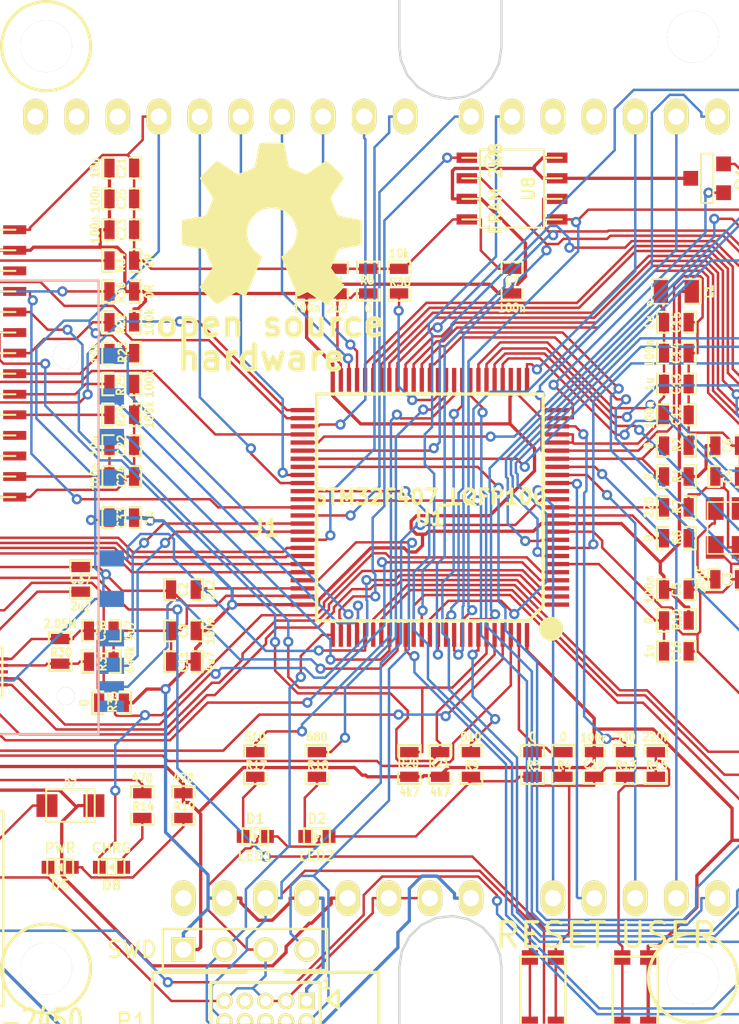
<source format=kicad_pcb>
(kicad_pcb (version 3) (host pcbnew "(2013-07-07 BZR 4022)-stable")
  (layers (15 F.Cu signal hide) (0 B.Cu signal hide) (18 B.Paste user) (19 F.Paste user) (20 B.SilkS user hide) (21 F.SilkS user) (22 B.Mask user) (23 F.Mask user) (28 Edge.Cuts user))
  (net 0 "")
  (net 1 +12V)
  (net 2 +5V)
  (net 3 /CPU/PB2)
  (net 4 /CPU/VBAT)
  (net 5 /CPU/VDDA)
  (net 6 /LCD/LED_A)
  (net 7 /Power/BAT_THERMISTOR)
  (net 8 /Power/V_BAT)
  (net 9 /Power/V_OUT)
  (net 10 AGND_AUDIO)
  (net 11 AUDIO_SCL)
  (net 12 AUDIO_SDA)
  (net 13 AVDD)
  (net 14 BOOT0)
  (net 15 BTN_USER)
  (net 16 BUCK_ON)
  (net 17 D0)
  (net 18 D1)
  (net 19 D10)
  (net 20 D11)
  (net 21 D12)
  (net 22 D13)
  (net 23 D14)
  (net 24 D15)
  (net 25 D2)
  (net 26 D3)
  (net 27 D4)
  (net 28 D5)
  (net 29 D6)
  (net 30 D7)
  (net 31 D8)
  (net 32 D9)
  (net 33 GND)
  (net 34 HPWR)
  (net 35 I2S_MCK)
  (net 36 I2S_SCK)
  (net 37 I2S_SD)
  (net 38 I2S_WS)
  (net 39 JTCK_SWCLK)
  (net 40 JTMS_SWDIO)
  (net 41 LCD_CS)
  (net 42 LCD_RD)
  (net 43 LCD_RS)
  (net 44 LCD_RST)
  (net 45 LCD_WR)
  (net 46 LDO_ON)
  (net 47 LED1)
  (net 48 LED2)
  (net 49 LED_PWM)
  (net 50 N-000001)
  (net 51 N-00000104)
  (net 52 N-00000105)
  (net 53 N-00000106)
  (net 54 N-00000107)
  (net 55 N-00000108)
  (net 56 N-00000109)
  (net 57 N-00000110)
  (net 58 N-00000116)
  (net 59 N-00000122)
  (net 60 N-00000123)
  (net 61 N-00000124)
  (net 62 N-00000125)
  (net 63 N-00000126)
  (net 64 N-00000127)
  (net 65 N-00000128)
  (net 66 N-00000130)
  (net 67 N-00000131)
  (net 68 N-00000132)
  (net 69 N-00000133)
  (net 70 N-00000137)
  (net 71 N-00000139)
  (net 72 N-00000140)
  (net 73 N-00000144)
  (net 74 N-00000145)
  (net 75 N-00000146)
  (net 76 N-00000147)
  (net 77 N-00000148)
  (net 78 N-000002)
  (net 79 N-0000028)
  (net 80 N-0000029)
  (net 81 N-0000030)
  (net 82 N-0000031)
  (net 83 N-0000032)
  (net 84 N-0000033)
  (net 85 NRST)
  (net 86 OTG_FS_DM)
  (net 87 OTG_FS_DP)
  (net 88 OTG_FS_ID)
  (net 89 PA2)
  (net 90 PA3)
  (net 91 PA8)
  (net 92 PB10)
  (net 93 PB11)
  (net 94 PB14)
  (net 95 PBSTAT)
  (net 96 PC0)
  (net 97 PC1)
  (net 98 PC2)
  (net 99 PC3)
  (net 100 PC4)
  (net 101 PC5)
  (net 102 PC7)
  (net 103 PD12)
  (net 104 PD13)
  (net 105 PD6)
  (net 106 SDIO_CK)
  (net 107 SDIO_CMD)
  (net 108 SDIO_D0)
  (net 109 SDIO_D1)
  (net 110 SDIO_D2)
  (net 111 SDIO_D3)
  (net 112 SD_CARD_DET)
  (net 113 SD_SS)
  (net 114 SPI1_MISO)
  (net 115 SPI1_MOSI)
  (net 116 SPI1_SCK)
  (net 117 SPI1_SS)
  (net 118 SPI3_MISO)
  (net 119 SPI3_MOSI)
  (net 120 SPI3_SCK)
  (net 121 SPI3_SS)
  (net 122 STBY)
  (net 123 SUSP)
  (net 124 TP_INT)
  (net 125 UART1_RX)
  (net 126 UART1_TX)
  (net 127 VBUS_FS)
  (net 128 VDD)
  (net 129 nCHRG)
  (module XTAL-3.2x2.5mm (layer F.Cu) (at 145.415 128.27 270)
    (fp_text reference X1 (at 1.651 -2.286 270) (layer F.SilkS) (effects (font (size 0.8001 0.59944) (thickness 0.09906))))
    (fp_text value 8MHz (at -0.508 -2.286 270) (layer F.SilkS) (effects (font (size 0.59944 0.8001) (thickness 0.09906))))
    (pad 1 smd rect (at -1.2 0.8 270) (size 1.4 1.09982) (layers F.Cu F.Paste F.Mask) (net 79 N-0000028))
    (pad 3 smd rect (at 1.2 -0.8 270) (size 1.4 1.09982) (layers F.Cu F.Paste F.Mask) (net 80 N-0000029))
    (pad 2 smd rect (at 1.2 0.8 270) (size 1.4 1.09982) (layers F.Cu F.Paste F.Mask) (net 33 GND))
    (pad 4 smd rect (at -1.2 -0.8 270) (size 1.4 1.09982) (layers F.Cu F.Paste F.Mask) (net 33 GND))
  )
  (module USB_MICRO_RMC (layer F.Cu) (at 77.47 133.985)
    (fp_text reference P9 (at 2.667 -4.826) (layer F.SilkS) (effects (font (size 1.016 1.016) (thickness 0.127))))
    (fp_text value USBCONN-HOSTCAPABLE (at -13.97 0) (layer F.SilkS) (effects (font (size 1.016 1.016) (thickness 0.127))))
    (pad 5 smd rect (at 0 0) (size 1.89992 2.90068) (layers F.Cu F.Paste F.Mask) (net 33 GND))
    (pad 5 thru_hole rect (at 0 -4.24942) (size 2.10058 2.10058) (drill 1.50114) (layers *.Cu *.Mask F.SilkS) (net 33 GND))
    (pad 5 thru_hole rect (at 0 4.24942) (size 1.89992 1.89992) (drill 1.50114) (layers *.Cu *.Mask F.SilkS) (net 33 GND))
    (pad 5 thru_hole circle (at 2.99974 2.25044) (size 1.04902 1.04902) (drill 0.65024) (layers *.Cu *.Mask F.SilkS) (net 33 GND))
    (pad 5 thru_hole circle (at 2.99974 -2.25044) (size 1.04902 1.04902) (drill 0.65024) (layers *.Cu *.Mask F.SilkS) (net 33 GND))
    (pad 3 smd rect (at 2.64922 0) (size 1.34874 0.39878) (layers F.Cu F.Paste F.Mask) (net 74 N-00000145))
    (pad 6 smd rect (at 2.64922 0.65024) (size 1.34874 0.39878) (layers F.Cu F.Paste F.Mask) (net 88 OTG_FS_ID))
    (pad 4 smd rect (at 2.64922 1.30048) (size 1.34874 0.39878) (layers F.Cu F.Paste F.Mask) (net 33 GND))
    (pad 2 smd rect (at 2.64922 -0.65024) (size 1.34874 0.39878) (layers F.Cu F.Paste F.Mask) (net 73 N-00000144))
    (pad 1 smd rect (at 2.64922 -1.30048) (size 1.34874 0.39878) (layers F.Cu F.Paste F.Mask) (net 127 VBUS_FS))
  )
  (module SW_C&K_KMR4 (layer F.Cu) (at 139.7 156.845 270)
    (fp_text reference SW1 hide)
    (fp_text value USER (at -3.429 -2.032 360) (layer F.SilkS) (effects (font (size 1.524 1.524) (thickness 0.2032))))
    (pad 1 smd rect (at 2.05 -0.8 270) (size 0.9 1) (layers F.Cu F.Paste F.Mask) (net 128 VDD))
    (pad 2 smd rect (at 2.05 0.8 270) (size 0.9 1) (layers F.Cu F.Paste F.Mask) (net 75 N-00000146))
    (pad 1 smd rect (at -2.05 -0.8 270) (size 0.9 1) (layers F.Cu F.Paste F.Mask) (net 128 VDD))
    (pad 2 smd rect (at -2.05 0.8 270) (size 0.9 1) (layers F.Cu F.Paste F.Mask) (net 75 N-00000146))
  )
  (module SW_C&K_KMR4 (layer F.Cu) (at 133.985 156.845 90)
    (fp_text reference SW2 hide)
    (fp_text value RESET (at 3.429 0.508 180) (layer F.SilkS) (effects (font (size 1.524 1.524) (thickness 0.2032))))
    (pad 1 smd rect (at 2.05 -0.8 90) (size 0.9 1) (layers F.Cu F.Paste F.Mask) (net 85 NRST))
    (pad 2 smd rect (at 2.05 0.8 90) (size 0.9 1) (layers F.Cu F.Paste F.Mask) (net 33 GND))
    (pad 1 smd rect (at -2.05 -0.8 90) (size 0.9 1) (layers F.Cu F.Paste F.Mask) (net 85 NRST))
    (pad 2 smd rect (at -2.05 0.8 90) (size 0.9 1) (layers F.Cu F.Paste F.Mask) (net 33 GND))
  )
  (module soic-28 (layer F.Cu) (at 96.52 118.11 270)
    (fp_text reference U5 (at 0 -1.016 270) (layer F.SilkS) (effects (font (size 0.7493 0.7493) (thickness 0.14986))))
    (fp_text value WM8731 (at 0 1.016 270) (layer F.SilkS) (effects (font (size 0.7493 0.7493) (thickness 0.14986))))
    (pad 1 smd rect (at -8.255 4.81076 270) (size 0.55118 1.43002) (layers F.Cu F.Paste F.Mask) (net 128 VDD))
    (pad 2 smd rect (at -6.985 4.81076 270) (size 0.55118 1.43002) (layers F.Cu F.Paste F.Mask))
    (pad 3 smd rect (at -5.715 4.81076 270) (size 0.55118 1.43002) (layers F.Cu F.Paste F.Mask) (net 36 I2S_SCK))
    (pad 4 smd rect (at -4.445 4.81076 270) (size 0.55118 1.43002) (layers F.Cu F.Paste F.Mask) (net 37 I2S_SD))
    (pad 5 smd rect (at -3.175 4.81076 270) (size 0.55118 1.43002) (layers F.Cu F.Paste F.Mask) (net 38 I2S_WS))
    (pad 6 smd rect (at -1.905 4.81076 270) (size 0.55118 1.43002) (layers F.Cu F.Paste F.Mask))
    (pad 7 smd rect (at -0.635 4.81076 270) (size 0.55118 1.43002) (layers F.Cu F.Paste F.Mask))
    (pad 8 smd rect (at 0.635 4.81076 270) (size 0.55118 1.43002) (layers F.Cu F.Paste F.Mask) (net 13 AVDD))
    (pad 9 smd rect (at 1.905 4.81076 270) (size 0.55118 1.43002) (layers F.Cu F.Paste F.Mask) (net 53 N-00000106))
    (pad 10 smd rect (at 3.175 4.81076 270) (size 0.55118 1.43002) (layers F.Cu F.Paste F.Mask) (net 52 N-00000105))
    (pad 11 smd rect (at 4.445 4.81076 270) (size 0.55118 1.43002) (layers F.Cu F.Paste F.Mask) (net 10 AGND_AUDIO))
    (pad 12 smd rect (at 5.715 4.81076 270) (size 0.55118 1.43002) (layers F.Cu F.Paste F.Mask))
    (pad 13 smd rect (at 6.985 4.81076 270) (size 0.55118 1.43002) (layers F.Cu F.Paste F.Mask))
    (pad 14 smd rect (at 8.255 4.81076 270) (size 0.55118 1.43002) (layers F.Cu F.Paste F.Mask) (net 13 AVDD))
    (pad 15 smd rect (at 8.255 -4.81076 270) (size 0.55118 1.43002) (layers F.Cu F.Paste F.Mask) (net 10 AGND_AUDIO))
    (pad 16 smd rect (at 6.985 -4.81076 270) (size 0.55118 1.43002) (layers F.Cu F.Paste F.Mask) (net 59 N-00000122))
    (pad 17 smd rect (at 5.715 -4.81076 270) (size 0.55118 1.43002) (layers F.Cu F.Paste F.Mask))
    (pad 18 smd rect (at 4.445 -4.81076 270) (size 0.55118 1.43002) (layers F.Cu F.Paste F.Mask))
    (pad 19 smd rect (at 3.175 -4.81076 270) (size 0.55118 1.43002) (layers F.Cu F.Paste F.Mask) (net 54 N-00000107))
    (pad 20 smd rect (at 1.905 -4.81076 270) (size 0.55118 1.43002) (layers F.Cu F.Paste F.Mask) (net 55 N-00000108))
    (pad 21 smd rect (at 0.635 -4.81076 270) (size 0.55118 1.43002) (layers F.Cu F.Paste F.Mask) (net 60 N-00000123))
    (pad 22 smd rect (at -0.635 -4.81076 270) (size 0.55118 1.43002) (layers F.Cu F.Paste F.Mask) (net 61 N-00000124))
    (pad 23 smd rect (at -1.905 -4.81076 270) (size 0.55118 1.43002) (layers F.Cu F.Paste F.Mask) (net 12 AUDIO_SDA))
    (pad 24 smd rect (at -3.175 -4.81076 270) (size 0.55118 1.43002) (layers F.Cu F.Paste F.Mask) (net 11 AUDIO_SCL))
    (pad 25 smd rect (at -4.445 -4.81076 270) (size 0.55118 1.43002) (layers F.Cu F.Paste F.Mask) (net 35 I2S_MCK))
    (pad 26 smd rect (at -5.715 -4.81076 270) (size 0.55118 1.43002) (layers F.Cu F.Paste F.Mask))
    (pad 27 smd rect (at -6.985 -4.81076 270) (size 0.55118 1.43002) (layers F.Cu F.Paste F.Mask) (net 128 VDD))
    (pad 28 smd rect (at -8.255 -4.81076 270) (size 0.55118 1.43002) (layers F.Cu F.Paste F.Mask) (net 33 GND))
  )
  (module SM0805 (layer F.Cu) (at 84.455 107.95 270)
    (fp_text reference L3 (at -2.286 -0.127 270) (layer F.SilkS) (effects (font (size 0.50038 0.50038) (thickness 0.10922))))
    (fp_text value INDUCTOR_SMALL hide)
    (pad 1 smd rect (at -0.9525 0 270) (size 0.889 1.397) (layers F.Cu F.Paste F.Mask) (net 58 N-00000116))
    (pad 2 smd rect (at 0.9525 0 270) (size 0.889 1.397) (layers F.Cu F.Paste F.Mask) (net 56 N-00000109))
  )
  (module SM0805 (layer F.Cu) (at 81.915 107.95 270)
    (fp_text reference L2 (at -2.413 0 270) (layer F.SilkS) (effects (font (size 0.50038 0.50038) (thickness 0.10922))))
    (fp_text value INDUCTOR_SMALL hide)
    (pad 1 smd rect (at -0.9525 0 270) (size 0.889 1.397) (layers F.Cu F.Paste F.Mask) (net 51 N-00000104))
    (pad 2 smd rect (at 0.9525 0 270) (size 0.889 1.397) (layers F.Cu F.Paste F.Mask) (net 57 N-00000110))
  )
  (module SM0805 (layer F.Cu) (at 142.24 113.665)
    (fp_text reference L1 (at 2.032 0 90) (layer F.SilkS) (effects (font (size 0.50038 0.50038) (thickness 0.10922))))
    (fp_text value L_MINI hide)
    (pad 1 smd rect (at -0.9525 0) (size 0.889 1.397) (layers F.Cu F.Paste F.Mask) (net 5 /CPU/VDDA))
    (pad 2 smd rect (at 0.9525 0) (size 0.889 1.397) (layers F.Cu F.Paste F.Mask) (net 128 VDD))
  )
  (module SM0603_Resistor (layer F.Cu) (at 123.19 113.03 90)
    (fp_text reference R5 (at 0.0635 -0.0635 180) (layer F.SilkS) (effects (font (size 0.50038 0.4572) (thickness 0.1143))))
    (fp_text value 0 (at -1.69926 0 180) (layer F.SilkS) (effects (font (size 0.508 0.4572) (thickness 0.1143))))
    (pad 1 smd rect (at -0.762 0 90) (size 0.635 1.143) (layers F.Cu F.Paste F.Mask) (net 84 N-0000033))
    (pad 2 smd rect (at 0.762 0 90) (size 0.635 1.143) (layers F.Cu F.Paste F.Mask) (net 33 GND))
  )
  (module SM0603_Resistor (layer F.Cu) (at 142.24 123.19)
    (fp_text reference R2 (at 0.0635 -0.0635 90) (layer F.SilkS) (effects (font (size 0.50038 0.4572) (thickness 0.1143))))
    (fp_text value 0 (at -1.69926 0 90) (layer F.SilkS) (effects (font (size 0.508 0.4572) (thickness 0.1143))))
    (pad 1 smd rect (at -0.762 0) (size 0.635 1.143) (layers F.Cu F.Paste F.Mask) (net 82 N-0000031))
    (pad 2 smd rect (at 0.762 0) (size 0.635 1.143) (layers F.Cu F.Paste F.Mask) (net 33 GND))
  )
  (module SM0603_Resistor (layer F.Cu) (at 142.24 125.095)
    (fp_text reference R1 (at 0.0635 -0.0635 90) (layer F.SilkS) (effects (font (size 0.50038 0.4572) (thickness 0.1143))))
    (fp_text value 0 (at -1.69926 0 90) (layer F.SilkS) (effects (font (size 0.508 0.4572) (thickness 0.1143))))
    (pad 1 smd rect (at -0.762 0) (size 0.635 1.143) (layers F.Cu F.Paste F.Mask) (net 82 N-0000031))
    (pad 2 smd rect (at 0.762 0) (size 0.635 1.143) (layers F.Cu F.Paste F.Mask) (net 128 VDD))
  )
  (module SM0603_Resistor (layer F.Cu) (at 133.35 142.875 270)
    (fp_text reference R3 (at 0.0635 -0.0635 360) (layer F.SilkS) (effects (font (size 0.50038 0.4572) (thickness 0.1143))))
    (fp_text value 0 (at -1.69926 0 360) (layer F.SilkS) (effects (font (size 0.508 0.4572) (thickness 0.1143))))
    (pad 1 smd rect (at -0.762 0 270) (size 0.635 1.143) (layers F.Cu F.Paste F.Mask) (net 81 N-0000030))
    (pad 2 smd rect (at 0.762 0 270) (size 0.635 1.143) (layers F.Cu F.Paste F.Mask) (net 33 GND))
  )
  (module SM0603_Resistor (layer F.Cu) (at 84.455 133.35)
    (fp_text reference R12 (at 0.0635 -0.0635 90) (layer F.SilkS) (effects (font (size 0.50038 0.4572) (thickness 0.1143))))
    (fp_text value 22 (at -1.69926 0 90) (layer F.SilkS) (effects (font (size 0.508 0.4572) (thickness 0.1143))))
    (pad 1 smd rect (at -0.762 0) (size 0.635 1.143) (layers F.Cu F.Paste F.Mask) (net 73 N-00000144))
    (pad 2 smd rect (at 0.762 0) (size 0.635 1.143) (layers F.Cu F.Paste F.Mask) (net 86 OTG_FS_DM))
  )
  (module SM0603_Resistor (layer F.Cu) (at 135.255 142.875 270)
    (fp_text reference R4 (at 0.0635 -0.0635 360) (layer F.SilkS) (effects (font (size 0.50038 0.4572) (thickness 0.1143))))
    (fp_text value 0 (at -1.69926 0 360) (layer F.SilkS) (effects (font (size 0.508 0.4572) (thickness 0.1143))))
    (pad 1 smd rect (at -0.762 0 270) (size 0.635 1.143) (layers F.Cu F.Paste F.Mask) (net 81 N-0000030))
    (pad 2 smd rect (at 0.762 0 270) (size 0.635 1.143) (layers F.Cu F.Paste F.Mask) (net 128 VDD))
  )
  (module SM0603_Resistor (layer F.Cu) (at 84.455 135.255 180)
    (fp_text reference R11 (at 0.0635 -0.0635 270) (layer F.SilkS) (effects (font (size 0.50038 0.4572) (thickness 0.1143))))
    (fp_text value 22 (at -1.69926 0 270) (layer F.SilkS) (effects (font (size 0.508 0.4572) (thickness 0.1143))))
    (pad 1 smd rect (at -0.762 0 180) (size 0.635 1.143) (layers F.Cu F.Paste F.Mask) (net 87 OTG_FS_DP))
    (pad 2 smd rect (at 0.762 0 180) (size 0.635 1.143) (layers F.Cu F.Paste F.Mask) (net 74 N-00000145))
  )
  (module SM0603_Resistor (layer F.Cu) (at 140.97 142.875 270)
    (fp_text reference R15 (at 0.0635 -0.0635 360) (layer F.SilkS) (effects (font (size 0.50038 0.4572) (thickness 0.1143))))
    (fp_text value 220k (at -1.69926 0 360) (layer F.SilkS) (effects (font (size 0.508 0.4572) (thickness 0.1143))))
    (pad 1 smd rect (at -0.762 0 270) (size 0.635 1.143) (layers F.Cu F.Paste F.Mask) (net 75 N-00000146))
    (pad 2 smd rect (at 0.762 0 270) (size 0.635 1.143) (layers F.Cu F.Paste F.Mask) (net 33 GND))
  )
  (module SM0603_Resistor (layer F.Cu) (at 139.065 142.875 270)
    (fp_text reference R13 (at 0.0635 -0.0635 360) (layer F.SilkS) (effects (font (size 0.50038 0.4572) (thickness 0.1143))))
    (fp_text value 330 (at -1.69926 0 360) (layer F.SilkS) (effects (font (size 0.508 0.4572) (thickness 0.1143))))
    (pad 1 smd rect (at -0.762 0 270) (size 0.635 1.143) (layers F.Cu F.Paste F.Mask) (net 15 BTN_USER))
    (pad 2 smd rect (at 0.762 0 270) (size 0.635 1.143) (layers F.Cu F.Paste F.Mask) (net 75 N-00000146))
  )
  (module SM0603_Resistor (layer F.Cu) (at 116.205 142.875 270)
    (fp_text reference R17 (at 0.0635 -0.0635 360) (layer F.SilkS) (effects (font (size 0.50038 0.4572) (thickness 0.1143))))
    (fp_text value 510 (at -1.69926 0 360) (layer F.SilkS) (effects (font (size 0.508 0.4572) (thickness 0.1143))))
    (pad 1 smd rect (at -0.762 0 270) (size 0.635 1.143) (layers F.Cu F.Paste F.Mask) (net 47 LED1))
    (pad 2 smd rect (at 0.762 0 270) (size 0.635 1.143) (layers F.Cu F.Paste F.Mask) (net 76 N-00000147))
  )
  (module SM0603_Resistor (layer F.Cu) (at 120.015 142.875 270)
    (fp_text reference R18 (at 0.0635 -0.0635 360) (layer F.SilkS) (effects (font (size 0.50038 0.4572) (thickness 0.1143))))
    (fp_text value 680 (at -1.69926 0 360) (layer F.SilkS) (effects (font (size 0.508 0.4572) (thickness 0.1143))))
    (pad 1 smd rect (at -0.762 0 270) (size 0.635 1.143) (layers F.Cu F.Paste F.Mask) (net 48 LED2))
    (pad 2 smd rect (at 0.762 0 270) (size 0.635 1.143) (layers F.Cu F.Paste F.Mask) (net 77 N-00000148))
  )
  (module SM0603_Resistor (layer F.Cu) (at 111.76 145.415 270)
    (fp_text reference R19 (at 0.0635 -0.0635 360) (layer F.SilkS) (effects (font (size 0.50038 0.4572) (thickness 0.1143))))
    (fp_text value 470 (at -1.69926 0 360) (layer F.SilkS) (effects (font (size 0.508 0.4572) (thickness 0.1143))))
    (pad 1 smd rect (at -0.762 0 270) (size 0.635 1.143) (layers F.Cu F.Paste F.Mask) (net 128 VDD))
    (pad 2 smd rect (at 0.762 0 270) (size 0.635 1.143) (layers F.Cu F.Paste F.Mask) (net 62 N-00000125))
  )
  (module SM0603_Resistor (layer F.Cu) (at 87.63 109.22)
    (fp_text reference R27 (at 0.0635 -0.0635 90) (layer F.SilkS) (effects (font (size 0.50038 0.4572) (thickness 0.1143))))
    (fp_text value 47k (at -1.69926 0 90) (layer F.SilkS) (effects (font (size 0.508 0.4572) (thickness 0.1143))))
    (pad 1 smd rect (at -0.762 0) (size 0.635 1.143) (layers F.Cu F.Paste F.Mask) (net 56 N-00000109))
    (pad 2 smd rect (at 0.762 0) (size 0.635 1.143) (layers F.Cu F.Paste F.Mask) (net 10 AGND_AUDIO))
  )
  (module SM0603_Resistor (layer F.Cu) (at 142.24 127)
    (fp_text reference R7 (at 0.0635 -0.0635 90) (layer F.SilkS) (effects (font (size 0.50038 0.4572) (thickness 0.1143))))
    (fp_text value 220 (at -1.69926 0 90) (layer F.SilkS) (effects (font (size 0.508 0.4572) (thickness 0.1143))))
    (pad 1 smd rect (at -0.762 0) (size 0.635 1.143) (layers F.Cu F.Paste F.Mask) (net 50 N-000001))
    (pad 2 smd rect (at 0.762 0) (size 0.635 1.143) (layers F.Cu F.Paste F.Mask) (net 80 N-0000029))
  )
  (module SM0603_Resistor (layer F.Cu) (at 142.24 128.905)
    (fp_text reference R6 (at 0.0635 -0.0635 90) (layer F.SilkS) (effects (font (size 0.50038 0.4572) (thickness 0.1143))))
    (fp_text value 0 (at -1.69926 0 90) (layer F.SilkS) (effects (font (size 0.508 0.4572) (thickness 0.1143))))
    (pad 1 smd rect (at -0.762 0) (size 0.635 1.143) (layers F.Cu F.Paste F.Mask) (net 78 N-000002))
    (pad 2 smd rect (at 0.762 0) (size 0.635 1.143) (layers F.Cu F.Paste F.Mask) (net 79 N-0000028))
  )
  (module SM0603_Resistor (layer F.Cu) (at 107.95 119.38 180)
    (fp_text reference R25 (at 0.0635 -0.0635 270) (layer F.SilkS) (effects (font (size 0.50038 0.4572) (thickness 0.1143))))
    (fp_text value 100k (at -1.69926 0 270) (layer F.SilkS) (effects (font (size 0.508 0.4572) (thickness 0.1143))))
    (pad 1 smd rect (at -0.762 0 180) (size 0.635 1.143) (layers F.Cu F.Paste F.Mask) (net 10 AGND_AUDIO))
    (pad 2 smd rect (at 0.762 0 180) (size 0.635 1.143) (layers F.Cu F.Paste F.Mask) (net 55 N-00000108))
  )
  (module SM0603_Resistor (layer F.Cu) (at 107.95 121.285 180)
    (fp_text reference R24 (at 0.0635 -0.0635 270) (layer F.SilkS) (effects (font (size 0.50038 0.4572) (thickness 0.1143))))
    (fp_text value 100k (at -1.69926 0 270) (layer F.SilkS) (effects (font (size 0.508 0.4572) (thickness 0.1143))))
    (pad 1 smd rect (at -0.762 0 180) (size 0.635 1.143) (layers F.Cu F.Paste F.Mask) (net 10 AGND_AUDIO))
    (pad 2 smd rect (at 0.762 0 180) (size 0.635 1.143) (layers F.Cu F.Paste F.Mask) (net 54 N-00000107))
  )
  (module SM0603_Resistor (layer F.Cu) (at 78.74 109.22 180)
    (fp_text reference R26 (at 0.0635 -0.0635 270) (layer F.SilkS) (effects (font (size 0.50038 0.4572) (thickness 0.1143))))
    (fp_text value 47k (at -1.69926 0 270) (layer F.SilkS) (effects (font (size 0.508 0.4572) (thickness 0.1143))))
    (pad 1 smd rect (at -0.762 0 180) (size 0.635 1.143) (layers F.Cu F.Paste F.Mask) (net 57 N-00000110))
    (pad 2 smd rect (at 0.762 0 180) (size 0.635 1.143) (layers F.Cu F.Paste F.Mask) (net 10 AGND_AUDIO))
  )
  (module SM0603_Resistor (layer F.Cu) (at 142.24 133.985)
    (fp_text reference R10 (at 0.0635 -0.0635 90) (layer F.SilkS) (effects (font (size 0.50038 0.4572) (thickness 0.1143))))
    (fp_text value 0 (at -1.69926 0 90) (layer F.SilkS) (effects (font (size 0.508 0.4572) (thickness 0.1143))))
    (pad 1 smd rect (at -0.762 0) (size 0.635 1.143) (layers F.Cu F.Paste F.Mask) (net 4 /CPU/VBAT))
    (pad 2 smd rect (at 0.762 0) (size 0.635 1.143) (layers F.Cu F.Paste F.Mask) (net 128 VDD))
  )
  (module SM0603_Resistor (layer F.Cu) (at 129.54 142.875 270)
    (fp_text reference R9 (at 0.0635 -0.0635 360) (layer F.SilkS) (effects (font (size 0.50038 0.4572) (thickness 0.1143))))
    (fp_text value 510 (at -1.69926 0 360) (layer F.SilkS) (effects (font (size 0.508 0.4572) (thickness 0.1143))))
    (pad 1 smd rect (at -0.762 0 270) (size 0.635 1.143) (layers F.Cu F.Paste F.Mask) (net 14 BOOT0))
    (pad 2 smd rect (at 0.762 0 270) (size 0.635 1.143) (layers F.Cu F.Paste F.Mask) (net 33 GND))
  )
  (module SM0603_Resistor (layer F.Cu) (at 107.95 115.57 180)
    (fp_text reference R22 (at 0.0635 -0.0635 270) (layer F.SilkS) (effects (font (size 0.50038 0.4572) (thickness 0.1143))))
    (fp_text value 100k (at -1.69926 0 270) (layer F.SilkS) (effects (font (size 0.508 0.4572) (thickness 0.1143))))
    (pad 1 smd rect (at -0.762 0 180) (size 0.635 1.143) (layers F.Cu F.Paste F.Mask) (net 128 VDD))
    (pad 2 smd rect (at 0.762 0 180) (size 0.635 1.143) (layers F.Cu F.Paste F.Mask) (net 61 N-00000124))
  )
  (module SM0603_Resistor (layer F.Cu) (at 127.635 142.875 90)
    (fp_text reference R21 (at 0.0635 -0.0635 180) (layer F.SilkS) (effects (font (size 0.50038 0.4572) (thickness 0.1143))))
    (fp_text value 4k7 (at -1.69926 0 180) (layer F.SilkS) (effects (font (size 0.508 0.4572) (thickness 0.1143))))
    (pad 1 smd rect (at -0.762 0 90) (size 0.635 1.143) (layers F.Cu F.Paste F.Mask) (net 128 VDD))
    (pad 2 smd rect (at 0.762 0 90) (size 0.635 1.143) (layers F.Cu F.Paste F.Mask) (net 12 AUDIO_SDA))
  )
  (module SM0603_Resistor (layer F.Cu) (at 107.95 117.475)
    (fp_text reference R23 (at 0.0635 -0.0635 90) (layer F.SilkS) (effects (font (size 0.50038 0.4572) (thickness 0.1143))))
    (fp_text value 10k (at -1.69926 0 90) (layer F.SilkS) (effects (font (size 0.508 0.4572) (thickness 0.1143))))
    (pad 1 smd rect (at -0.762 0) (size 0.635 1.143) (layers F.Cu F.Paste F.Mask) (net 60 N-00000123))
    (pad 2 smd rect (at 0.762 0) (size 0.635 1.143) (layers F.Cu F.Paste F.Mask) (net 33 GND))
  )
  (module SM0603_Resistor (layer F.Cu) (at 125.73 142.875 90)
    (fp_text reference R20 (at 0.0635 -0.0635 180) (layer F.SilkS) (effects (font (size 0.50038 0.4572) (thickness 0.1143))))
    (fp_text value 4k7 (at -1.69926 0 180) (layer F.SilkS) (effects (font (size 0.508 0.4572) (thickness 0.1143))))
    (pad 1 smd rect (at -0.762 0 90) (size 0.635 1.143) (layers F.Cu F.Paste F.Mask) (net 128 VDD))
    (pad 2 smd rect (at 0.762 0 90) (size 0.635 1.143) (layers F.Cu F.Paste F.Mask) (net 11 AUDIO_SCL))
  )
  (module SM0603_Capa (layer F.Cu) (at 107.95 127.635 180)
    (fp_text reference C33 (at 0 0 270) (layer F.SilkS) (effects (font (size 0.508 0.4572) (thickness 0.1143))))
    (fp_text value 1u (at -1.651 0 270) (layer F.SilkS) (effects (font (size 0.508 0.4572) (thickness 0.1143))))
    (pad 1 smd rect (at -0.762 0 180) (size 0.635 1.143) (layers F.Cu F.Paste F.Mask) (net 128 VDD))
    (pad 2 smd rect (at 0.762 0 180) (size 0.635 1.143) (layers F.Cu F.Paste F.Mask) (net 33 GND))
  )
  (module SM0603_Capa (layer F.Cu) (at 93.345 140.97 180)
    (fp_text reference C19 (at 0 0 270) (layer F.SilkS) (effects (font (size 0.508 0.4572) (thickness 0.1143))))
    (fp_text value 10u (at -1.651 0 270) (layer F.SilkS) (effects (font (size 0.508 0.4572) (thickness 0.1143))))
    (pad 1 smd rect (at -0.762 0 180) (size 0.635 1.143) (layers F.Cu F.Paste F.Mask) (net 2 +5V))
    (pad 2 smd rect (at 0.762 0 180) (size 0.635 1.143) (layers F.Cu F.Paste F.Mask) (net 33 GND))
  )
  (module SM0603_Capa (layer F.Cu) (at 93.345 135.89 180)
    (fp_text reference C34 (at 0 0 270) (layer F.SilkS) (effects (font (size 0.508 0.4572) (thickness 0.1143))))
    (fp_text value 10u (at -1.651 0 270) (layer F.SilkS) (effects (font (size 0.508 0.4572) (thickness 0.1143))))
    (pad 1 smd rect (at -0.762 0 180) (size 0.635 1.143) (layers F.Cu F.Paste F.Mask) (net 9 /Power/V_OUT))
    (pad 2 smd rect (at 0.762 0 180) (size 0.635 1.143) (layers F.Cu F.Paste F.Mask) (net 33 GND))
  )
  (module SM0603_Capa (layer F.Cu) (at 105.41 131.445 90)
    (fp_text reference C37 (at 0 0 180) (layer F.SilkS) (effects (font (size 0.508 0.4572) (thickness 0.1143))))
    (fp_text value 2u2 (at -1.651 0 180) (layer F.SilkS) (effects (font (size 0.508 0.4572) (thickness 0.1143))))
    (pad 1 smd rect (at -0.762 0 90) (size 0.635 1.143) (layers F.Cu F.Paste F.Mask) (net 9 /Power/V_OUT))
    (pad 2 smd rect (at 0.762 0 90) (size 0.635 1.143) (layers F.Cu F.Paste F.Mask) (net 33 GND))
  )
  (module SM0603_Capa (layer F.Cu) (at 87.63 107.315)
    (fp_text reference C32 (at 0 0 90) (layer F.SilkS) (effects (font (size 0.508 0.4572) (thickness 0.1143))))
    (fp_text value 470p (at -1.651 0 90) (layer F.SilkS) (effects (font (size 0.508 0.4572) (thickness 0.1143))))
    (pad 1 smd rect (at -0.762 0) (size 0.635 1.143) (layers F.Cu F.Paste F.Mask) (net 58 N-00000116))
    (pad 2 smd rect (at 0.762 0) (size 0.635 1.143) (layers F.Cu F.Paste F.Mask) (net 10 AGND_AUDIO))
  )
  (module SM0603_Capa (layer F.Cu) (at 106.68 134.62)
    (fp_text reference C36 (at 0 0 90) (layer F.SilkS) (effects (font (size 0.508 0.4572) (thickness 0.1143))))
    (fp_text value 4u7 (at 1.778 0 90) (layer F.SilkS) (effects (font (size 0.508 0.4572) (thickness 0.1143))))
    (pad 1 smd rect (at -0.762 0) (size 0.635 1.143) (layers F.Cu F.Paste F.Mask) (net 70 N-00000137))
    (pad 2 smd rect (at 0.762 0) (size 0.635 1.143) (layers F.Cu F.Paste F.Mask) (net 33 GND))
  )
  (module SM0603_Capa (layer F.Cu) (at 78.74 107.315 180)
    (fp_text reference C31 (at 0 0 270) (layer F.SilkS) (effects (font (size 0.508 0.4572) (thickness 0.1143))))
    (fp_text value 470p (at -1.651 0 270) (layer F.SilkS) (effects (font (size 0.508 0.4572) (thickness 0.1143))))
    (pad 1 smd rect (at -0.762 0 180) (size 0.635 1.143) (layers F.Cu F.Paste F.Mask) (net 51 N-00000104))
    (pad 2 smd rect (at 0.762 0 180) (size 0.635 1.143) (layers F.Cu F.Paste F.Mask) (net 10 AGND_AUDIO))
  )
  (module SM0603_Capa (layer F.Cu) (at 86.36 124.46 90)
    (fp_text reference C29 (at 0 0 180) (layer F.SilkS) (effects (font (size 0.508 0.4572) (thickness 0.1143))))
    (fp_text value 100n (at -1.651 0 180) (layer F.SilkS) (effects (font (size 0.508 0.4572) (thickness 0.1143))))
    (pad 1 smd rect (at -0.762 0 90) (size 0.635 1.143) (layers F.Cu F.Paste F.Mask) (net 13 AVDD))
    (pad 2 smd rect (at 0.762 0 90) (size 0.635 1.143) (layers F.Cu F.Paste F.Mask) (net 10 AGND_AUDIO))
  )
  (module SM0603_Capa (layer F.Cu) (at 107.95 106.045)
    (fp_text reference C21 (at 0 0 90) (layer F.SilkS) (effects (font (size 0.508 0.4572) (thickness 0.1143))))
    (fp_text value 10u (at -1.651 0 90) (layer F.SilkS) (effects (font (size 0.508 0.4572) (thickness 0.1143))))
    (pad 1 smd rect (at -0.762 0) (size 0.635 1.143) (layers F.Cu F.Paste F.Mask) (net 128 VDD))
    (pad 2 smd rect (at 0.762 0) (size 0.635 1.143) (layers F.Cu F.Paste F.Mask) (net 33 GND))
  )
  (module SM0603_Capa (layer F.Cu) (at 107.95 123.19)
    (fp_text reference C22 (at 0 0 90) (layer F.SilkS) (effects (font (size 0.508 0.4572) (thickness 0.1143))))
    (fp_text value 10u (at -1.651 0 90) (layer F.SilkS) (effects (font (size 0.508 0.4572) (thickness 0.1143))))
    (pad 1 smd rect (at -0.762 0) (size 0.635 1.143) (layers F.Cu F.Paste F.Mask) (net 59 N-00000122))
    (pad 2 smd rect (at 0.762 0) (size 0.635 1.143) (layers F.Cu F.Paste F.Mask) (net 10 AGND_AUDIO))
  )
  (module SM0603_Capa (layer F.Cu) (at 84.455 124.46 90)
    (fp_text reference C30 (at 0 0 180) (layer F.SilkS) (effects (font (size 0.508 0.4572) (thickness 0.1143))))
    (fp_text value 10u (at -1.651 0 180) (layer F.SilkS) (effects (font (size 0.508 0.4572) (thickness 0.1143))))
    (pad 1 smd rect (at -0.762 0 90) (size 0.635 1.143) (layers F.Cu F.Paste F.Mask) (net 13 AVDD))
    (pad 2 smd rect (at 0.762 0 90) (size 0.635 1.143) (layers F.Cu F.Paste F.Mask) (net 10 AGND_AUDIO))
  )
  (module SM0603_Capa (layer F.Cu) (at 107.95 109.855)
    (fp_text reference C23 (at 0 0 90) (layer F.SilkS) (effects (font (size 0.508 0.4572) (thickness 0.1143))))
    (fp_text value 100n (at -1.651 0 90) (layer F.SilkS) (effects (font (size 0.508 0.4572) (thickness 0.1143))))
    (pad 1 smd rect (at -0.762 0) (size 0.635 1.143) (layers F.Cu F.Paste F.Mask) (net 128 VDD))
    (pad 2 smd rect (at 0.762 0) (size 0.635 1.143) (layers F.Cu F.Paste F.Mask) (net 33 GND))
  )
  (module SM0603_Capa (layer F.Cu) (at 107.95 125.095)
    (fp_text reference C24 (at 0 0 90) (layer F.SilkS) (effects (font (size 0.508 0.4572) (thickness 0.1143))))
    (fp_text value 100n (at -1.651 0 90) (layer F.SilkS) (effects (font (size 0.508 0.4572) (thickness 0.1143))))
    (pad 1 smd rect (at -0.762 0) (size 0.635 1.143) (layers F.Cu F.Paste F.Mask) (net 59 N-00000122))
    (pad 2 smd rect (at 0.762 0) (size 0.635 1.143) (layers F.Cu F.Paste F.Mask) (net 10 AGND_AUDIO))
  )
  (module SM0603_Capa (layer F.Cu) (at 107.95 107.95)
    (fp_text reference C25 (at 0 0 90) (layer F.SilkS) (effects (font (size 0.508 0.4572) (thickness 0.1143))))
    (fp_text value 100n (at -1.651 0 90) (layer F.SilkS) (effects (font (size 0.508 0.4572) (thickness 0.1143))))
    (pad 1 smd rect (at -0.762 0) (size 0.635 1.143) (layers F.Cu F.Paste F.Mask) (net 128 VDD))
    (pad 2 smd rect (at 0.762 0) (size 0.635 1.143) (layers F.Cu F.Paste F.Mask) (net 33 GND))
  )
  (module SM0603_Capa (layer F.Cu) (at 88.265 124.46 90)
    (fp_text reference C26 (at 0 0 180) (layer F.SilkS) (effects (font (size 0.508 0.4572) (thickness 0.1143))))
    (fp_text value 100n (at -1.651 0 180) (layer F.SilkS) (effects (font (size 0.508 0.4572) (thickness 0.1143))))
    (pad 1 smd rect (at -0.762 0 90) (size 0.635 1.143) (layers F.Cu F.Paste F.Mask) (net 13 AVDD))
    (pad 2 smd rect (at 0.762 0 90) (size 0.635 1.143) (layers F.Cu F.Paste F.Mask) (net 10 AGND_AUDIO))
  )
  (module SM0603_Capa (layer F.Cu) (at 132.08 113.03 90)
    (fp_text reference C7 (at 0 0 180) (layer F.SilkS) (effects (font (size 0.508 0.4572) (thickness 0.1143))))
    (fp_text value 100n (at -1.651 0 180) (layer F.SilkS) (effects (font (size 0.508 0.4572) (thickness 0.1143))))
    (pad 1 smd rect (at -0.762 0 90) (size 0.635 1.143) (layers F.Cu F.Paste F.Mask) (net 128 VDD))
    (pad 2 smd rect (at 0.762 0 90) (size 0.635 1.143) (layers F.Cu F.Paste F.Mask) (net 33 GND))
  )
  (module SM0603_Capa (layer F.Cu) (at 142.24 115.57)
    (fp_text reference C15 (at 0 0 90) (layer F.SilkS) (effects (font (size 0.508 0.4572) (thickness 0.1143))))
    (fp_text value 1u (at -1.651 0 90) (layer F.SilkS) (effects (font (size 0.508 0.4572) (thickness 0.1143))))
    (pad 1 smd rect (at -0.762 0) (size 0.635 1.143) (layers F.Cu F.Paste F.Mask) (net 5 /CPU/VDDA))
    (pad 2 smd rect (at 0.762 0) (size 0.635 1.143) (layers F.Cu F.Paste F.Mask) (net 33 GND))
  )
  (module SM0603_Capa (layer F.Cu) (at 142.24 117.475)
    (fp_text reference C14 (at 0 0 90) (layer F.SilkS) (effects (font (size 0.508 0.4572) (thickness 0.1143))))
    (fp_text value 100n (at -1.651 0 90) (layer F.SilkS) (effects (font (size 0.508 0.4572) (thickness 0.1143))))
    (pad 1 smd rect (at -0.762 0) (size 0.635 1.143) (layers F.Cu F.Paste F.Mask) (net 5 /CPU/VDDA))
    (pad 2 smd rect (at 0.762 0) (size 0.635 1.143) (layers F.Cu F.Paste F.Mask) (net 33 GND))
  )
  (module SM0603_Capa (layer F.Cu) (at 111.76 136.525 180)
    (fp_text reference C11 (at 0 0 270) (layer F.SilkS) (effects (font (size 0.508 0.4572) (thickness 0.1143))))
    (fp_text value 4u7 (at -1.651 0 270) (layer F.SilkS) (effects (font (size 0.508 0.4572) (thickness 0.1143))))
    (pad 1 smd rect (at -0.762 0 180) (size 0.635 1.143) (layers F.Cu F.Paste F.Mask) (net 128 VDD))
    (pad 2 smd rect (at 0.762 0 180) (size 0.635 1.143) (layers F.Cu F.Paste F.Mask) (net 33 GND))
  )
  (module SM0603_Capa (layer F.Cu) (at 142.24 135.89)
    (fp_text reference C16 (at 0 0 90) (layer F.SilkS) (effects (font (size 0.508 0.4572) (thickness 0.1143))))
    (fp_text value 1u (at -1.651 0 90) (layer F.SilkS) (effects (font (size 0.508 0.4572) (thickness 0.1143))))
    (pad 1 smd rect (at -0.762 0) (size 0.635 1.143) (layers F.Cu F.Paste F.Mask) (net 4 /CPU/VBAT))
    (pad 2 smd rect (at 0.762 0) (size 0.635 1.143) (layers F.Cu F.Paste F.Mask) (net 33 GND))
  )
  (module SM0603_Capa (layer F.Cu) (at 142.24 119.38)
    (fp_text reference C13 (at 0 0 90) (layer F.SilkS) (effects (font (size 0.508 0.4572) (thickness 0.1143))))
    (fp_text value 1u (at -1.651 0 90) (layer F.SilkS) (effects (font (size 0.508 0.4572) (thickness 0.1143))))
    (pad 1 smd rect (at -0.762 0) (size 0.635 1.143) (layers F.Cu F.Paste F.Mask) (net 5 /CPU/VDDA))
    (pad 2 smd rect (at 0.762 0) (size 0.635 1.143) (layers F.Cu F.Paste F.Mask) (net 33 GND))
  )
  (module SM0603_Capa (layer F.Cu) (at 142.24 121.285)
    (fp_text reference C12 (at 0 0 90) (layer F.SilkS) (effects (font (size 0.508 0.4572) (thickness 0.1143))))
    (fp_text value 100n (at -1.651 0 90) (layer F.SilkS) (effects (font (size 0.508 0.4572) (thickness 0.1143))))
    (pad 1 smd rect (at -0.762 0) (size 0.635 1.143) (layers F.Cu F.Paste F.Mask) (net 5 /CPU/VDDA))
    (pad 2 smd rect (at 0.762 0) (size 0.635 1.143) (layers F.Cu F.Paste F.Mask) (net 33 GND))
  )
  (module SM0603_Capa (layer F.Cu) (at 137.16 142.875 270)
    (fp_text reference C10 (at 0 0 360) (layer F.SilkS) (effects (font (size 0.508 0.4572) (thickness 0.1143))))
    (fp_text value 100n (at -1.651 0 360) (layer F.SilkS) (effects (font (size 0.508 0.4572) (thickness 0.1143))))
    (pad 1 smd rect (at -0.762 0 270) (size 0.635 1.143) (layers F.Cu F.Paste F.Mask) (net 128 VDD))
    (pad 2 smd rect (at 0.762 0 270) (size 0.635 1.143) (layers F.Cu F.Paste F.Mask) (net 33 GND))
  )
  (module SM0603_Capa (layer F.Cu) (at 111.76 134.62 180)
    (fp_text reference C9 (at 0 0 270) (layer F.SilkS) (effects (font (size 0.508 0.4572) (thickness 0.1143))))
    (fp_text value 100n (at -1.651 0 270) (layer F.SilkS) (effects (font (size 0.508 0.4572) (thickness 0.1143))))
    (pad 1 smd rect (at -0.762 0 180) (size 0.635 1.143) (layers F.Cu F.Paste F.Mask) (net 128 VDD))
    (pad 2 smd rect (at 0.762 0 180) (size 0.635 1.143) (layers F.Cu F.Paste F.Mask) (net 33 GND))
  )
  (module SM0603_Capa (layer F.Cu) (at 119.38 113.03 90)
    (fp_text reference C8 (at 0 0 180) (layer F.SilkS) (effects (font (size 0.508 0.4572) (thickness 0.1143))))
    (fp_text value 100n (at -1.651 0 180) (layer F.SilkS) (effects (font (size 0.508 0.4572) (thickness 0.1143))))
    (pad 1 smd rect (at -0.762 0 90) (size 0.635 1.143) (layers F.Cu F.Paste F.Mask) (net 128 VDD))
    (pad 2 smd rect (at 0.762 0 90) (size 0.635 1.143) (layers F.Cu F.Paste F.Mask) (net 33 GND))
  )
  (module SM0603_Capa (layer F.Cu) (at 145.415 123.19)
    (fp_text reference C6 (at 0 0 90) (layer F.SilkS) (effects (font (size 0.508 0.4572) (thickness 0.1143))))
    (fp_text value 100n (at 2.032 -0.127 90) (layer F.SilkS) (effects (font (size 0.508 0.4572) (thickness 0.1143))))
    (pad 1 smd rect (at -0.762 0) (size 0.635 1.143) (layers F.Cu F.Paste F.Mask) (net 128 VDD))
    (pad 2 smd rect (at 0.762 0) (size 0.635 1.143) (layers F.Cu F.Paste F.Mask) (net 33 GND))
  )
  (module SM0603_Capa (layer F.Cu) (at 142.24 132.08)
    (fp_text reference C5 (at 0 0 90) (layer F.SilkS) (effects (font (size 0.508 0.4572) (thickness 0.1143))))
    (fp_text value 100n (at -1.651 0 90) (layer F.SilkS) (effects (font (size 0.508 0.4572) (thickness 0.1143))))
    (pad 1 smd rect (at -0.762 0) (size 0.635 1.143) (layers F.Cu F.Paste F.Mask) (net 128 VDD))
    (pad 2 smd rect (at 0.762 0) (size 0.635 1.143) (layers F.Cu F.Paste F.Mask) (net 33 GND))
  )
  (module SM0603_Capa (layer F.Cu) (at 111.76 132.08 180)
    (fp_text reference C2 (at 0 0 270) (layer F.SilkS) (effects (font (size 0.508 0.4572) (thickness 0.1143))))
    (fp_text value 2u2 (at -1.651 0 270) (layer F.SilkS) (effects (font (size 0.508 0.4572) (thickness 0.1143))))
    (pad 1 smd rect (at -0.762 0 180) (size 0.635 1.143) (layers F.Cu F.Paste F.Mask) (net 83 N-0000032))
    (pad 2 smd rect (at 0.762 0 180) (size 0.635 1.143) (layers F.Cu F.Paste F.Mask) (net 33 GND))
  )
  (module SM0603_Capa (layer F.Cu) (at 121.285 113.03 90)
    (fp_text reference C1 (at 0 0 180) (layer F.SilkS) (effects (font (size 0.508 0.4572) (thickness 0.1143))))
    (fp_text value 2u2 (at -1.651 0 180) (layer F.SilkS) (effects (font (size 0.508 0.4572) (thickness 0.1143))))
    (pad 1 smd rect (at -0.762 0 90) (size 0.635 1.143) (layers F.Cu F.Paste F.Mask) (net 84 N-0000033))
    (pad 2 smd rect (at 0.762 0 90) (size 0.635 1.143) (layers F.Cu F.Paste F.Mask) (net 33 GND))
  )
  (module SM0603_Capa (layer F.Cu) (at 145.415 125.095)
    (fp_text reference C4 (at 0 0 90) (layer F.SilkS) (effects (font (size 0.508 0.4572) (thickness 0.1143))))
    (fp_text value 20pF (at 2.032 -0.127 90) (layer F.SilkS) (effects (font (size 0.508 0.4572) (thickness 0.1143))))
    (pad 1 smd rect (at -0.762 0) (size 0.635 1.143) (layers F.Cu F.Paste F.Mask) (net 80 N-0000029))
    (pad 2 smd rect (at 0.762 0) (size 0.635 1.143) (layers F.Cu F.Paste F.Mask) (net 33 GND))
  )
  (module SM0603_Capa (layer F.Cu) (at 145.415 131.445)
    (fp_text reference C3 (at 0 0 90) (layer F.SilkS) (effects (font (size 0.508 0.4572) (thickness 0.1143))))
    (fp_text value 20pF (at -1.651 0 90) (layer F.SilkS) (effects (font (size 0.508 0.4572) (thickness 0.1143))))
    (pad 1 smd rect (at -0.762 0) (size 0.635 1.143) (layers F.Cu F.Paste F.Mask) (net 79 N-0000028))
    (pad 2 smd rect (at 0.762 0) (size 0.635 1.143) (layers F.Cu F.Paste F.Mask) (net 33 GND))
  )
  (module Pin_Array_5x2_1.27mm_RMC (layer F.Cu) (at 116.84 158.115)
    (fp_text reference P8 hide)
    (fp_text value CONN_CORTEX_DEBUG (at 0 4.445) (layer F.SilkS) (effects (font (size 0.6096 0.6096) (thickness 0.1524))))
    (fp_text user 1 (at 3.79984 -1.69926) (layer F.SilkS) (effects (font (size 0.6096 0.6096) (thickness 0.1524))))
    (pad 1 thru_hole rect (at 2.54 -0.635) (size 1.016 1.016) (drill 0.65024) (layers *.Cu *.Mask F.SilkS) (net 128 VDD) (clearance 0.2032))
    (pad 2 thru_hole circle (at 2.54 0.635) (size 1.016 1.016) (drill 0.65024) (layers *.Cu *.Mask F.SilkS) (net 40 JTMS_SWDIO) (clearance 0.2032))
    (pad 3 thru_hole circle (at 1.27 -0.635) (size 1.016 1.016) (drill 0.65024) (layers *.Cu *.Mask F.SilkS) (net 33 GND) (clearance 0.2032))
    (pad 4 thru_hole circle (at 1.27 0.635) (size 1.016 1.016) (drill 0.65024) (layers *.Cu *.Mask F.SilkS) (net 39 JTCK_SWCLK) (clearance 0.2032))
    (pad 5 thru_hole circle (at 0 -0.635) (size 1.016 1.016) (drill 0.65024) (layers *.Cu *.Mask F.SilkS) (net 33 GND) (clearance 0.2032))
    (pad 6 thru_hole circle (at 0 0.635) (size 1.016 1.016) (drill 0.65024) (layers *.Cu *.Mask F.SilkS) (clearance 0.2032))
    (pad 7 thru_hole circle (at -1.27 -0.635) (size 1.016 1.016) (drill 0.65024) (layers *.Cu *.Mask F.SilkS) (clearance 0.2032))
    (pad 8 thru_hole circle (at -1.27 0.635) (size 1.016 1.016) (drill 0.65024) (layers *.Cu *.Mask F.SilkS) (clearance 0.2032))
    (pad 9 thru_hole circle (at -2.54 -0.635) (size 1.016 1.016) (drill 0.65024) (layers *.Cu *.Mask F.SilkS) (net 33 GND) (clearance 0.2032))
    (pad 10 thru_hole circle (at -2.54 0.635) (size 1.016 1.016) (drill 0.65024) (layers *.Cu *.Mask F.SilkS) (net 85 NRST) (clearance 0.2032))
  )
  (module LQFP100_0.5mm_SOT407-1_LPC1768 (layer F.Cu) (at 127 127 180)
    (fp_text reference U1 (at 0 -0.635 180) (layer F.SilkS) (effects (font (size 0.9144 0.9144) (thickness 0.2032))))
    (fp_text value STM32F407_LQFP100 (at 0 0.635 180) (layer F.SilkS) (effects (font (size 0.9144 0.9144) (thickness 0.2032))))
    (pad 1 smd rect (at -7.874 -6.00456 270) (size 0.2667 1.4732) (layers F.Cu F.Paste F.Mask) (net 46 LDO_ON))
    (pad 26 smd rect (at -6.00456 7.874 180) (size 0.2667 1.4732) (layers F.Cu F.Paste F.Mask) (net 90 PA3))
    (pad 51 smd rect (at 7.874 6.00456 90) (size 0.2667 1.4732) (layers F.Cu F.Paste F.Mask) (net 38 I2S_WS))
    (pad 76 smd rect (at 6.00456 -7.874 180) (size 0.2667 1.4732) (layers F.Cu F.Paste F.Mask) (net 39 JTCK_SWCLK))
    (pad 2 smd rect (at -7.874 -5.50418 270) (size 0.2667 1.4732) (layers F.Cu F.Paste F.Mask) (net 16 BUCK_ON))
    (pad 27 smd rect (at -5.50418 7.874 180) (size 0.2667 1.4732) (layers F.Cu F.Paste F.Mask) (net 33 GND))
    (pad 52 smd rect (at 7.874 5.50418 90) (size 0.2667 1.4732) (layers F.Cu F.Paste F.Mask) (net 36 I2S_SCK))
    (pad 77 smd rect (at 5.50418 -7.874 180) (size 0.2667 1.4732) (layers F.Cu F.Paste F.Mask) (net 121 SPI3_SS))
    (pad 3 smd rect (at -7.874 -5.0038 270) (size 0.2667 1.4732) (layers F.Cu F.Paste F.Mask) (net 122 STBY))
    (pad 28 smd rect (at -5.0038 7.874 180) (size 0.2667 1.4732) (layers F.Cu F.Paste F.Mask) (net 128 VDD))
    (pad 53 smd rect (at 7.874 5.0038 90) (size 0.2667 1.4732) (layers F.Cu F.Paste F.Mask) (net 94 PB14))
    (pad 78 smd rect (at 5.0038 -7.874 180) (size 0.2667 1.4732) (layers F.Cu F.Paste F.Mask) (net 110 SDIO_D2))
    (pad 4 smd rect (at -7.874 -4.50342 270) (size 0.2667 1.4732) (layers F.Cu F.Paste F.Mask) (net 95 PBSTAT))
    (pad 29 smd rect (at -4.50342 7.874 180) (size 0.2667 1.4732) (layers F.Cu F.Paste F.Mask) (net 117 SPI1_SS))
    (pad 54 smd rect (at 7.874 4.50342 90) (size 0.2667 1.4732) (layers F.Cu F.Paste F.Mask) (net 37 I2S_SD))
    (pad 79 smd rect (at 4.50342 -7.874 180) (size 0.2667 1.4732) (layers F.Cu F.Paste F.Mask) (net 111 SDIO_D3))
    (pad 5 smd rect (at -7.874 -4.00304 270) (size 0.2667 1.4732) (layers F.Cu F.Paste F.Mask) (net 129 nCHRG))
    (pad 30 smd rect (at -4.00304 7.874 180) (size 0.2667 1.4732) (layers F.Cu F.Paste F.Mask) (net 116 SPI1_SCK))
    (pad 55 smd rect (at 7.874 4.00304 90) (size 0.2667 1.4732) (layers F.Cu F.Paste F.Mask) (net 22 D13))
    (pad 80 smd rect (at 4.00304 -7.874 180) (size 0.2667 1.4732) (layers F.Cu F.Paste F.Mask) (net 106 SDIO_CK))
    (pad 6 smd rect (at -7.874 -3.50266 270) (size 0.2667 1.4732) (layers F.Cu F.Paste F.Mask) (net 4 /CPU/VBAT))
    (pad 31 smd rect (at -3.50266 7.874 180) (size 0.2667 1.4732) (layers F.Cu F.Paste F.Mask) (net 114 SPI1_MISO))
    (pad 56 smd rect (at 7.874 3.50266 90) (size 0.2667 1.4732) (layers F.Cu F.Paste F.Mask) (net 23 D14))
    (pad 81 smd rect (at 3.50266 -7.874 180) (size 0.2667 1.4732) (layers F.Cu F.Paste F.Mask) (net 25 D2))
    (pad 7 smd rect (at -7.874 -3.00228 270) (size 0.2667 1.4732) (layers F.Cu F.Paste F.Mask) (net 44 LCD_RST))
    (pad 32 smd rect (at -3.00228 7.874 180) (size 0.2667 1.4732) (layers F.Cu F.Paste F.Mask) (net 115 SPI1_MOSI))
    (pad 57 smd rect (at 7.874 3.00228 90) (size 0.2667 1.4732) (layers F.Cu F.Paste F.Mask) (net 24 D15))
    (pad 82 smd rect (at 3.00228 -7.874 180) (size 0.2667 1.4732) (layers F.Cu F.Paste F.Mask) (net 26 D3))
    (pad 8 smd rect (at -7.874 -2.5019 270) (size 0.2667 1.4732) (layers F.Cu F.Paste F.Mask) (net 124 TP_INT))
    (pad 33 smd rect (at -2.5019 7.874 180) (size 0.2667 1.4732) (layers F.Cu F.Paste F.Mask) (net 100 PC4))
    (pad 58 smd rect (at 7.874 2.5019 90) (size 0.2667 1.4732) (layers F.Cu F.Paste F.Mask) (net 43 LCD_RS))
    (pad 83 smd rect (at 2.5019 -7.874 180) (size 0.2667 1.4732) (layers F.Cu F.Paste F.Mask) (net 107 SDIO_CMD))
    (pad 9 smd rect (at -7.874 -2.00152 270) (size 0.2667 1.4732) (layers F.Cu F.Paste F.Mask) (net 113 SD_SS))
    (pad 34 smd rect (at -2.00152 7.874 180) (size 0.2667 1.4732) (layers F.Cu F.Paste F.Mask) (net 101 PC5))
    (pad 59 smd rect (at 7.874 2.00152 90) (size 0.2667 1.4732) (layers F.Cu F.Paste F.Mask) (net 103 PD12))
    (pad 84 smd rect (at 2.00152 -7.874 180) (size 0.2667 1.4732) (layers F.Cu F.Paste F.Mask) (net 112 SD_CARD_DET))
    (pad 10 smd rect (at -7.874 -1.50114 270) (size 0.2667 1.4732) (layers F.Cu F.Paste F.Mask) (net 33 GND))
    (pad 35 smd rect (at -1.50114 7.874 180) (size 0.2667 1.4732) (layers F.Cu F.Paste F.Mask) (net 47 LED1))
    (pad 60 smd rect (at 7.874 1.50114 90) (size 0.2667 1.4732) (layers F.Cu F.Paste F.Mask) (net 104 PD13))
    (pad 85 smd rect (at 1.50114 -7.874 180) (size 0.2667 1.4732) (layers F.Cu F.Paste F.Mask) (net 42 LCD_RD))
    (pad 11 smd rect (at -7.874 -1.00076 270) (size 0.2667 1.4732) (layers F.Cu F.Paste F.Mask) (net 128 VDD))
    (pad 36 smd rect (at -1.00076 7.874 180) (size 0.2667 1.4732) (layers F.Cu F.Paste F.Mask) (net 48 LED2))
    (pad 61 smd rect (at 7.874 1.00076 90) (size 0.2667 1.4732) (layers F.Cu F.Paste F.Mask) (net 17 D0))
    (pad 86 smd rect (at 1.00076 -7.874 180) (size 0.2667 1.4732) (layers F.Cu F.Paste F.Mask) (net 45 LCD_WR))
    (pad 12 smd rect (at -7.874 -0.50038 270) (size 0.2667 1.4732) (layers F.Cu F.Paste F.Mask) (net 78 N-000002))
    (pad 37 smd rect (at -0.50038 7.874 180) (size 0.2667 1.4732) (layers F.Cu F.Paste F.Mask) (net 3 /CPU/PB2))
    (pad 62 smd rect (at 7.874 0.50038 90) (size 0.2667 1.4732) (layers F.Cu F.Paste F.Mask) (net 18 D1))
    (pad 87 smd rect (at 0.50038 -7.874 180) (size 0.2667 1.4732) (layers F.Cu F.Paste F.Mask) (net 105 PD6))
    (pad 13 smd rect (at -7.874 0 270) (size 0.2667 1.4732) (layers F.Cu F.Paste F.Mask) (net 50 N-000001))
    (pad 38 smd rect (at 0 7.874 180) (size 0.2667 1.4732) (layers F.Cu F.Paste F.Mask) (net 27 D4))
    (pad 63 smd rect (at 7.874 0 90) (size 0.2667 1.4732) (layers F.Cu F.Paste F.Mask) (net 35 I2S_MCK))
    (pad 88 smd rect (at 0 -7.874 180) (size 0.2667 1.4732) (layers F.Cu F.Paste F.Mask) (net 41 LCD_CS))
    (pad 14 smd rect (at -7.874 0.50038 270) (size 0.2667 1.4732) (layers F.Cu F.Paste F.Mask) (net 85 NRST))
    (pad 39 smd rect (at 0.50038 7.874 180) (size 0.2667 1.4732) (layers F.Cu F.Paste F.Mask) (net 28 D5))
    (pad 64 smd rect (at 7.874 -0.50038 90) (size 0.2667 1.4732) (layers F.Cu F.Paste F.Mask) (net 102 PC7))
    (pad 89 smd rect (at -0.50038 -7.874 180) (size 0.2667 1.4732) (layers F.Cu F.Paste F.Mask) (net 120 SPI3_SCK))
    (pad 15 smd rect (at -7.874 1.00076 270) (size 0.2667 1.4732) (layers F.Cu F.Paste F.Mask) (net 96 PC0))
    (pad 40 smd rect (at 1.00076 7.874 180) (size 0.2667 1.4732) (layers F.Cu F.Paste F.Mask) (net 29 D6))
    (pad 65 smd rect (at 7.874 -1.00076 90) (size 0.2667 1.4732) (layers F.Cu F.Paste F.Mask) (net 108 SDIO_D0))
    (pad 90 smd rect (at -1.00076 -7.874 180) (size 0.2667 1.4732) (layers F.Cu F.Paste F.Mask) (net 118 SPI3_MISO))
    (pad 16 smd rect (at -7.874 1.50114 270) (size 0.2667 1.4732) (layers F.Cu F.Paste F.Mask) (net 97 PC1))
    (pad 41 smd rect (at 1.50114 7.874 180) (size 0.2667 1.4732) (layers F.Cu F.Paste F.Mask) (net 30 D7))
    (pad 66 smd rect (at 7.874 -1.50114 90) (size 0.2667 1.4732) (layers F.Cu F.Paste F.Mask) (net 109 SDIO_D1))
    (pad 91 smd rect (at -1.50114 -7.874 180) (size 0.2667 1.4732) (layers F.Cu F.Paste F.Mask) (net 119 SPI3_MOSI))
    (pad 17 smd rect (at -7.874 2.00152 270) (size 0.2667 1.4732) (layers F.Cu F.Paste F.Mask) (net 98 PC2))
    (pad 42 smd rect (at 2.00152 7.874 180) (size 0.2667 1.4732) (layers F.Cu F.Paste F.Mask) (net 31 D8))
    (pad 67 smd rect (at 7.874 -2.00152 90) (size 0.2667 1.4732) (layers F.Cu F.Paste F.Mask) (net 91 PA8))
    (pad 92 smd rect (at -2.00152 -7.874 180) (size 0.2667 1.4732) (layers F.Cu F.Paste F.Mask) (net 126 UART1_TX))
    (pad 18 smd rect (at -7.874 2.5019 270) (size 0.2667 1.4732) (layers F.Cu F.Paste F.Mask) (net 99 PC3))
    (pad 43 smd rect (at 2.5019 7.874 180) (size 0.2667 1.4732) (layers F.Cu F.Paste F.Mask) (net 32 D9))
    (pad 68 smd rect (at 7.874 -2.5019 90) (size 0.2667 1.4732) (layers F.Cu F.Paste F.Mask) (net 127 VBUS_FS))
    (pad 93 smd rect (at -2.5019 -7.874 180) (size 0.2667 1.4732) (layers F.Cu F.Paste F.Mask) (net 125 UART1_RX))
    (pad 19 smd rect (at -7.874 3.00228 270) (size 0.2667 1.4732) (layers F.Cu F.Paste F.Mask) (net 82 N-0000031))
    (pad 44 smd rect (at 3.00228 7.874 180) (size 0.2667 1.4732) (layers F.Cu F.Paste F.Mask) (net 19 D10))
    (pad 69 smd rect (at 7.874 -3.00228 90) (size 0.2667 1.4732) (layers F.Cu F.Paste F.Mask) (net 88 OTG_FS_ID))
    (pad 94 smd rect (at -3.00228 -7.874 180) (size 0.2667 1.4732) (layers F.Cu F.Paste F.Mask) (net 14 BOOT0))
    (pad 20 smd rect (at -7.874 3.50266 270) (size 0.2667 1.4732) (layers F.Cu F.Paste F.Mask) (net 33 GND))
    (pad 45 smd rect (at 3.50266 7.874 180) (size 0.2667 1.4732) (layers F.Cu F.Paste F.Mask) (net 20 D11))
    (pad 70 smd rect (at 7.874 -3.50266 90) (size 0.2667 1.4732) (layers F.Cu F.Paste F.Mask) (net 86 OTG_FS_DM))
    (pad 95 smd rect (at -3.50266 -7.874 180) (size 0.2667 1.4732) (layers F.Cu F.Paste F.Mask) (net 11 AUDIO_SCL))
    (pad 21 smd rect (at -7.874 4.00304 270) (size 0.2667 1.4732) (layers F.Cu F.Paste F.Mask) (net 5 /CPU/VDDA))
    (pad 46 smd rect (at 4.00304 7.874 180) (size 0.2667 1.4732) (layers F.Cu F.Paste F.Mask) (net 21 D12))
    (pad 71 smd rect (at 7.874 -4.00304 90) (size 0.2667 1.4732) (layers F.Cu F.Paste F.Mask) (net 87 OTG_FS_DP))
    (pad 96 smd rect (at -4.00304 -7.874 180) (size 0.2667 1.4732) (layers F.Cu F.Paste F.Mask) (net 12 AUDIO_SDA))
    (pad 22 smd rect (at -7.874 4.50342 270) (size 0.2667 1.4732) (layers F.Cu F.Paste F.Mask) (net 5 /CPU/VDDA))
    (pad 47 smd rect (at 4.50342 7.874 180) (size 0.2667 1.4732) (layers F.Cu F.Paste F.Mask) (net 92 PB10))
    (pad 72 smd rect (at 7.874 -4.50342 90) (size 0.2667 1.4732) (layers F.Cu F.Paste F.Mask) (net 40 JTMS_SWDIO))
    (pad 97 smd rect (at -4.50342 -7.874 180) (size 0.2667 1.4732) (layers F.Cu F.Paste F.Mask) (net 34 HPWR))
    (pad 23 smd rect (at -7.874 5.0038 270) (size 0.2667 1.4732) (layers F.Cu F.Paste F.Mask) (net 15 BTN_USER))
    (pad 48 smd rect (at 5.0038 7.874 180) (size 0.2667 1.4732) (layers F.Cu F.Paste F.Mask) (net 93 PB11))
    (pad 73 smd rect (at 7.874 -5.0038 90) (size 0.2667 1.4732) (layers F.Cu F.Paste F.Mask) (net 83 N-0000032))
    (pad 98 smd rect (at -5.0038 -7.874 180) (size 0.2667 1.4732) (layers F.Cu F.Paste F.Mask) (net 123 SUSP))
    (pad 24 smd rect (at -7.874 5.50418 270) (size 0.2667 1.4732) (layers F.Cu F.Paste F.Mask) (net 49 LED_PWM))
    (pad 49 smd rect (at 5.50418 7.874 180) (size 0.2667 1.4732) (layers F.Cu F.Paste F.Mask) (net 84 N-0000033))
    (pad 74 smd rect (at 7.874 -5.50418 90) (size 0.2667 1.4732) (layers F.Cu F.Paste F.Mask) (net 33 GND))
    (pad 99 smd rect (at -5.50418 -7.874 180) (size 0.2667 1.4732) (layers F.Cu F.Paste F.Mask) (net 81 N-0000030))
    (pad 25 smd rect (at -7.874 6.00456 270) (size 0.2667 1.4732) (layers F.Cu F.Paste F.Mask) (net 89 PA2))
    (pad 50 smd rect (at 6.00456 7.874 180) (size 0.2667 1.4732) (layers F.Cu F.Paste F.Mask) (net 128 VDD))
    (pad 75 smd rect (at 7.874 -6.00456 90) (size 0.2667 1.4732) (layers F.Cu F.Paste F.Mask) (net 128 VDD))
    (pad 100 smd rect (at -6.00456 -7.874 180) (size 0.2667 1.4732) (layers F.Cu F.Paste F.Mask) (net 128 VDD))
  )
  (module Led_0603 (layer F.Cu) (at 120.015 147.32)
    (fp_text reference D2 (at 0 -1.09982) (layer F.SilkS) (effects (font (size 0.59944 0.59944) (thickness 0.11938))))
    (fp_text value LED2 (at 0 1.19888) (layer F.SilkS) (effects (font (size 0.59944 0.59944) (thickness 0.11938))))
    (pad 1 smd rect (at -0.7493 0) (size 0.79756 0.79756) (layers F.Cu F.Paste F.Mask) (net 77 N-00000148))
    (pad 2 smd rect (at 0.7493 0) (size 0.79756 0.79756) (layers F.Cu F.Paste F.Mask) (net 33 GND))
  )
  (module Led_0603 (layer F.Cu) (at 104.14 149.225 180)
    (fp_text reference D5 (at 0 -1.09982 180) (layer F.SilkS) (effects (font (size 0.59944 0.59944) (thickness 0.11938))))
    (fp_text value PWR (at 0 1.19888 180) (layer F.SilkS) (effects (font (size 0.59944 0.59944) (thickness 0.11938))))
    (pad 1 smd rect (at -0.7493 0 180) (size 0.79756 0.79756) (layers F.Cu F.Paste F.Mask) (net 62 N-00000125))
    (pad 2 smd rect (at 0.7493 0 180) (size 0.79756 0.79756) (layers F.Cu F.Paste F.Mask) (net 33 GND))
  )
  (module Led_0603 (layer F.Cu) (at 116.205 147.32)
    (fp_text reference D1 (at 0 -1.09982) (layer F.SilkS) (effects (font (size 0.59944 0.59944) (thickness 0.11938))))
    (fp_text value LED1 (at 0 1.19888) (layer F.SilkS) (effects (font (size 0.59944 0.59944) (thickness 0.11938))))
    (pad 1 smd rect (at -0.7493 0) (size 0.79756 0.79756) (layers F.Cu F.Paste F.Mask) (net 76 N-00000147))
    (pad 2 smd rect (at 0.7493 0) (size 0.79756 0.79756) (layers F.Cu F.Paste F.Mask) (net 33 GND))
  )
  (module arduino_header_bare (layer F.Cu) (at 116.84 127)
    (fp_text reference J1 (at 0 1.27) (layer F.SilkS) (effects (font (size 1.016 1.016) (thickness 0.2032))))
    (fp_text value ARDUINO_HEADER hide)
    (pad 1 thru_hole oval (at -5.08 24.13) (size 1.524 2.19964) (drill 1.00076) (layers *.Cu *.Mask F.SilkS))
    (pad 2 thru_hole oval (at -2.54 24.13) (size 1.524 2.19964) (drill 1.00076) (layers *.Cu *.Mask F.SilkS) (net 128 VDD))
    (pad 3 thru_hole oval (at 0 24.13) (size 1.524 2.19964) (drill 1.00076) (layers *.Cu *.Mask F.SilkS) (net 85 NRST))
    (pad 4 thru_hole oval (at 2.54 24.13) (size 1.524 2.19964) (drill 1.00076) (layers *.Cu *.Mask F.SilkS) (net 128 VDD))
    (pad 5 thru_hole oval (at 5.08 24.13) (size 1.524 2.19964) (drill 1.00076) (layers *.Cu *.Mask F.SilkS) (net 2 +5V))
    (pad 6 thru_hole oval (at 7.62 24.13) (size 1.524 2.19964) (drill 1.00076) (layers *.Cu *.Mask F.SilkS) (net 33 GND))
    (pad 7 thru_hole oval (at 10.16 24.13) (size 1.524 2.19964) (drill 1.00076) (layers *.Cu *.Mask F.SilkS) (net 33 GND))
    (pad 8 thru_hole oval (at 12.7 24.13) (size 1.524 2.19964) (drill 1.00076) (layers *.Cu *.Mask F.SilkS) (net 1 +12V))
    (pad 9 thru_hole oval (at 17.78 24.13) (size 1.524 2.19964) (drill 1.00076) (layers *.Cu *.Mask F.SilkS) (net 96 PC0))
    (pad 10 thru_hole oval (at 20.32 24.13) (size 1.524 2.19964) (drill 1.00076) (layers *.Cu *.Mask F.SilkS) (net 97 PC1))
    (pad 11 thru_hole oval (at 22.86 24.13) (size 1.524 2.19964) (drill 1.00076) (layers *.Cu *.Mask F.SilkS) (net 98 PC2))
    (pad 12 thru_hole oval (at 25.4 24.13) (size 1.524 2.19964) (drill 1.00076) (layers *.Cu *.Mask F.SilkS) (net 99 PC3))
    (pad 13 thru_hole oval (at 27.94 24.13) (size 1.524 2.19964) (drill 1.00076) (layers *.Cu *.Mask F.SilkS) (net 100 PC4))
    (pad 14 thru_hole oval (at 30.48 24.13) (size 1.524 2.19964) (drill 1.00076) (layers *.Cu *.Mask F.SilkS) (net 101 PC5))
    (pad 15 thru_hole oval (at 30.48 -24.13) (size 1.524 2.1971) (drill 0.99822) (layers *.Cu *.Mask F.SilkS) (net 125 UART1_RX))
    (pad 16 thru_hole oval (at 27.94 -24.13) (size 1.524 2.1971) (drill 0.99822) (layers *.Cu *.Mask F.SilkS) (net 126 UART1_TX))
    (pad 17 thru_hole oval (at 25.4 -24.13) (size 1.524 2.1971) (drill 0.99822) (layers *.Cu *.Mask F.SilkS) (net 89 PA2))
    (pad 18 thru_hole oval (at 22.86 -24.13) (size 1.524 2.1971) (drill 0.99822) (layers *.Cu *.Mask F.SilkS) (net 90 PA3))
    (pad 19 thru_hole oval (at 20.32 -24.13) (size 1.524 2.1971) (drill 0.99822) (layers *.Cu *.Mask F.SilkS))
    (pad 20 thru_hole oval (at 17.78 -24.13) (size 1.524 2.1971) (drill 0.99822) (layers *.Cu *.Mask F.SilkS))
    (pad 21 thru_hole oval (at 15.24 -24.13) (size 1.524 2.1971) (drill 0.99822) (layers *.Cu *.Mask F.SilkS) (net 105 PD6))
    (pad 22 thru_hole oval (at 12.7 -24.13) (size 1.524 2.1971) (drill 0.99822) (layers *.Cu *.Mask F.SilkS) (net 102 PC7))
    (pad 23 thru_hole oval (at 8.636 -24.13) (size 1.524 2.1971) (drill 0.99822) (layers *.Cu *.Mask F.SilkS) (net 91 PA8))
    (pad 24 thru_hole oval (at 6.096 -24.13) (size 1.524 2.1971) (drill 0.99822) (layers *.Cu *.Mask F.SilkS) (net 94 PB14))
    (pad 25 thru_hole oval (at 3.556 -24.13) (size 1.524 2.1971) (drill 0.99822) (layers *.Cu *.Mask F.SilkS) (net 92 PB10))
    (pad 26 thru_hole oval (at 1.016 -24.13) (size 1.524 2.1971) (drill 0.99822) (layers *.Cu *.Mask F.SilkS) (net 93 PB11))
    (pad 27 thru_hole oval (at -1.524 -24.13) (size 1.524 2.1971) (drill 0.99822) (layers *.Cu *.Mask F.SilkS) (net 103 PD12))
    (pad 28 thru_hole oval (at -4.064 -24.13) (size 1.524 2.1971) (drill 0.99822) (layers *.Cu *.Mask F.SilkS) (net 104 PD13))
    (pad 29 thru_hole oval (at -6.604 -24.13) (size 1.524 2.1971) (drill 0.99822) (layers *.Cu *.Mask F.SilkS) (net 33 GND))
    (pad 30 thru_hole oval (at -9.14146 -24.13) (size 1.524 2.1971) (drill 0.99822) (layers *.Cu *.Mask F.SilkS))
    (pad 31 thru_hole oval (at -11.684 -24.13) (size 1.524 2.1971) (drill 0.99822) (layers *.Cu *.Mask F.SilkS))
    (pad 32 thru_hole oval (at -14.224 -24.13) (size 1.524 2.1971) (drill 0.99822) (layers *.Cu *.Mask F.SilkS))
  )
  (module so-8 (layer F.Cu) (at 132.08 107.315 270)
    (fp_text reference U8 (at 0 -1.016 270) (layer F.SilkS) (effects (font (size 0.7493 0.7493) (thickness 0.14986))))
    (fp_text value "FRAM 2KB" (at 0 1.016 270) (layer F.SilkS) (effects (font (size 0.7493 0.7493) (thickness 0.14986))))
    (pad 1 smd rect (at -1.905 2.794 270) (size 0.635 1.27) (layers F.Cu F.Paste F.Mask) (net 121 SPI3_SS))
    (pad 2 smd rect (at -0.635 2.794 270) (size 0.635 1.27) (layers F.Cu F.Paste F.Mask) (net 118 SPI3_MISO))
    (pad 3 smd rect (at 0.635 2.794 270) (size 0.635 1.27) (layers F.Cu F.Paste F.Mask) (net 128 VDD))
    (pad 4 smd rect (at 1.905 2.794 270) (size 0.635 1.27) (layers F.Cu F.Paste F.Mask) (net 33 GND))
    (pad 5 smd rect (at 1.905 -2.794 270) (size 0.635 1.27) (layers F.Cu F.Paste F.Mask) (net 119 SPI3_MOSI))
    (pad 6 smd rect (at 0.635 -2.794 270) (size 0.635 1.27) (layers F.Cu F.Paste F.Mask) (net 120 SPI3_SCK))
    (pad 7 smd rect (at -0.635 -2.794 270) (size 0.635 1.27) (layers F.Cu F.Paste F.Mask) (net 128 VDD))
    (pad 8 smd rect (at -1.905 -2.794 270) (size 0.635 1.27) (layers F.Cu F.Paste F.Mask) (net 128 VDD))
  )
  (module SM0603_Resistor (layer F.Cu) (at 107.315 139.065)
    (fp_text reference R35 (at 0.0635 -0.0635 90) (layer F.SilkS) (effects (font (size 0.50038 0.4572) (thickness 0.1143))))
    (fp_text value 0 (at -1.69926 0 90) (layer F.SilkS) (effects (font (size 0.508 0.4572) (thickness 0.1143))))
    (pad 1 smd rect (at -0.762 0) (size 0.635 1.143) (layers F.Cu F.Paste F.Mask) (net 70 N-00000137))
    (pad 2 smd rect (at 0.762 0) (size 0.635 1.143) (layers F.Cu F.Paste F.Mask) (net 128 VDD))
  )
  (module SM0603_Resistor (layer F.Cu) (at 106.68 136.525)
    (fp_text reference R31 (at 0.0635 -0.0635 90) (layer F.SilkS) (effects (font (size 0.50038 0.4572) (thickness 0.1143))))
    (fp_text value 649k (at 1.778 -0.127 90) (layer F.SilkS) (effects (font (size 0.508 0.4572) (thickness 0.1143))))
    (pad 1 smd rect (at -0.762 0) (size 0.635 1.143) (layers F.Cu F.Paste F.Mask) (net 65 N-00000128))
    (pad 2 smd rect (at 0.762 0) (size 0.635 1.143) (layers F.Cu F.Paste F.Mask) (net 33 GND))
  )
  (module SM0603_Resistor (layer F.Cu) (at 104.14 135.89 270)
    (fp_text reference R30 (at 0.0635 -0.0635 360) (layer F.SilkS) (effects (font (size 0.50038 0.4572) (thickness 0.1143))))
    (fp_text value 2.05M (at -1.69926 0 360) (layer F.SilkS) (effects (font (size 0.508 0.4572) (thickness 0.1143))))
    (pad 1 smd rect (at -0.762 0 270) (size 0.635 1.143) (layers F.Cu F.Paste F.Mask) (net 70 N-00000137))
    (pad 2 smd rect (at 0.762 0 270) (size 0.635 1.143) (layers F.Cu F.Paste F.Mask) (net 65 N-00000128))
  )
  (module SM0603_Resistor (layer F.Cu) (at 93.345 133.985 180)
    (fp_text reference R29 (at 0.0635 -0.0635 270) (layer F.SilkS) (effects (font (size 0.50038 0.4572) (thickness 0.1143))))
    (fp_text value 1.87k (at -1.69926 0 270) (layer F.SilkS) (effects (font (size 0.508 0.4572) (thickness 0.1143))))
    (pad 1 smd rect (at -0.762 0 180) (size 0.635 1.143) (layers F.Cu F.Paste F.Mask) (net 68 N-00000132))
    (pad 2 smd rect (at 0.762 0 180) (size 0.635 1.143) (layers F.Cu F.Paste F.Mask) (net 33 GND))
  )
  (module SM0603_Resistor (layer F.Cu) (at 98.425 131.445 90)
    (fp_text reference VR1 (at 0.0635 -0.0635 180) (layer F.SilkS) (effects (font (size 0.50038 0.4572) (thickness 0.1143))))
    (fp_text value 10k (at -1.69926 0 180) (layer F.SilkS) (effects (font (size 0.508 0.4572) (thickness 0.1143))))
    (pad 1 smd rect (at -0.762 0 90) (size 0.635 1.143) (layers F.Cu F.Paste F.Mask) (net 7 /Power/BAT_THERMISTOR))
    (pad 2 smd rect (at 0.762 0 90) (size 0.635 1.143) (layers F.Cu F.Paste F.Mask) (net 33 GND))
  )
  (module SM0603_Resistor (layer F.Cu) (at 96.52 131.445 270)
    (fp_text reference R28 (at 0.0635 -0.0635 360) (layer F.SilkS) (effects (font (size 0.50038 0.4572) (thickness 0.1143))))
    (fp_text value 10k (at -1.69926 0 360) (layer F.SilkS) (effects (font (size 0.508 0.4572) (thickness 0.1143))))
    (pad 1 smd rect (at -0.762 0 270) (size 0.635 1.143) (layers F.Cu F.Paste F.Mask) (net 2 +5V))
    (pad 2 smd rect (at 0.762 0 270) (size 0.635 1.143) (layers F.Cu F.Paste F.Mask) (net 7 /Power/BAT_THERMISTOR))
  )
  (module pin_header_2.54mm_1x4 (layer F.Cu) (at 115.57 154.305)
    (fp_text reference P1 (at -6.985 4.445) (layer F.SilkS))
    (fp_text value SWD (at -6.985 0) (layer F.SilkS))
    (pad 1 thru_hole rect (at -3.81 0) (size 1.5 1.5) (drill 1) (layers *.Cu *.Mask F.SilkS) (net 128 VDD))
    (pad 2 thru_hole circle (at -1.27 0) (size 1.5 1.5) (drill 1) (layers *.Cu *.Mask F.SilkS) (net 39 JTCK_SWCLK))
    (pad 3 thru_hole circle (at 1.27 0) (size 1.5 1.5) (drill 1) (layers *.Cu *.Mask F.SilkS) (net 33 GND))
    (pad 4 thru_hole circle (at 3.81 0) (size 1.5 1.5) (drill 1) (layers *.Cu *.Mask F.SilkS) (net 40 JTMS_SWDIO))
  )
  (module SJ-3524-SMT_Stereo_Jack (layer F.Cu) (at 83.185 100.965)
    (fp_text reference P11 (at 0 0) (layer F.SilkS) (effects (font (size 0.762 0.7112) (thickness 0.1778))))
    (fp_text value STEREO-AUDIO-JACK_SJ1-3524-SMT (at -19.685 0.635) (layer F.SilkS) (effects (font (size 0.762 0.7112) (thickness 0.1778))))
    (pad 5 thru_hole circle (at -3.50012 0) (size 2.1082 2.1082) (drill 1.7018) (layers *.Cu *.Mask))
    (pad 5 thru_hole circle (at 3.50012 0) (size 2.1082 2.1082) (drill 1.7018) (layers *.Cu *.Mask))
    (pad 1 smd rect (at -4.59994 3.35026) (size 2.19964 2.60096) (layers F.Cu F.Paste F.Mask) (net 10 AGND_AUDIO))
    (pad 2 smd rect (at 4.89966 3.59918) (size 2.54 2.794) (layers F.Cu F.Paste F.Mask) (net 58 N-00000116))
    (pad 3 smd rect (at -2.49174 -3.33502) (size 1.89992 2.54) (layers F.Cu F.Paste F.Mask) (net 51 N-00000104))
    (pad 4 smd rect (at 8.8011 -0.70104 90) (size 2.79908 2.99974) (layers F.Cu F.Paste F.Mask) (net 58 N-00000116))
  )
  (module JACK_PWR (layer F.Cu) (at 82.55 151.13)
    (fp_text reference P14 (at 0.254 -5.588) (layer F.SilkS) (effects (font (size 1.016 1.016) (thickness 0.3048))))
    (fp_text value 12V_IN (at -2.54 5.715) (layer F.SilkS) (effects (font (size 1.016 1.016) (thickness 0.3048))))
    (pad 2 thru_hole circle (at 0 0) (size 5.00126 5.00126) (drill 2.99974) (layers *.Cu *.Mask F.SilkS) (net 33 GND))
    (pad 1 thru_hole circle (at 6.2992 0) (size 5.00126 5.00126) (drill 2.99974) (layers *.Cu *.Mask F.SilkS) (net 1 +12V))
    (pad 3 thru_hole circle (at 3.2004 4.8006) (size 5.00126 5.00126) (drill 2.99974) (layers *.Cu *.Mask F.SilkS))
    (pad 0 thru_hole circle (at -4.50088 0) (size 2.49936 2.49936) (drill 1.99898) (layers *.Cu *.Mask F.SilkS))
  )
  (module Memory_Card_SD_3M (layer B.Cu) (at 107.315 127 90)
    (fp_text reference P13 (at 0 -13.97 90) (layer B.SilkS) (effects (font (size 0.6096 0.6096) (thickness 0.1524)) (justify mirror)))
    (fp_text value CONN_SD (at 0 -15.875 90) (layer B.SilkS) (effects (font (size 0.6096 0.6096) (thickness 0.1524)) (justify mirror)))
    (pad 4 smd rect (at -0.65024 0 90) (size 1.00076 1.5494) (layers B.Cu B.Paste B.Mask) (net 128 VDD))
    (pad 3 smd rect (at 1.84912 0 90) (size 1.00076 1.5494) (layers B.Cu B.Paste B.Mask) (net 33 GND))
    (pad 2 smd rect (at 4.34848 0 90) (size 1.00076 1.5494) (layers B.Cu B.Paste B.Mask) (net 107 SDIO_CMD))
    (pad 1 smd rect (at 6.85038 0 90) (size 1.00076 1.5494) (layers B.Cu B.Paste B.Mask) (net 111 SDIO_D3))
    (pad 9 smd rect (at 9.34974 0 90) (size 1.00076 1.5494) (layers B.Cu B.Paste B.Mask) (net 110 SDIO_D2))
    (pad 5 smd rect (at -3.1496 0 90) (size 1.00076 1.5494) (layers B.Cu B.Paste B.Mask) (net 106 SDIO_CK))
    (pad 6 smd rect (at -5.6515 0 90) (size 1.00076 1.5494) (layers B.Cu B.Paste B.Mask) (net 33 GND))
    (pad 7 smd rect (at -8.08228 0 90) (size 1.00076 1.5494) (layers B.Cu B.Paste B.Mask) (net 108 SDIO_D0))
    (pad 8 smd rect (at -9.78154 0 90) (size 1.00076 1.5494) (layers B.Cu B.Paste B.Mask) (net 109 SDIO_D1))
    (pad 15 smd rect (at -11.08202 0 90) (size 0.70104 1.5494) (layers B.Cu B.Paste B.Mask) (net 112 SD_CARD_DET))
    (pad 14 smd rect (at -12.2809 0 90) (size 0.70104 1.5494) (layers B.Cu B.Paste B.Mask))
    (pad "" thru_hole circle (at 9.34974 -2.82448 90) (size 1.6002 1.6002) (drill 1.6002) (layers *.Cu *.Mask))
    (pad "" thru_hole circle (at -11.65098 -2.82448 90) (size 1.09982 1.09982) (drill 1.09982) (layers *.Cu *.Mask))
    (pad 17 smd rect (at -15.0495 -27.7495 90) (size 1.99898 2.99974) (layers B.Cu B.Paste B.Mask) (net 33 GND))
    (pad 16 smd rect (at 15.0495 -27.7495 90) (size 1.99898 2.99974) (layers B.Cu B.Paste B.Mask) (net 33 GND))
  )
  (module pin_socket_20x2 (layer F.Cu) (at 151.13 127 90)
    (fp_text reference P10 (at -6.985 5.08 90) (layer F.SilkS) (effects (font (size 1.016 1.016) (thickness 0.2032))))
    (fp_text value LCD_2.4_INCH hide)
    (pad 1 thru_hole rect (at -24.13 1.27 90) (size 1.524 1.99898) (drill 1.00076 (offset 0 0.24892)) (layers *.Cu *.Mask F.SilkS) (net 33 GND))
    (pad 2 thru_hole oval (at -24.13 -1.27 90) (size 1.524 1.99898) (drill 1.00076 (offset 0 -0.24892)) (layers *.Cu *.Mask F.SilkS) (net 17 D0))
    (pad 3 thru_hole oval (at -21.59 1.27 90) (size 1.524 1.99898) (drill 1.00076 (offset 0 0.24892)) (layers *.Cu *.Mask F.SilkS) (net 128 VDD))
    (pad 4 thru_hole oval (at -21.59 -1.27 90) (size 1.524 1.99898) (drill 1.00076 (offset 0 -0.24892)) (layers *.Cu *.Mask F.SilkS) (net 18 D1))
    (pad 5 thru_hole oval (at -19.05 1.27 90) (size 1.524 1.99898) (drill 1.00076 (offset 0 0.24892)) (layers *.Cu *.Mask F.SilkS))
    (pad 6 thru_hole oval (at -19.05 -1.27 90) (size 1.524 1.99898) (drill 1.00076 (offset 0 -0.24892)) (layers *.Cu *.Mask F.SilkS) (net 25 D2))
    (pad 7 thru_hole oval (at -16.51 1.27 90) (size 1.524 1.99898) (drill 1.00076 (offset 0 0.24892)) (layers *.Cu *.Mask F.SilkS) (net 43 LCD_RS))
    (pad 8 thru_hole oval (at -16.51 -1.27 90) (size 1.524 1.99898) (drill 1.00076 (offset 0 -0.24892)) (layers *.Cu *.Mask F.SilkS) (net 26 D3))
    (pad 9 thru_hole oval (at -13.97 1.27 90) (size 1.524 1.99898) (drill 1.00076 (offset 0 0.24892)) (layers *.Cu *.Mask F.SilkS) (net 45 LCD_WR))
    (pad 10 thru_hole oval (at -13.97 -1.27 90) (size 1.524 1.99898) (drill 1.00076 (offset 0 -0.24892)) (layers *.Cu *.Mask F.SilkS) (net 27 D4))
    (pad 11 thru_hole oval (at -11.43 1.27 90) (size 1.524 1.99898) (drill 1.00076 (offset 0 0.24892)) (layers *.Cu *.Mask F.SilkS) (net 42 LCD_RD))
    (pad 12 thru_hole oval (at -11.43 -1.27 90) (size 1.524 1.99898) (drill 1.00076 (offset 0 -0.24892)) (layers *.Cu *.Mask F.SilkS) (net 28 D5))
    (pad 13 thru_hole oval (at -8.89 1.27 90) (size 1.524 1.99898) (drill 1.00076 (offset 0 0.24892)) (layers *.Cu *.Mask F.SilkS) (net 31 D8))
    (pad 14 thru_hole oval (at -8.89 -1.27 90) (size 1.524 1.99898) (drill 1.00076 (offset 0 -0.24892)) (layers *.Cu *.Mask F.SilkS) (net 29 D6))
    (pad 15 thru_hole oval (at -6.35 1.27 90) (size 1.524 1.99898) (drill 1.00076 (offset 0 0.24892)) (layers *.Cu *.Mask F.SilkS) (net 32 D9))
    (pad 16 thru_hole oval (at -6.35 -1.27 90) (size 1.524 1.99898) (drill 1.00076 (offset 0 -0.24892)) (layers *.Cu *.Mask F.SilkS) (net 30 D7))
    (pad 17 thru_hole oval (at -3.81 1.27 90) (size 1.524 1.99898) (drill 1.00076 (offset 0 0.24892)) (layers *.Cu *.Mask F.SilkS) (net 19 D10))
    (pad 18 thru_hole oval (at -3.81 -1.27 90) (size 1.524 1.99898) (drill 1.00076 (offset 0 -0.24892)) (layers *.Cu *.Mask F.SilkS) (net 116 SPI1_SCK))
    (pad 19 thru_hole oval (at -1.27 1.27 90) (size 1.524 1.99898) (drill 1.00076 (offset 0 0.24892)) (layers *.Cu *.Mask F.SilkS) (net 20 D11))
    (pad 20 thru_hole oval (at -1.27 -1.27 90) (size 1.524 1.99898) (drill 1.00076 (offset 0 -0.24892)) (layers *.Cu *.Mask F.SilkS) (net 117 SPI1_SS))
    (pad 21 thru_hole oval (at 1.27 1.27 90) (size 1.524 1.99898) (drill 1.00076 (offset 0 0.24892)) (layers *.Cu *.Mask F.SilkS) (net 21 D12))
    (pad 22 thru_hole oval (at 1.27 -1.27 90) (size 1.524 1.99898) (drill 1.00076 (offset 0 -0.24892)) (layers *.Cu *.Mask F.SilkS) (net 115 SPI1_MOSI))
    (pad 23 thru_hole oval (at 3.81 1.27 90) (size 1.524 1.99898) (drill 1.00076 (offset 0 0.24892)) (layers *.Cu *.Mask F.SilkS) (net 22 D13))
    (pad 24 thru_hole oval (at 3.81 -1.27 90) (size 1.524 1.99898) (drill 1.00076 (offset 0 -0.24892)) (layers *.Cu *.Mask F.SilkS))
    (pad 25 thru_hole oval (at 6.35 1.27 90) (size 1.524 1.99898) (drill 1.00076 (offset 0 0.24892)) (layers *.Cu *.Mask F.SilkS) (net 23 D14))
    (pad 26 thru_hole oval (at 6.35 -1.27 90) (size 1.524 1.99898) (drill 1.00076 (offset 0 -0.24892)) (layers *.Cu *.Mask F.SilkS) (net 114 SPI1_MISO))
    (pad 27 thru_hole oval (at 8.89 1.27 90) (size 1.524 1.99898) (drill 1.00076 (offset 0 0.24892)) (layers *.Cu *.Mask F.SilkS) (net 24 D15))
    (pad 28 thru_hole oval (at 8.89 -1.27 90) (size 1.524 1.99898) (drill 1.00076 (offset 0 -0.24892)) (layers *.Cu *.Mask F.SilkS) (net 124 TP_INT))
    (pad 29 thru_hole oval (at 11.43 1.27 90) (size 1.524 1.99898) (drill 1.00076 (offset 0 0.24892)) (layers *.Cu *.Mask F.SilkS) (net 41 LCD_CS))
    (pad 30 thru_hole oval (at 11.43 -1.27 90) (size 1.524 1.99898) (drill 1.00076 (offset 0 -0.24892)) (layers *.Cu *.Mask F.SilkS) (net 118 SPI3_MISO))
    (pad 31 thru_hole oval (at 13.97 1.27 90) (size 1.524 1.99898) (drill 1.00076 (offset 0 0.24892)) (layers *.Cu *.Mask F.SilkS))
    (pad 32 thru_hole oval (at 13.97 -1.27 90) (size 1.524 1.99898) (drill 1.00076 (offset 0 -0.24892)) (layers *.Cu *.Mask F.SilkS) (net 120 SPI3_SCK))
    (pad 33 thru_hole oval (at 16.51 1.27 90) (size 1.524 1.99898) (drill 1.00076 (offset 0 0.24892)) (layers *.Cu *.Mask F.SilkS) (net 44 LCD_RST))
    (pad 34 thru_hole oval (at 16.51 -1.27 90) (size 1.524 1.99898) (drill 1.00076 (offset 0 -0.24892)) (layers *.Cu *.Mask F.SilkS) (net 119 SPI3_MOSI))
    (pad 35 thru_hole oval (at 19.05 1.27 90) (size 1.524 1.99898) (drill 1.00076 (offset 0 0.24892)) (layers *.Cu *.Mask F.SilkS))
    (pad 36 thru_hole oval (at 19.05 -1.27 90) (size 1.524 1.99898) (drill 1.00076 (offset 0 -0.24892)) (layers *.Cu *.Mask F.SilkS) (net 113 SD_SS))
    (pad 37 thru_hole oval (at 21.59 1.27 90) (size 1.524 1.99898) (drill 1.00076 (offset 0 0.24892)) (layers *.Cu *.Mask F.SilkS) (net 6 /LCD/LED_A))
    (pad 38 thru_hole oval (at 21.59 -1.27 90) (size 1.524 1.99898) (drill 1.00076 (offset 0 -0.24892)) (layers *.Cu *.Mask F.SilkS))
    (pad 39 thru_hole oval (at 24.13 1.27 90) (size 1.524 1.99898) (drill 1.00076 (offset 0 0.24892)) (layers *.Cu *.Mask F.SilkS))
    (pad 40 thru_hole oval (at 24.13 -1.27 90) (size 1.524 1.99898) (drill 1.00076 (offset 0 -0.24892)) (layers *.Cu *.Mask F.SilkS))
  )
  (module SM0603_Resistor (layer F.Cu) (at 107.95 113.665 180)
    (fp_text reference R36 (at 0.0635 -0.0635 270) (layer F.SilkS) (effects (font (size 0.50038 0.4572) (thickness 0.1143))))
    (fp_text value 0R (at -1.69926 0 270) (layer F.SilkS) (effects (font (size 0.508 0.4572) (thickness 0.1143))))
    (pad 1 smd rect (at -0.762 0 180) (size 0.635 1.143) (layers F.Cu F.Paste F.Mask) (net 128 VDD))
    (pad 2 smd rect (at 0.762 0 180) (size 0.635 1.143) (layers F.Cu F.Paste F.Mask) (net 13 AVDD))
  )
  (module SM0603_Resistor (layer F.Cu) (at 107.95 111.76 180)
    (fp_text reference R37 (at 0.0635 -0.0635 270) (layer F.SilkS) (effects (font (size 0.50038 0.4572) (thickness 0.1143))))
    (fp_text value 0R (at -1.69926 0 270) (layer F.SilkS) (effects (font (size 0.508 0.4572) (thickness 0.1143))))
    (pad 1 smd rect (at -0.762 0 180) (size 0.635 1.143) (layers F.Cu F.Paste F.Mask) (net 33 GND))
    (pad 2 smd rect (at 0.762 0 180) (size 0.635 1.143) (layers F.Cu F.Paste F.Mask) (net 10 AGND_AUDIO))
  )
  (module do219ab (layer F.Cu) (at 84.455 130.81)
    (fp_text reference D3 (at 0 -1.39954) (layer F.SilkS) (effects (font (size 0.39878 0.39878) (thickness 0.09906))))
    (fp_text value DIODE hide)
    (pad 2 smd rect (at 1.45034 0) (size 1.30048 1.39954) (layers F.Cu F.Paste F.Mask) (net 2 +5V))
    (pad 1 smd rect (at -1.45034 0) (size 1.30048 1.39954) (layers F.Cu F.Paste F.Mask) (net 127 VBUS_FS))
  )
  (module do219ab (layer F.Cu) (at 104.775 145.415)
    (fp_text reference D7 (at 0 -1.39954) (layer F.SilkS) (effects (font (size 0.39878 0.39878) (thickness 0.09906))))
    (fp_text value DIODE hide)
    (pad 2 smd rect (at 1.45034 0) (size 1.30048 1.39954) (layers F.Cu F.Paste F.Mask) (net 2 +5V))
    (pad 1 smd rect (at -1.45034 0) (size 1.30048 1.39954) (layers F.Cu F.Paste F.Mask) (net 72 N-00000140))
  )
  (module SOT23GDS (layer F.Cu) (at 144.145 106.68 270)
    (fp_text reference Q1 (at 0 -2.159 270) (layer F.SilkS) (effects (font (size 0.762 0.762) (thickness 0.12954))))
    (fp_text value BSS84 (at 0 -3.302 270) (layer F.SilkS) (effects (font (size 0.762 0.762) (thickness 0.12954))))
    (pad S smd rect (at -0.889 -1.016 270) (size 0.9144 0.9144) (layers F.Cu F.Paste F.Mask) (net 6 /LCD/LED_A))
    (pad G smd rect (at 0.889 -1.016 270) (size 0.9144 0.9144) (layers F.Cu F.Paste F.Mask) (net 49 LED_PWM))
    (pad D smd rect (at 0 1.016 270) (size 0.9144 0.9144) (layers F.Cu F.Paste F.Mask) (net 128 VDD))
  )
  (module Traco_TSR-1 (layer F.Cu) (at 98.425 151.765 180)
    (fp_text reference U2 (at 3.5 0 270) (layer F.SilkS) (effects (font (size 1.524 1.016) (thickness 0.2032))))
    (fp_text value "Traco TSR 1-2450" (at 0.1 -7 180) (layer F.SilkS) (effects (font (size 1.524 1.016) (thickness 0.2032))))
    (pad 2 thru_hole circle (at 0 0 180) (size 1.778 1.778) (drill 1.016) (layers *.Cu *.Mask F.SilkS) (net 33 GND))
    (pad 3 thru_hole circle (at 0 2.54 180) (size 1.778 1.778) (drill 1.016) (layers *.Cu *.Mask F.SilkS) (net 72 N-00000140))
    (pad 1 thru_hole rect (at 0 -2.54 180) (size 1.778 1.778) (drill 1.016) (layers *.Cu *.Mask F.SilkS) (net 1 +12V))
  )
  (module pcb_hammond_1553bbat (layer F.Cu) (at 128.27 127)
    (fp_text reference M2 hide)
    (fp_text value Hammond_PCB hide)
    (fp_line (start -52.28 0) (end -52.28001 30.58504) (layer Edge.Cuts) (width 0.15))
    (fp_line (start -52.28001 30.58504) (end -51.29057 30.72996) (layer Edge.Cuts) (width 0.15))
    (fp_line (start -51.29057 30.72996) (end -50.30072 30.8721) (layer Edge.Cuts) (width 0.15))
    (fp_line (start -50.30072 30.8721) (end -49.31048 31.01147) (layer Edge.Cuts) (width 0.15))
    (fp_line (start -49.31048 31.01147) (end -48.31985 31.14808) (layer Edge.Cuts) (width 0.15))
    (fp_line (start -48.31985 31.14808) (end -47.32885 31.28191) (layer Edge.Cuts) (width 0.15))
    (fp_line (start -47.32885 31.28191) (end -46.33747 31.41297) (layer Edge.Cuts) (width 0.15))
    (fp_line (start -46.33747 31.41297) (end -45.34573 31.54125) (layer Edge.Cuts) (width 0.15))
    (fp_line (start -45.34573 31.54125) (end -44.35364 31.66676) (layer Edge.Cuts) (width 0.15))
    (fp_line (start -44.35364 31.66676) (end -43.3612 31.78949) (layer Edge.Cuts) (width 0.15))
    (fp_line (start -43.3612 31.78949) (end -42.36842 31.90944) (layer Edge.Cuts) (width 0.15))
    (fp_line (start -42.36842 31.90944) (end -41.37531 32.02661) (layer Edge.Cuts) (width 0.15))
    (fp_line (start -41.37531 32.02661) (end -40.38187 32.14101) (layer Edge.Cuts) (width 0.15))
    (fp_line (start -40.38187 32.14101) (end -39.38812 32.25262) (layer Edge.Cuts) (width 0.15))
    (fp_line (start -39.38812 32.25262) (end -38.39406 32.36145) (layer Edge.Cuts) (width 0.15))
    (fp_line (start -38.39406 32.36145) (end -37.3997 32.4675) (layer Edge.Cuts) (width 0.15))
    (fp_line (start -37.3997 32.4675) (end -36.40504 32.57077) (layer Edge.Cuts) (width 0.15))
    (fp_line (start -36.40504 32.57077) (end -35.4101 32.67125) (layer Edge.Cuts) (width 0.15))
    (fp_line (start -35.4101 32.67125) (end -34.41488 32.76895) (layer Edge.Cuts) (width 0.15))
    (fp_line (start -34.41488 32.76895) (end -33.4194 32.86386) (layer Edge.Cuts) (width 0.15))
    (fp_line (start -33.4194 32.86386) (end -32.42365 32.95599) (layer Edge.Cuts) (width 0.15))
    (fp_line (start -32.42365 32.95599) (end -31.42765 33.04533) (layer Edge.Cuts) (width 0.15))
    (fp_line (start -31.42765 33.04533) (end -30.4314 33.13188) (layer Edge.Cuts) (width 0.15))
    (fp_line (start -30.4314 33.13188) (end -29.43491 33.21565) (layer Edge.Cuts) (width 0.15))
    (fp_line (start -29.43491 33.21565) (end -28.43819 33.29662) (layer Edge.Cuts) (width 0.15))
    (fp_line (start -28.43819 33.29662) (end -27.44126 33.37481) (layer Edge.Cuts) (width 0.15))
    (fp_line (start -27.44126 33.37481) (end -26.4441 33.4502) (layer Edge.Cuts) (width 0.15))
    (fp_line (start -26.4441 33.4502) (end -25.44674 33.52281) (layer Edge.Cuts) (width 0.15))
    (fp_line (start -25.44674 33.52281) (end -24.44918 33.59262) (layer Edge.Cuts) (width 0.15))
    (fp_line (start -24.44918 33.59262) (end -23.45143 33.65965) (layer Edge.Cuts) (width 0.15))
    (fp_line (start -23.45143 33.65965) (end -22.45349 33.72388) (layer Edge.Cuts) (width 0.15))
    (fp_line (start -22.45349 33.72388) (end -21.45538 33.78531) (layer Edge.Cuts) (width 0.15))
    (fp_line (start -21.45538 33.78531) (end -20.4571 33.84396) (layer Edge.Cuts) (width 0.15))
    (fp_line (start -20.4571 33.84396) (end -19.45866 33.89981) (layer Edge.Cuts) (width 0.15))
    (fp_line (start -19.45866 33.89981) (end -18.46006 33.95286) (layer Edge.Cuts) (width 0.15))
    (fp_line (start -18.46006 33.95286) (end -17.46133 34.00312) (layer Edge.Cuts) (width 0.15))
    (fp_line (start -17.46133 34.00312) (end -16.46245 34.05059) (layer Edge.Cuts) (width 0.15))
    (fp_line (start -16.46245 34.05059) (end -15.46345 34.09526) (layer Edge.Cuts) (width 0.15))
    (fp_line (start -15.46345 34.09526) (end -14.46433 34.13713) (layer Edge.Cuts) (width 0.15))
    (fp_line (start -14.46433 34.13713) (end -13.46509 34.17621) (layer Edge.Cuts) (width 0.15))
    (fp_line (start -13.46509 34.17621) (end -12.46575 34.21249) (layer Edge.Cuts) (width 0.15))
    (fp_line (start -12.46575 34.21249) (end -11.46631 34.24598) (layer Edge.Cuts) (width 0.15))
    (fp_line (start -11.46631 34.24598) (end -10.46678 34.27667) (layer Edge.Cuts) (width 0.15))
    (fp_line (start -10.46678 34.27667) (end -9.467165 34.30456) (layer Edge.Cuts) (width 0.15))
    (fp_line (start -9.467165 34.30456) (end -8.467479 34.32965) (layer Edge.Cuts) (width 0.15))
    (fp_line (start -8.467479 34.32965) (end -7.467727 34.35195) (layer Edge.Cuts) (width 0.15))
    (fp_line (start -7.467727 34.35195) (end -6.467916 34.37145) (layer Edge.Cuts) (width 0.15))
    (fp_line (start -6.467916 34.37145) (end -5.468054 34.38815) (layer Edge.Cuts) (width 0.15))
    (fp_line (start -5.468054 34.38815) (end -4.46815 34.40205) (layer Edge.Cuts) (width 0.15))
    (fp_line (start -4.46815 34.40205) (end -3.468211 34.41315) (layer Edge.Cuts) (width 0.15))
    (fp_line (start -3.468211 34.41315) (end -3.160016 34.41602) (layer Edge.Cuts) (width 0.15))
    (fp_line (start -3.160016 34.41602) (end -3.16 28.39) (layer Edge.Cuts) (width 0.15))
    (fp_line (start -3.16 28.39) (end -2.997599 27.39) (layer Edge.Cuts) (width 0.15))
    (fp_line (start -2.997599 27.39) (end -2.527088 26.49278) (layer Edge.Cuts) (width 0.15))
    (fp_line (start -2.527088 26.49278) (end -1.79683 25.79058) (layer Edge.Cuts) (width 0.15))
    (fp_line (start -1.79683 25.79058) (end -0.881884 25.35555) (layer Edge.Cuts) (width 0.15))
    (fp_line (start -0.881884 25.35555) (end 0.123707 25.23242) (layer Edge.Cuts) (width 0.15))
    (fp_line (start 0.123707 25.23242) (end 1.116583 25.43385) (layer Edge.Cuts) (width 0.15))
    (fp_line (start 1.116583 25.43385) (end 1.99469 25.93912) (layer Edge.Cuts) (width 0.15))
    (fp_line (start 1.99469 25.93912) (end 2.667773 26.69631) (layer Edge.Cuts) (width 0.15))
    (fp_line (start 2.667773 26.69631) (end 3.066647 27.62758) (layer Edge.Cuts) (width 0.15))
    (fp_line (start 3.066647 27.62758) (end 3.16 28.39) (layer Edge.Cuts) (width 0.15))
    (fp_line (start 3.16 28.39) (end 3.159984 34.41602) (layer Edge.Cuts) (width 0.15))
    (fp_line (start 3.159984 34.41602) (end 4.159933 34.40577) (layer Edge.Cuts) (width 0.15))
    (fp_line (start 4.159933 34.40577) (end 5.159849 34.39273) (layer Edge.Cuts) (width 0.15))
    (fp_line (start 5.159849 34.39273) (end 6.159724 34.3769) (layer Edge.Cuts) (width 0.15))
    (fp_line (start 6.159724 34.3769) (end 7.159552 34.35826) (layer Edge.Cuts) (width 0.15))
    (fp_line (start 7.159552 34.35826) (end 8.159323 34.33682) (layer Edge.Cuts) (width 0.15))
    (fp_line (start 8.159323 34.33682) (end 9.15903 34.31259) (layer Edge.Cuts) (width 0.15))
    (fp_line (start 9.15903 34.31259) (end 10.15867 34.28556) (layer Edge.Cuts) (width 0.15))
    (fp_line (start 10.15867 34.28556) (end 11.15822 34.25574) (layer Edge.Cuts) (width 0.15))
    (fp_line (start 11.15822 34.25574) (end 12.15769 34.22311) (layer Edge.Cuts) (width 0.15))
    (fp_line (start 12.15769 34.22311) (end 13.15706 34.18769) (layer Edge.Cuts) (width 0.15))
    (fp_line (start 13.15706 34.18769) (end 14.15633 34.14948) (layer Edge.Cuts) (width 0.15))
    (fp_line (start 14.15633 34.14948) (end 15.15549 34.10846) (layer Edge.Cuts) (width 0.15))
    (fp_line (start 15.15549 34.10846) (end 16.15454 34.06466) (layer Edge.Cuts) (width 0.15))
    (fp_line (start 16.15454 34.06466) (end 17.15345 34.01805) (layer Edge.Cuts) (width 0.15))
    (fp_line (start 17.15345 34.01805) (end 18.15223 33.96865) (layer Edge.Cuts) (width 0.15))
    (fp_line (start 18.15223 33.96865) (end 19.15087 33.91646) (layer Edge.Cuts) (width 0.15))
    (fp_line (start 19.15087 33.91646) (end 20.14935 33.86147) (layer Edge.Cuts) (width 0.15))
    (fp_line (start 20.14935 33.86147) (end 21.14769 33.80369) (layer Edge.Cuts) (width 0.15))
    (fp_line (start 21.14769 33.80369) (end 22.14585 33.74311) (layer Edge.Cuts) (width 0.15))
    (fp_line (start 22.14585 33.74311) (end 23.14384 33.67974) (layer Edge.Cuts) (width 0.15))
    (fp_line (start 23.14384 33.67974) (end 24.14165 33.61358) (layer Edge.Cuts) (width 0.15))
    (fp_line (start 24.14165 33.61358) (end 25.13927 33.54463) (layer Edge.Cuts) (width 0.15))
    (fp_line (start 25.13927 33.54463) (end 25.89999 33.49016) (layer Edge.Cuts) (width 0.15))
    (fp_line (start 25.89999 33.49016) (end 25.90001 -33.49016) (layer Edge.Cuts) (width 0.15))
    (fp_line (start 25.90001 -33.49016) (end 24.90253 -33.56124) (layer Edge.Cuts) (width 0.15))
    (fp_line (start 24.90253 -33.56124) (end 23.90487 -33.62954) (layer Edge.Cuts) (width 0.15))
    (fp_line (start 23.90487 -33.62954) (end 22.90701 -33.69503) (layer Edge.Cuts) (width 0.15))
    (fp_line (start 22.90701 -33.69503) (end 21.90898 -33.75774) (layer Edge.Cuts) (width 0.15))
    (fp_line (start 21.90898 -33.75774) (end 20.91078 -33.81765) (layer Edge.Cuts) (width 0.15))
    (fp_line (start 20.91078 -33.81765) (end 19.91241 -33.87477) (layer Edge.Cuts) (width 0.15))
    (fp_line (start 19.91241 -33.87477) (end 18.91388 -33.9291) (layer Edge.Cuts) (width 0.15))
    (fp_line (start 18.91388 -33.9291) (end 17.91521 -33.98063) (layer Edge.Cuts) (width 0.15))
    (fp_line (start 17.91521 -33.98063) (end 16.9164 -34.02937) (layer Edge.Cuts) (width 0.15))
    (fp_line (start 16.9164 -34.02937) (end 15.91745 -34.07531) (layer Edge.Cuts) (width 0.15))
    (fp_line (start 15.91745 -34.07531) (end 14.91838 -34.11845) (layer Edge.Cuts) (width 0.15))
    (fp_line (start 14.91838 -34.11845) (end 13.9192 -34.1588) (layer Edge.Cuts) (width 0.15))
    (fp_line (start 13.9192 -34.1588) (end 12.9199 -34.19635) (layer Edge.Cuts) (width 0.15))
    (fp_line (start 12.9199 -34.19635) (end 11.92051 -34.23111) (layer Edge.Cuts) (width 0.15))
    (fp_line (start 11.92051 -34.23111) (end 10.92101 -34.26307) (layer Edge.Cuts) (width 0.15))
    (fp_line (start 10.92101 -34.26307) (end 9.921439 -34.29223) (layer Edge.Cuts) (width 0.15))
    (fp_line (start 9.921439 -34.29223) (end 8.921786 -34.3186) (layer Edge.Cuts) (width 0.15))
    (fp_line (start 8.921786 -34.3186) (end 7.922063 -34.34216) (layer Edge.Cuts) (width 0.15))
    (fp_line (start 7.922063 -34.34216) (end 6.922277 -34.36293) (layer Edge.Cuts) (width 0.15))
    (fp_line (start 6.922277 -34.36293) (end 5.922438 -34.38091) (layer Edge.Cuts) (width 0.15))
    (fp_line (start 5.922438 -34.38091) (end 4.922552 -34.39608) (layer Edge.Cuts) (width 0.15))
    (fp_line (start 4.922552 -34.39608) (end 3.922628 -34.40845) (layer Edge.Cuts) (width 0.15))
    (fp_line (start 3.922628 -34.40845) (end 3.160004 -34.41602) (layer Edge.Cuts) (width 0.15))
    (fp_line (start 3.160004 -34.41602) (end 3.16 -28.39) (layer Edge.Cuts) (width 0.15))
    (fp_line (start 3.16 -28.39) (end 2.997599 -27.39) (layer Edge.Cuts) (width 0.15))
    (fp_line (start 2.997599 -27.39) (end 2.527089 -26.49278) (layer Edge.Cuts) (width 0.15))
    (fp_line (start 2.527089 -26.49278) (end 1.79683 -25.79058) (layer Edge.Cuts) (width 0.15))
    (fp_line (start 1.79683 -25.79058) (end 0.881884 -25.35555) (layer Edge.Cuts) (width 0.15))
    (fp_line (start 0.881884 -25.35555) (end -0.123707 -25.23242) (layer Edge.Cuts) (width 0.15))
    (fp_line (start -0.123707 -25.23242) (end -1.116583 -25.43385) (layer Edge.Cuts) (width 0.15))
    (fp_line (start -1.116583 -25.43385) (end -1.99469 -25.93912) (layer Edge.Cuts) (width 0.15))
    (fp_line (start -1.99469 -25.93912) (end -2.667773 -26.69631) (layer Edge.Cuts) (width 0.15))
    (fp_line (start -2.667773 -26.69631) (end -3.066647 -27.62758) (layer Edge.Cuts) (width 0.15))
    (fp_line (start -3.066647 -27.62758) (end -3.16 -28.39) (layer Edge.Cuts) (width 0.15))
    (fp_line (start -3.16 -28.39) (end -3.159996 -34.41602) (layer Edge.Cuts) (width 0.15))
    (fp_line (start -3.159996 -34.41602) (end -4.159944 -34.40577) (layer Edge.Cuts) (width 0.15))
    (fp_line (start -4.159944 -34.40577) (end -5.15986 -34.39273) (layer Edge.Cuts) (width 0.15))
    (fp_line (start -5.15986 -34.39273) (end -6.159736 -34.3769) (layer Edge.Cuts) (width 0.15))
    (fp_line (start -6.159736 -34.3769) (end -7.159563 -34.35826) (layer Edge.Cuts) (width 0.15))
    (fp_line (start -7.159563 -34.35826) (end -8.159334 -34.33682) (layer Edge.Cuts) (width 0.15))
    (fp_line (start -8.159334 -34.33682) (end -9.159041 -34.31259) (layer Edge.Cuts) (width 0.15))
    (fp_line (start -9.159041 -34.31259) (end -10.15868 -34.28556) (layer Edge.Cuts) (width 0.15))
    (fp_line (start -10.15868 -34.28556) (end -11.15823 -34.25574) (layer Edge.Cuts) (width 0.15))
    (fp_line (start -11.15823 -34.25574) (end -12.1577 -34.22311) (layer Edge.Cuts) (width 0.15))
    (fp_line (start -12.1577 -34.22311) (end -13.15708 -34.18769) (layer Edge.Cuts) (width 0.15))
    (fp_line (start -13.15708 -34.18769) (end -14.15635 -34.14948) (layer Edge.Cuts) (width 0.15))
    (fp_line (start -14.15635 -34.14948) (end -15.15551 -34.10846) (layer Edge.Cuts) (width 0.15))
    (fp_line (start -15.15551 -34.10846) (end -16.15455 -34.06466) (layer Edge.Cuts) (width 0.15))
    (fp_line (start -16.15455 -34.06466) (end -17.15346 -34.01805) (layer Edge.Cuts) (width 0.15))
    (fp_line (start -17.15346 -34.01805) (end -18.15224 -33.96865) (layer Edge.Cuts) (width 0.15))
    (fp_line (start -18.15224 -33.96865) (end -19.15088 -33.91646) (layer Edge.Cuts) (width 0.15))
    (fp_line (start -19.15088 -33.91646) (end -20.14937 -33.86147) (layer Edge.Cuts) (width 0.15))
    (fp_line (start -20.14937 -33.86147) (end -21.1477 -33.80368) (layer Edge.Cuts) (width 0.15))
    (fp_line (start -21.1477 -33.80368) (end -22.14586 -33.74311) (layer Edge.Cuts) (width 0.15))
    (fp_line (start -22.14586 -33.74311) (end -23.14385 -33.67974) (layer Edge.Cuts) (width 0.15))
    (fp_line (start -23.14385 -33.67974) (end -24.14166 -33.61358) (layer Edge.Cuts) (width 0.15))
    (fp_line (start -24.14166 -33.61358) (end -25.13928 -33.54462) (layer Edge.Cuts) (width 0.15))
    (fp_line (start -25.13928 -33.54462) (end -26.13671 -33.47288) (layer Edge.Cuts) (width 0.15))
    (fp_line (start -26.13671 -33.47288) (end -27.13393 -33.39835) (layer Edge.Cuts) (width 0.15))
    (fp_line (start -27.13393 -33.39835) (end -28.13093 -33.32102) (layer Edge.Cuts) (width 0.15))
    (fp_line (start -28.13093 -33.32102) (end -29.12772 -33.2409) (layer Edge.Cuts) (width 0.15))
    (fp_line (start -29.12772 -33.2409) (end -30.12428 -33.158) (layer Edge.Cuts) (width 0.15))
    (fp_line (start -30.12428 -33.158) (end -31.1206 -33.0723) (layer Edge.Cuts) (width 0.15))
    (fp_line (start -31.1206 -33.0723) (end -32.11668 -32.98383) (layer Edge.Cuts) (width 0.15))
    (fp_line (start -32.11668 -32.98383) (end -33.11251 -32.89256) (layer Edge.Cuts) (width 0.15))
    (fp_line (start -33.11251 -32.89256) (end -34.10807 -32.7985) (layer Edge.Cuts) (width 0.15))
    (fp_line (start -34.10807 -32.7985) (end -35.10338 -32.70166) (layer Edge.Cuts) (width 0.15))
    (fp_line (start -35.10338 -32.70166) (end -36.0984 -32.60204) (layer Edge.Cuts) (width 0.15))
    (fp_line (start -36.0984 -32.60204) (end -37.09315 -32.49963) (layer Edge.Cuts) (width 0.15))
    (fp_line (start -37.09315 -32.49963) (end -38.0876 -32.39444) (layer Edge.Cuts) (width 0.15))
    (fp_line (start -38.0876 -32.39444) (end -39.08175 -32.28646) (layer Edge.Cuts) (width 0.15))
    (fp_line (start -39.08175 -32.28646) (end -40.0756 -32.1757) (layer Edge.Cuts) (width 0.15))
    (fp_line (start -40.0756 -32.1757) (end -41.06914 -32.06217) (layer Edge.Cuts) (width 0.15))
    (fp_line (start -41.06914 -32.06217) (end -42.06235 -31.94585) (layer Edge.Cuts) (width 0.15))
    (fp_line (start -42.06235 -31.94585) (end -43.05523 -31.82675) (layer Edge.Cuts) (width 0.15))
    (fp_line (start -43.05523 -31.82675) (end -44.04778 -31.70488) (layer Edge.Cuts) (width 0.15))
    (fp_line (start -44.04778 -31.70488) (end -45.03998 -31.58023) (layer Edge.Cuts) (width 0.15))
    (fp_line (start -45.03998 -31.58023) (end -46.03183 -31.4528) (layer Edge.Cuts) (width 0.15))
    (fp_line (start -46.03183 -31.4528) (end -47.02332 -31.3226) (layer Edge.Cuts) (width 0.15))
    (fp_line (start -47.02332 -31.3226) (end -48.01444 -31.18962) (layer Edge.Cuts) (width 0.15))
    (fp_line (start -48.01444 -31.18962) (end -49.00518 -31.05388) (layer Edge.Cuts) (width 0.15))
    (fp_line (start -49.00518 -31.05388) (end -49.99554 -30.91536) (layer Edge.Cuts) (width 0.15))
    (fp_line (start -49.99554 -30.91536) (end -50.98551 -30.77406) (layer Edge.Cuts) (width 0.15))
    (fp_line (start -50.98551 -30.77406) (end -51.97508 -30.63) (layer Edge.Cuts) (width 0.15))
    (fp_line (start -51.97508 -30.63) (end -52.27999 -30.58504) (layer Edge.Cuts) (width 0.15))
    (fp_line (start -52.27999 -30.58504) (end -52.28 0) (layer Edge.Cuts) (width 0.15))
    (pad "" thru_hole circle (at -25 -28.48) (size 3.2 3.2) (drill 3.2) (layers *.Cu *.Mask F.SilkS))
    (pad "" thru_hole circle (at -25 28.48) (size 3.2 3.2) (drill 3.2) (layers *.Cu *.Mask F.SilkS))
    (pad "" thru_hole circle (at 15 -29.0585) (size 3.2 3.2) (drill 3.2) (layers *.Cu *.Mask F.SilkS))
    (pad "" thru_hole circle (at 15 29.0585) (size 3.2 3.2) (drill 3.2) (layers *.Cu *.Mask F.SilkS))
  )
  (module OSHW_logo_2 (layer F.Cu) (at 117.221 109.474)
    (fp_text reference M1 hide)
    (fp_text value LOGO_OSHW hide)
    (fp_text user hardware (at -0.64516 8.30072) (layer F.SilkS) (effects (font (size 1.524 1.524) (thickness 0.3048))))
    (fp_text user "open source" (at -0.09906 6.20014) (layer F.SilkS) (effects (font (size 1.524 1.524) (thickness 0.3048))))
  )
  (module qfn-20-LTC3553 (layer F.Cu) (at 99.06 137.16)
    (fp_text reference U7 (at 0 -2.4) (layer F.SilkS) (effects (font (size 0.39878 0.39878) (thickness 0.07874))))
    (fp_text value LTC3553 (at 0 2.55) (layer F.SilkS) (effects (font (size 0.39878 0.39878) (thickness 0.07874))))
    (pad 1 smd rect (at -0.8 1.45) (size 0.2 0.8) (layers F.Cu F.Paste F.Mask) (net 34 HPWR))
    (pad 2 smd rect (at -0.4 1.45) (size 0.2 0.8) (layers F.Cu F.Paste F.Mask) (net 9 /Power/V_OUT))
    (pad 3 smd rect (at 0 1.45) (size 0.2 0.8) (layers F.Cu F.Paste F.Mask) (net 95 PBSTAT))
    (pad 4 smd rect (at 0.4 1.45) (size 0.2 0.8) (layers F.Cu F.Paste F.Mask) (net 66 N-00000130))
    (pad 6 smd rect (at 1.45 0.8) (size 0.8 0.2) (layers F.Cu F.Paste F.Mask) (net 122 STBY))
    (pad 7 smd rect (at 1.45 0.4) (size 0.8 0.2) (layers F.Cu F.Paste F.Mask) (net 16 BUCK_ON))
    (pad 8 smd rect (at 1.45 0) (size 0.8 0.2) (layers F.Cu F.Paste F.Mask) (net 64 N-00000127))
    (pad 9 smd rect (at 1.45 -0.4) (size 0.8 0.2) (layers F.Cu F.Paste F.Mask) (net 65 N-00000128))
    (pad 10 smd rect (at 1.45 -0.8) (size 0.8 0.2) (layers F.Cu F.Paste F.Mask) (net 70 N-00000137))
    (pad 21 thru_hole rect (at 0 0) (size 1.65 1.65) (drill 0.5) (layers *.Cu *.Mask F.SilkS) (net 33 GND))
    (pad 11 smd rect (at 0.8 -1.45) (size 0.2 0.8) (layers F.Cu F.Paste F.Mask) (net 9 /Power/V_OUT))
    (pad 12 smd rect (at 0.4 -1.45) (size 0.2 0.8) (layers F.Cu F.Paste F.Mask) (net 9 /Power/V_OUT))
    (pad 13 smd rect (at 0 -1.45) (size 0.2 0.8) (layers F.Cu F.Paste F.Mask) (net 67 N-00000131))
    (pad 14 smd rect (at -0.4 -1.45) (size 0.2 0.8) (layers F.Cu F.Paste F.Mask) (net 129 nCHRG))
    (pad 15 smd rect (at -0.8 -1.45) (size 0.2 0.8) (layers F.Cu F.Paste F.Mask) (net 7 /Power/BAT_THERMISTOR))
    (pad 16 smd rect (at -1.45 -0.8) (size 0.8 0.2) (layers F.Cu F.Paste F.Mask) (net 68 N-00000132))
    (pad 17 smd rect (at -1.45 -0.4) (size 0.8 0.2) (layers F.Cu F.Paste F.Mask) (net 8 /Power/V_BAT))
    (pad 18 smd rect (at -1.45 0) (size 0.8 0.2) (layers F.Cu F.Paste F.Mask) (net 9 /Power/V_OUT))
    (pad 19 smd rect (at -1.45 0.4) (size 0.8 0.2) (layers F.Cu F.Paste F.Mask) (net 123 SUSP))
    (pad 20 smd rect (at -1.45 0.8) (size 0.8 0.2) (layers F.Cu F.Paste F.Mask) (net 2 +5V))
    (pad 5 smd rect (at 0.8 1.45) (size 0.2 0.8) (layers F.Cu F.Paste F.Mask) (net 46 LDO_ON))
  )
  (module sw_panasonic_evqp7 (layer F.Cu) (at 77.47 123.19 270)
    (fp_text reference SW3 (at 0 3.1 270) (layer F.SilkS))
    (fp_text value SW_ON (at 0 -3 270) (layer F.SilkS))
    (pad 1 smd rect (at -1.9 -0.8 270) (size 1.6 1.2) (layers F.Cu F.Paste F.Mask) (net 33 GND))
    (pad 1 smd rect (at 1.9 -0.8 270) (size 1.6 1.2) (layers F.Cu F.Paste F.Mask) (net 33 GND))
    (pad 2 smd rect (at -1.9 0.8 270) (size 1.6 1.2) (layers F.Cu F.Paste F.Mask) (net 66 N-00000130))
    (pad 2 smd rect (at 1.9 0.8 270) (size 1.6 1.2) (layers F.Cu F.Paste F.Mask) (net 66 N-00000130))
  )
  (module BATTery_Molex_53047-0310 (layer F.Cu) (at 148.59 156.845 270)
    (fp_text reference P7 (at -0.127 -2.794 270) (layer F.SilkS) (effects (font (size 0.8636 0.8128) (thickness 0.2032))))
    (fp_text value Battery (at 0 -1.524 270) (layer F.SilkS) (effects (font (size 0.762 0.7112) (thickness 0.1778))))
    (pad 2 thru_hole circle (at 0 0 270) (size 0.89916 0.89916) (drill 0.508) (layers *.Cu *.Mask) (net 33 GND))
    (pad 1 thru_hole rect (at -1.24968 0 270) (size 0.89916 0.89916) (drill 0.508) (layers *.Cu *.Mask) (net 7 /Power/BAT_THERMISTOR))
    (pad 3 thru_hole circle (at 1.24968 0 270) (size 0.89916 0.89916) (drill 0.508) (layers *.Cu *.Mask) (net 8 /Power/V_BAT))
  )
  (module SM0603_Resistor (layer F.Cu) (at 99.06 142.24 90)
    (fp_text reference R8 (at 0.0635 -0.0635 180) (layer F.SilkS) (effects (font (size 0.50038 0.4572) (thickness 0.1143))))
    (fp_text value 100k (at -2.413 0 180) (layer F.SilkS) (effects (font (size 0.508 0.4572) (thickness 0.1143))))
    (pad 1 smd rect (at -0.762 0 90) (size 0.635 1.143) (layers F.Cu F.Paste F.Mask) (net 128 VDD))
    (pad 2 smd rect (at 0.762 0 90) (size 0.635 1.143) (layers F.Cu F.Paste F.Mask) (net 95 PBSTAT))
  )
  (module SM0603_Resistor (layer F.Cu) (at 109.22 145.415 270)
    (fp_text reference R14 (at 0.0635 -0.0635 360) (layer F.SilkS) (effects (font (size 0.50038 0.4572) (thickness 0.1143))))
    (fp_text value 470 (at -1.69926 0 360) (layer F.SilkS) (effects (font (size 0.508 0.4572) (thickness 0.1143))))
    (pad 1 smd rect (at -0.762 0 270) (size 0.635 1.143) (layers F.Cu F.Paste F.Mask) (net 9 /Power/V_OUT))
    (pad 2 smd rect (at 0.762 0 270) (size 0.635 1.143) (layers F.Cu F.Paste F.Mask) (net 71 N-00000139))
  )
  (module Led_0603 (layer F.Cu) (at 107.315 149.225 180)
    (fp_text reference D8 (at 0 -1.09982 180) (layer F.SilkS) (effects (font (size 0.59944 0.59944) (thickness 0.11938))))
    (fp_text value CHRG (at 0 1.19888 180) (layer F.SilkS) (effects (font (size 0.59944 0.59944) (thickness 0.11938))))
    (pad 1 smd rect (at -0.7493 0 180) (size 0.79756 0.79756) (layers F.Cu F.Paste F.Mask) (net 71 N-00000139))
    (pad 2 smd rect (at 0.7493 0 180) (size 0.79756 0.79756) (layers F.Cu F.Paste F.Mask) (net 129 nCHRG))
  )
  (module c_tant_B (layer F.Cu) (at 83.185 113.665 270)
    (fp_text reference C27 (at 0 -1.9685 270) (layer F.SilkS) (effects (font (size 0.50038 0.50038) (thickness 0.11938))))
    (fp_text value 220u hide)
    (pad 1 smd rect (at 1.524 0 270) (size 1.95072 2.49936) (layers F.Cu F.Paste F.Mask) (net 53 N-00000106))
    (pad 2 smd rect (at -1.524 0 270) (size 1.95072 2.49936) (layers F.Cu F.Paste F.Mask) (net 57 N-00000110))
  )
  (module c_tant_B (layer F.Cu) (at 86.995 113.665 270)
    (fp_text reference C28 (at 0 -1.9685 270) (layer F.SilkS) (effects (font (size 0.50038 0.50038) (thickness 0.11938))))
    (fp_text value 220u hide)
    (pad 1 smd rect (at 1.524 0 270) (size 1.95072 2.49936) (layers F.Cu F.Paste F.Mask) (net 52 N-00000105))
    (pad 2 smd rect (at -1.524 0 270) (size 1.95072 2.49936) (layers F.Cu F.Paste F.Mask) (net 56 N-00000109))
  )
  (module SOT23 (layer F.Cu) (at 92.71 138.43 270)
    (fp_text reference U4 (at 1.143 -1.397 360) (layer F.SilkS) (effects (font (size 0.762 0.762) (thickness 0.11938))))
    (fp_text value MCP1703_SOT23 hide)
    (pad 3 smd rect (at 0 -1.09982 270) (size 0.8001 1.00076) (layers F.Cu F.Paste F.Mask) (net 9 /Power/V_OUT))
    (pad 2 smd rect (at 0.9525 1.09982 270) (size 0.8001 1.00076) (layers F.Cu F.Paste F.Mask) (net 69 N-00000133))
    (pad 1 smd rect (at -0.9525 1.09982 270) (size 0.8001 1.00076) (layers F.Cu F.Paste F.Mask) (net 33 GND))
  )
  (module SM0603_Resistor (layer F.Cu) (at 94.615 143.51)
    (fp_text reference R34 (at 0.0635 -0.0635 90) (layer F.SilkS) (effects (font (size 0.50038 0.4572) (thickness 0.1143))))
    (fp_text value 0 (at -1.69926 0 90) (layer F.SilkS) (effects (font (size 0.508 0.4572) (thickness 0.1143))))
    (pad 1 smd rect (at -0.762 0) (size 0.635 1.143) (layers F.Cu F.Paste F.Mask) (net 63 N-00000126))
    (pad 2 smd rect (at 0.762 0) (size 0.635 1.143) (layers F.Cu F.Paste F.Mask) (net 128 VDD))
  )
  (module SM0603_Capa (layer F.Cu) (at 89.535 138.43 90)
    (fp_text reference C20 (at 0 0 180) (layer F.SilkS) (effects (font (size 0.508 0.4572) (thickness 0.1143))))
    (fp_text value 1u (at -1.651 0 180) (layer F.SilkS) (effects (font (size 0.508 0.4572) (thickness 0.1143))))
    (pad 1 smd rect (at -0.762 0 90) (size 0.635 1.143) (layers F.Cu F.Paste F.Mask) (net 69 N-00000133))
    (pad 2 smd rect (at 0.762 0 90) (size 0.635 1.143) (layers F.Cu F.Paste F.Mask) (net 33 GND))
  )
  (module do219ab (layer F.Cu) (at 90.17 143.51)
    (fp_text reference D6 (at 0 -1.39954) (layer F.SilkS) (effects (font (size 0.39878 0.39878) (thickness 0.09906))))
    (fp_text value DIODE hide)
    (pad 2 smd rect (at 1.45034 0) (size 1.30048 1.39954) (layers F.Cu F.Paste F.Mask) (net 63 N-00000126))
    (pad 1 smd rect (at -1.45034 0) (size 1.30048 1.39954) (layers F.Cu F.Paste F.Mask) (net 69 N-00000133))
  )
  (module SM0603_Resistor (layer F.Cu) (at 125.095 113.03 270)
    (fp_text reference R38 (at 0.0635 -0.0635 360) (layer F.SilkS) (effects (font (size 0.50038 0.4572) (thickness 0.1143))))
    (fp_text value 10k (at -1.69926 0 360) (layer F.SilkS) (effects (font (size 0.508 0.4572) (thickness 0.1143))))
    (pad 1 smd rect (at -0.762 0 270) (size 0.635 1.143) (layers F.Cu F.Paste F.Mask) (net 33 GND))
    (pad 2 smd rect (at 0.762 0 270) (size 0.635 1.143) (layers F.Cu F.Paste F.Mask) (net 3 /CPU/PB2))
  )
  (gr_circle (center 143.27 156.06) (end 146.02 156.06) (layer F.SilkS) (width 0.2))
  (gr_circle (center 103.27 155.48) (end 106.02 155.48) (layer F.SilkS) (width 0.2))
  (gr_circle (center 103.27 98.52) (end 106.02 98.52) (layer F.SilkS) (width 0.2))
  (segment (start 92.0242 154.305) (end 88.8492 151.13) (width 0.2032) (layer F.Cu) (net 1))
  (segment (start 98.425 154.305) (end 92.0242 154.305) (width 0.2032) (layer F.Cu) (net 1))
  (segment (start 128.5237 150.8454) (end 128.5237 151.13) (width 0.2032) (layer B.Cu) (net 1))
  (segment (start 127.4452 149.7669) (end 128.5237 150.8454) (width 0.2032) (layer B.Cu) (net 1))
  (segment (start 126.504 149.7669) (end 127.4452 149.7669) (width 0.2032) (layer B.Cu) (net 1))
  (segment (start 125.73 150.5409) (end 126.504 149.7669) (width 0.2032) (layer B.Cu) (net 1))
  (segment (start 125.73 152.5335) (end 125.73 150.5409) (width 0.2032) (layer B.Cu) (net 1))
  (segment (start 125.0237 153.2398) (end 125.73 152.5335) (width 0.2032) (layer B.Cu) (net 1))
  (segment (start 125.0237 154.1886) (end 125.0237 153.2398) (width 0.2032) (layer B.Cu) (net 1))
  (segment (start 119.3382 159.8741) (end 125.0237 154.1886) (width 0.2032) (layer B.Cu) (net 1))
  (segment (start 104.9945 159.8741) (end 119.3382 159.8741) (width 0.2032) (layer B.Cu) (net 1))
  (segment (start 99.5683 154.4479) (end 104.9945 159.8741) (width 0.2032) (layer B.Cu) (net 1))
  (segment (start 99.5683 154.305) (end 99.5683 154.4479) (width 0.2032) (layer B.Cu) (net 1))
  (segment (start 98.425 154.305) (end 99.5683 154.305) (width 0.2032) (layer B.Cu) (net 1))
  (segment (start 129.54 151.13) (end 128.5237 151.13) (width 0.2032) (layer B.Cu) (net 1))
  (segment (start 106.2253 145.415) (end 105.3426 145.415) (width 0.2032) (layer F.Cu) (net 2))
  (segment (start 97.61 137.96) (end 96.9557 137.96) (width 0.2032) (layer F.Cu) (net 2))
  (segment (start 94.107 140.97) (end 94.6788 140.97) (width 0.2032) (layer F.Cu) (net 2))
  (segment (start 94.7906 141.0818) (end 94.6788 140.97) (width 0.2032) (layer F.Cu) (net 2))
  (segment (start 94.7906 144.2096) (end 94.7906 141.0818) (width 0.2032) (layer F.Cu) (net 2))
  (segment (start 95.0419 144.4609) (end 94.7906 144.2096) (width 0.2032) (layer F.Cu) (net 2))
  (segment (start 104.1037 144.4609) (end 95.0419 144.4609) (width 0.2032) (layer F.Cu) (net 2))
  (segment (start 105.1563 145.5135) (end 104.1037 144.4609) (width 0.2032) (layer F.Cu) (net 2))
  (segment (start 105.2548 145.415) (end 105.1563 145.5135) (width 0.2032) (layer F.Cu) (net 2))
  (segment (start 105.3426 145.415) (end 105.2548 145.415) (width 0.2032) (layer F.Cu) (net 2))
  (segment (start 120.9037 151.4654) (end 120.9037 151.13) (width 0.2032) (layer F.Cu) (net 2))
  (segment (start 119.6924 152.6767) (end 120.9037 151.4654) (width 0.2032) (layer F.Cu) (net 2))
  (segment (start 119.5512 152.6767) (end 119.6924 152.6767) (width 0.2032) (layer F.Cu) (net 2))
  (segment (start 118.11 154.1179) (end 119.5512 152.6767) (width 0.2032) (layer F.Cu) (net 2))
  (segment (start 118.11 154.476) (end 118.11 154.1179) (width 0.2032) (layer F.Cu) (net 2))
  (segment (start 117.2767 155.3093) (end 118.11 154.476) (width 0.2032) (layer F.Cu) (net 2))
  (segment (start 109.8154 155.3093) (end 117.2767 155.3093) (width 0.2032) (layer F.Cu) (net 2))
  (segment (start 104.2361 149.73) (end 109.8154 155.3093) (width 0.2032) (layer F.Cu) (net 2))
  (segment (start 104.2361 146.4337) (end 104.2361 149.73) (width 0.2032) (layer F.Cu) (net 2))
  (segment (start 105.1563 145.5135) (end 104.2361 146.4337) (width 0.2032) (layer F.Cu) (net 2))
  (segment (start 121.92 151.13) (end 120.9037 151.13) (width 0.2032) (layer F.Cu) (net 2))
  (segment (start 96.52 130.683) (end 95.6942 130.683) (width 0.2032) (layer F.Cu) (net 2))
  (segment (start 94.6788 139.9511) (end 94.6788 140.97) (width 0.2032) (layer F.Cu) (net 2))
  (segment (start 95.2224 139.9511) (end 94.6788 139.9511) (width 0.2032) (layer F.Cu) (net 2))
  (segment (start 96.9557 138.2178) (end 95.2224 139.9511) (width 0.2032) (layer F.Cu) (net 2))
  (segment (start 96.9557 137.96) (end 96.9557 138.2178) (width 0.2032) (layer F.Cu) (net 2))
  (segment (start 85.9053 130.81) (end 86.8098 130.81) (width 0.2032) (layer F.Cu) (net 2))
  (segment (start 90.7426 130.81) (end 86.8098 130.81) (width 0.2032) (layer F.Cu) (net 2))
  (segment (start 93.1549 133.2223) (end 90.7426 130.81) (width 0.2032) (layer F.Cu) (net 2))
  (segment (start 93.1549 137.2778) (end 93.1549 133.2223) (width 0.2032) (layer F.Cu) (net 2))
  (segment (start 93.055 137.3777) (end 93.1549 137.2778) (width 0.2032) (layer F.Cu) (net 2))
  (segment (start 93.055 138.9479) (end 93.055 137.3777) (width 0.2032) (layer F.Cu) (net 2))
  (segment (start 94.0582 139.9511) (end 93.055 138.9479) (width 0.2032) (layer F.Cu) (net 2))
  (segment (start 94.6788 139.9511) (end 94.0582 139.9511) (width 0.2032) (layer F.Cu) (net 2))
  (segment (start 93.1549 133.2223) (end 95.6942 130.683) (width 0.2032) (layer F.Cu) (net 2))
  (segment (start 127.50038 119.126) (end 127.50038 120.09882) (width 0.1524) (layer F.Cu) (net 3))
  (segment (start 125.095 114.8334) (end 125.095 113.792) (width 0.1524) (layer F.Cu) (net 3))
  (segment (start 125.0696 114.8588) (end 125.095 114.8334) (width 0.1524) (layer F.Cu) (net 3))
  (via (at 125.0696 114.8588) (size 0.635) (layers F.Cu B.Cu) (net 3))
  (segment (start 125.0696 119.5324) (end 125.0696 114.8588) (width 0.1524) (layer B.Cu) (net 3))
  (segment (start 125.9078 120.3706) (end 125.0696 119.5324) (width 0.1524) (layer B.Cu) (net 3))
  (via (at 125.9078 120.3706) (size 0.635) (layers F.Cu B.Cu) (net 3))
  (segment (start 127.2286 120.3706) (end 125.9078 120.3706) (width 0.1524) (layer F.Cu) (net 3))
  (segment (start 127.50038 120.09882) (end 127.2286 120.3706) (width 0.1524) (layer F.Cu) (net 3))
  (segment (start 141.478 135.89) (end 141.478 133.985) (width 0.1524) (layer F.Cu) (net 4))
  (segment (start 137.4493 130.5027) (end 140.9316 133.985) (width 0.1524) (layer F.Cu) (net 4))
  (segment (start 134.874 130.5027) (end 137.4493 130.5027) (width 0.1524) (layer F.Cu) (net 4))
  (segment (start 141.478 133.985) (end 140.9316 133.985) (width 0.1524) (layer F.Cu) (net 4))
  (segment (start 141.2875 113.665) (end 141.2875 114.5924) (width 0.1524) (layer F.Cu) (net 5))
  (segment (start 141.4647 114.7696) (end 141.2875 114.5924) (width 0.1524) (layer F.Cu) (net 5))
  (segment (start 141.478 114.7696) (end 141.4647 114.7696) (width 0.1524) (layer F.Cu) (net 5))
  (segment (start 141.478 115.57) (end 141.478 114.7696) (width 0.1524) (layer F.Cu) (net 5))
  (segment (start 141.478 119.38) (end 141.478 117.475) (width 0.1524) (layer F.Cu) (net 5))
  (segment (start 141.478 117.475) (end 141.478 115.57) (width 0.1524) (layer F.Cu) (net 5))
  (segment (start 141.478 121.285) (end 141.2048 121.285) (width 0.1524) (layer F.Cu) (net 5))
  (segment (start 141.2048 120.4536) (end 141.478 120.1804) (width 0.1524) (layer F.Cu) (net 5))
  (segment (start 141.2048 121.285) (end 141.2048 120.4536) (width 0.1524) (layer F.Cu) (net 5))
  (segment (start 141.478 119.38) (end 141.478 120.1804) (width 0.1524) (layer F.Cu) (net 5))
  (segment (start 134.874 122.4966) (end 135.8395 122.4966) (width 0.1524) (layer F.Cu) (net 5))
  (segment (start 134.874 122.997) (end 135.8395 122.997) (width 0.1524) (layer F.Cu) (net 5))
  (segment (start 135.8395 122.4966) (end 135.8395 122.997) (width 0.1524) (layer F.Cu) (net 5))
  (segment (start 141.2048 121.7239) (end 141.2048 121.285) (width 0.1524) (layer F.Cu) (net 5))
  (segment (start 139.8678 123.0609) (end 141.2048 121.7239) (width 0.1524) (layer F.Cu) (net 5))
  (segment (start 135.9034 123.0609) (end 139.8678 123.0609) (width 0.1524) (layer F.Cu) (net 5))
  (segment (start 135.8395 122.997) (end 135.9034 123.0609) (width 0.1524) (layer F.Cu) (net 5))
  (segment (start 150.4283 106.4022) (end 151.4205 105.41) (width 0.1524) (layer F.Cu) (net 6))
  (segment (start 146.4583 106.4022) (end 150.4283 106.4022) (width 0.1524) (layer F.Cu) (net 6))
  (segment (start 145.8471 105.791) (end 146.4583 106.4022) (width 0.1524) (layer F.Cu) (net 6))
  (segment (start 145.161 105.791) (end 145.8471 105.791) (width 0.1524) (layer F.Cu) (net 6))
  (segment (start 152.4 105.41) (end 151.4205 105.41) (width 0.1524) (layer F.Cu) (net 6))
  (via (at 116.8465 148.5625) (size 0.635) (layers F.Cu B.Cu) (net 7))
  (via (at 111.3868 133.3076) (size 0.635) (layers F.Cu B.Cu) (net 7))
  (segment (start 108.3698 133.3076) (end 111.3868 133.3076) (width 0.1524) (layer F.Cu) (net 7))
  (segment (start 106.4139 131.3517) (end 108.3698 133.3076) (width 0.1524) (layer F.Cu) (net 7))
  (segment (start 98.7339 131.3517) (end 106.4139 131.3517) (width 0.1524) (layer F.Cu) (net 7))
  (segment (start 98.425 131.6606) (end 98.7339 131.3517) (width 0.1524) (layer F.Cu) (net 7))
  (segment (start 111.3868 143.1028) (end 116.8465 148.5625) (width 0.1524) (layer B.Cu) (net 7))
  (segment (start 111.3868 133.3076) (end 111.3868 143.1028) (width 0.1524) (layer B.Cu) (net 7))
  (segment (start 129.6287 148.5625) (end 116.8465 148.5625) (width 0.1524) (layer F.Cu) (net 7))
  (segment (start 134.056 152.9898) (end 129.6287 148.5625) (width 0.1524) (layer F.Cu) (net 7))
  (segment (start 134.056 159.5) (end 134.056 152.9898) (width 0.1524) (layer F.Cu) (net 7))
  (segment (start 134.4617 159.9057) (end 134.056 159.5) (width 0.1524) (layer F.Cu) (net 7))
  (segment (start 147.7511 159.9057) (end 134.4617 159.9057) (width 0.1524) (layer F.Cu) (net 7))
  (segment (start 149.269 158.3878) (end 147.7511 159.9057) (width 0.1524) (layer F.Cu) (net 7))
  (segment (start 149.269 156.2743) (end 149.269 158.3878) (width 0.1524) (layer F.Cu) (net 7))
  (segment (start 148.59 155.5953) (end 149.269 156.2743) (width 0.1524) (layer F.Cu) (net 7))
  (segment (start 98.425 132.207) (end 98.425 131.9338) (width 0.1524) (layer F.Cu) (net 7))
  (segment (start 98.425 131.9338) (end 98.425 131.6606) (width 0.1524) (layer F.Cu) (net 7))
  (segment (start 97.5936 131.9338) (end 97.3204 132.207) (width 0.1524) (layer F.Cu) (net 7))
  (segment (start 98.425 131.9338) (end 97.5936 131.9338) (width 0.1524) (layer F.Cu) (net 7))
  (segment (start 96.52 132.207) (end 97.3204 132.207) (width 0.1524) (layer F.Cu) (net 7))
  (segment (start 97.3204 134.3059) (end 97.3204 132.207) (width 0.1524) (layer F.Cu) (net 7))
  (segment (start 98.0956 135.0811) (end 97.3204 134.3059) (width 0.1524) (layer F.Cu) (net 7))
  (segment (start 98.26 135.0811) (end 98.0956 135.0811) (width 0.1524) (layer F.Cu) (net 7))
  (segment (start 98.26 135.71) (end 98.26 135.0811) (width 0.1524) (layer F.Cu) (net 7))
  (via (at 131.1537 151.2972) (size 0.635) (layers F.Cu B.Cu) (net 8))
  (via (at 110.7975 156.3233) (size 0.635) (layers F.Cu B.Cu) (net 8))
  (via (at 96.5705 136.7483) (size 0.635) (layers F.Cu B.Cu) (net 8))
  (segment (start 95.7956 137.5232) (end 96.5705 136.7483) (width 0.1524) (layer B.Cu) (net 8))
  (segment (start 95.7956 150.7286) (end 95.7956 137.5232) (width 0.1524) (layer B.Cu) (net 8))
  (segment (start 98.21 153.143) (end 95.7956 150.7286) (width 0.1524) (layer B.Cu) (net 8))
  (segment (start 107.6172 153.143) (end 98.21 153.143) (width 0.1524) (layer B.Cu) (net 8))
  (segment (start 110.7975 156.3233) (end 107.6172 153.143) (width 0.1524) (layer B.Cu) (net 8))
  (segment (start 96.9694 136.7483) (end 96.9811 136.76) (width 0.1524) (layer F.Cu) (net 8))
  (segment (start 96.5705 136.7483) (end 96.9694 136.7483) (width 0.1524) (layer F.Cu) (net 8))
  (segment (start 97.61 136.76) (end 96.9811 136.76) (width 0.1524) (layer F.Cu) (net 8))
  (segment (start 131.1537 152.0992) (end 131.1537 151.2972) (width 0.1524) (layer B.Cu) (net 8))
  (segment (start 137.3506 158.2961) (end 131.1537 152.0992) (width 0.1524) (layer B.Cu) (net 8))
  (segment (start 148.3886 158.2961) (end 137.3506 158.2961) (width 0.1524) (layer B.Cu) (net 8))
  (segment (start 148.59 158.0947) (end 148.3886 158.2961) (width 0.1524) (layer B.Cu) (net 8))
  (segment (start 131.1537 150.9507) (end 131.1537 151.2972) (width 0.1524) (layer F.Cu) (net 8))
  (segment (start 130.0006 149.7976) (end 131.1537 150.9507) (width 0.1524) (layer F.Cu) (net 8))
  (segment (start 124.053 149.7976) (end 130.0006 149.7976) (width 0.1524) (layer F.Cu) (net 8))
  (segment (start 122.9109 150.9397) (end 124.053 149.7976) (width 0.1524) (layer F.Cu) (net 8))
  (segment (start 122.9109 152.1587) (end 122.9109 150.9397) (width 0.1524) (layer F.Cu) (net 8))
  (segment (start 118.7463 156.3233) (end 122.9109 152.1587) (width 0.1524) (layer F.Cu) (net 8))
  (segment (start 110.7975 156.3233) (end 118.7463 156.3233) (width 0.1524) (layer F.Cu) (net 8))
  (via (at 99.088 143.8393) (size 0.635) (layers F.Cu B.Cu) (net 9))
  (via (at 98.6425 140.3939) (size 0.635) (layers F.Cu B.Cu) (net 9))
  (via (at 95.4872 137.042) (size 0.635) (layers F.Cu B.Cu) (net 9))
  (via (at 98.313 134.0593) (size 0.635) (layers F.Cu B.Cu) (net 9))
  (segment (start 99.86 135.71) (end 99.86 135.0811) (width 0.1524) (layer F.Cu) (net 9))
  (segment (start 99.46 135.71) (end 99.46 135.0811) (width 0.1524) (layer F.Cu) (net 9))
  (segment (start 93.8098 138.43) (end 93.8098 137.8011) (width 0.1524) (layer F.Cu) (net 9))
  (segment (start 109.22 144.653) (end 109.22 144.1066) (width 0.1524) (layer F.Cu) (net 9))
  (segment (start 98.5962 138.6738) (end 98.66 138.61) (width 0.1524) (layer F.Cu) (net 9))
  (segment (start 98.5962 140.3476) (end 98.5962 138.6738) (width 0.1524) (layer F.Cu) (net 9))
  (segment (start 98.6425 140.3939) (end 98.5962 140.3476) (width 0.1524) (layer F.Cu) (net 9))
  (segment (start 98.6425 143.3938) (end 99.088 143.8393) (width 0.1524) (layer B.Cu) (net 9))
  (segment (start 98.6425 140.3939) (end 98.6425 143.3938) (width 0.1524) (layer B.Cu) (net 9))
  (segment (start 108.9527 143.8393) (end 99.088 143.8393) (width 0.1524) (layer F.Cu) (net 9))
  (segment (start 109.22 144.1066) (end 108.9527 143.8393) (width 0.1524) (layer F.Cu) (net 9))
  (segment (start 97.61 137.16) (end 96.9811 137.16) (width 0.1524) (layer F.Cu) (net 9))
  (segment (start 94.107 137.5039) (end 94.107 137.2947) (width 0.1524) (layer F.Cu) (net 9))
  (segment (start 93.8098 137.8011) (end 94.107 137.5039) (width 0.1524) (layer F.Cu) (net 9))
  (segment (start 94.107 137.2947) (end 94.107 135.89) (width 0.1524) (layer F.Cu) (net 9))
  (segment (start 94.107 137.2947) (end 95.4872 137.2947) (width 0.1524) (layer F.Cu) (net 9))
  (segment (start 99.46 135.0811) (end 99.86 135.0811) (width 0.1524) (layer F.Cu) (net 9))
  (segment (start 98.4382 134.0593) (end 98.313 134.0593) (width 0.1524) (layer F.Cu) (net 9))
  (segment (start 99.46 135.0811) (end 98.4382 134.0593) (width 0.1524) (layer F.Cu) (net 9))
  (segment (start 102.7341 132.207) (end 105.41 132.207) (width 0.1524) (layer F.Cu) (net 9))
  (segment (start 99.86 135.0811) (end 102.7341 132.207) (width 0.1524) (layer F.Cu) (net 9))
  (segment (start 96.8464 137.2947) (end 96.9811 137.16) (width 0.1524) (layer F.Cu) (net 9))
  (segment (start 95.4872 137.2947) (end 96.8464 137.2947) (width 0.1524) (layer F.Cu) (net 9))
  (segment (start 95.4872 137.2947) (end 95.4872 137.042) (width 0.1524) (layer F.Cu) (net 9))
  (segment (start 96.5754 135.9538) (end 95.4872 137.042) (width 0.1524) (layer B.Cu) (net 9))
  (segment (start 96.5754 135.7969) (end 96.5754 135.9538) (width 0.1524) (layer B.Cu) (net 9))
  (segment (start 98.313 134.0593) (end 96.5754 135.7969) (width 0.1524) (layer B.Cu) (net 9))
  (segment (start 97.6548 139.4062) (end 98.6425 140.3939) (width 0.1524) (layer B.Cu) (net 9))
  (segment (start 97.6548 137.0332) (end 97.6548 139.4062) (width 0.1524) (layer B.Cu) (net 9))
  (segment (start 96.5754 135.9538) (end 97.6548 137.0332) (width 0.1524) (layer B.Cu) (net 9))
  (segment (start 78.5851 104.3153) (end 78.5851 105.8447) (width 0.1524) (layer F.Cu) (net 10))
  (segment (start 84.455 123.698) (end 86.36 123.698) (width 0.1524) (layer F.Cu) (net 10))
  (segment (start 90.1687 123.1516) (end 90.7653 122.555) (width 0.1524) (layer F.Cu) (net 10))
  (segment (start 88.265 123.1516) (end 90.1687 123.1516) (width 0.1524) (layer F.Cu) (net 10))
  (segment (start 77.978 106.4518) (end 77.978 107.315) (width 0.1524) (layer F.Cu) (net 10))
  (segment (start 78.5851 105.8447) (end 77.978 106.4518) (width 0.1524) (layer F.Cu) (net 10))
  (segment (start 88.265 123.698) (end 88.265 123.4248) (width 0.1524) (layer F.Cu) (net 10))
  (segment (start 88.265 123.4248) (end 88.265 123.1516) (width 0.1524) (layer F.Cu) (net 10))
  (segment (start 87.4336 123.4248) (end 87.1604 123.698) (width 0.1524) (layer F.Cu) (net 10))
  (segment (start 88.265 123.4248) (end 87.4336 123.4248) (width 0.1524) (layer F.Cu) (net 10))
  (segment (start 86.36 123.698) (end 87.1604 123.698) (width 0.1524) (layer F.Cu) (net 10))
  (segment (start 101.3308 126.365) (end 102.2747 126.365) (width 0.1524) (layer F.Cu) (net 10))
  (segment (start 108.712 123.19) (end 108.712 125.095) (width 0.1524) (layer F.Cu) (net 10))
  (segment (start 108.712 125.095) (end 108.1656 125.095) (width 0.1524) (layer F.Cu) (net 10))
  (segment (start 108.712 123.19) (end 108.712 121.285) (width 0.1524) (layer F.Cu) (net 10))
  (segment (start 108.712 121.285) (end 108.712 119.38) (width 0.1524) (layer F.Cu) (net 10))
  (segment (start 102.7223 125.9174) (end 102.2747 126.365) (width 0.1524) (layer F.Cu) (net 10))
  (segment (start 107.6376 125.9174) (end 102.7223 125.9174) (width 0.1524) (layer F.Cu) (net 10))
  (segment (start 108.1656 125.3894) (end 107.6376 125.9174) (width 0.1524) (layer F.Cu) (net 10))
  (segment (start 108.1656 125.095) (end 108.1656 125.3894) (width 0.1524) (layer F.Cu) (net 10))
  (segment (start 91.3136 122.555) (end 90.7653 122.555) (width 0.1524) (layer F.Cu) (net 10))
  (segment (start 91.3136 122.555) (end 91.7092 122.555) (width 0.1524) (layer F.Cu) (net 10))
  (segment (start 77.978 107.315) (end 77.978 108.229) (width 0.1524) (layer F.Cu) (net 10))
  (segment (start 77.978 108.229) (end 77.978 109.22) (width 0.1524) (layer F.Cu) (net 10))
  (segment (start 88.392 107.315) (end 88.392 108.1154) (width 0.1524) (layer F.Cu) (net 10))
  (segment (start 91.7092 122.555) (end 92.6531 122.555) (width 0.1524) (layer F.Cu) (net 10))
  (segment (start 101.3308 126.365) (end 100.3869 126.365) (width 0.1524) (layer F.Cu) (net 10))
  (segment (start 88.392 109.22) (end 88.9384 109.22) (width 0.1524) (layer F.Cu) (net 10))
  (segment (start 88.9384 109.9398) (end 90.7586 111.76) (width 0.1524) (layer F.Cu) (net 10))
  (segment (start 88.9384 109.22) (end 88.9384 109.9398) (width 0.1524) (layer F.Cu) (net 10))
  (segment (start 90.7586 111.76) (end 107.188 111.76) (width 0.1524) (layer F.Cu) (net 10))
  (segment (start 87.8397 108.6677) (end 88.392 108.1154) (width 0.1524) (layer F.Cu) (net 10))
  (segment (start 87.8456 108.6736) (end 87.8456 109.22) (width 0.1524) (layer F.Cu) (net 10))
  (segment (start 87.8397 108.6677) (end 87.8456 108.6736) (width 0.1524) (layer F.Cu) (net 10))
  (segment (start 88.392 109.22) (end 87.8456 109.22) (width 0.1524) (layer F.Cu) (net 10))
  (segment (start 87.401 108.229) (end 87.8397 108.6677) (width 0.1524) (layer F.Cu) (net 10))
  (segment (start 77.978 108.229) (end 87.401 108.229) (width 0.1524) (layer F.Cu) (net 10))
  (segment (start 90.7586 115.3183) (end 90.7586 111.76) (width 0.1524) (layer F.Cu) (net 10))
  (segment (start 90.8799 115.4396) (end 90.7586 115.3183) (width 0.1524) (layer F.Cu) (net 10))
  (segment (start 92.2676 115.4396) (end 90.8799 115.4396) (width 0.1524) (layer F.Cu) (net 10))
  (segment (start 93.457 116.629) (end 92.2676 115.4396) (width 0.1524) (layer F.Cu) (net 10))
  (segment (start 93.457 122.379) (end 93.457 116.629) (width 0.1524) (layer F.Cu) (net 10))
  (segment (start 92.8291 122.379) (end 93.457 122.379) (width 0.1524) (layer F.Cu) (net 10))
  (segment (start 92.6531 122.555) (end 92.8291 122.379) (width 0.1524) (layer F.Cu) (net 10))
  (segment (start 96.4009 122.379) (end 100.3869 126.365) (width 0.1524) (layer F.Cu) (net 10))
  (segment (start 93.457 122.379) (end 96.4009 122.379) (width 0.1524) (layer F.Cu) (net 10))
  (via (at 118.2453 135.3005) (size 0.635) (layers F.Cu B.Cu) (net 11))
  (via (at 104.5909 116.0281) (size 0.635) (layers F.Cu B.Cu) (net 11))
  (segment (start 130.5027 134.874) (end 130.5027 135.8395) (width 0.1524) (layer F.Cu) (net 11))
  (segment (start 125.73 142.113) (end 126.5304 142.113) (width 0.1524) (layer F.Cu) (net 11))
  (segment (start 126.5304 142.113) (end 126.5304 138.1299) (width 0.1524) (layer F.Cu) (net 11))
  (segment (start 103.3678 116.0281) (end 102.2747 114.935) (width 0.1524) (layer F.Cu) (net 11))
  (segment (start 104.5909 116.0281) (end 103.3678 116.0281) (width 0.1524) (layer F.Cu) (net 11))
  (segment (start 101.3308 114.935) (end 102.2747 114.935) (width 0.1524) (layer F.Cu) (net 11))
  (segment (start 128.3874 138.1299) (end 126.5304 138.1299) (width 0.1524) (layer F.Cu) (net 11))
  (segment (start 130.5027 136.0146) (end 128.3874 138.1299) (width 0.1524) (layer F.Cu) (net 11))
  (segment (start 130.5027 135.8395) (end 130.5027 136.0146) (width 0.1524) (layer F.Cu) (net 11))
  (segment (start 118.2453 133.9892) (end 118.2453 135.3005) (width 0.1524) (layer B.Cu) (net 11))
  (segment (start 107.7222 123.4661) (end 118.2453 133.9892) (width 0.1524) (layer B.Cu) (net 11))
  (segment (start 106.4622 123.4661) (end 107.7222 123.4661) (width 0.1524) (layer B.Cu) (net 11))
  (segment (start 105.2939 122.2978) (end 106.4622 123.4661) (width 0.1524) (layer B.Cu) (net 11))
  (segment (start 105.2939 119.7994) (end 105.2939 122.2978) (width 0.1524) (layer B.Cu) (net 11))
  (segment (start 105.5196 119.5737) (end 105.2939 119.7994) (width 0.1524) (layer B.Cu) (net 11))
  (segment (start 105.5196 116.9568) (end 105.5196 119.5737) (width 0.1524) (layer B.Cu) (net 11))
  (segment (start 104.5909 116.0281) (end 105.5196 116.9568) (width 0.1524) (layer B.Cu) (net 11))
  (segment (start 118.9086 138.1299) (end 126.5304 138.1299) (width 0.1524) (layer F.Cu) (net 11))
  (segment (start 118.2453 137.4666) (end 118.9086 138.1299) (width 0.1524) (layer F.Cu) (net 11))
  (segment (start 118.2453 135.3005) (end 118.2453 137.4666) (width 0.1524) (layer F.Cu) (net 11))
  (via (at 117.4275 135.315) (size 0.635) (layers F.Cu B.Cu) (net 12))
  (via (at 103.2163 118.1271) (size 0.635) (layers F.Cu B.Cu) (net 12))
  (segment (start 100.3869 117.8762) (end 100.3869 116.205) (width 0.1524) (layer F.Cu) (net 12))
  (segment (start 100.6378 118.1271) (end 100.3869 117.8762) (width 0.1524) (layer F.Cu) (net 12))
  (segment (start 103.2163 118.1271) (end 100.6378 118.1271) (width 0.1524) (layer F.Cu) (net 12))
  (segment (start 101.3308 116.205) (end 100.3869 116.205) (width 0.1524) (layer F.Cu) (net 12))
  (segment (start 117.4275 133.6031) (end 117.4275 135.315) (width 0.1524) (layer B.Cu) (net 12))
  (segment (start 107.9208 124.0964) (end 117.4275 133.6031) (width 0.1524) (layer B.Cu) (net 12))
  (segment (start 106.5997 124.0964) (end 107.9208 124.0964) (width 0.1524) (layer B.Cu) (net 12))
  (segment (start 103.2163 120.713) (end 106.5997 124.0964) (width 0.1524) (layer B.Cu) (net 12))
  (segment (start 103.2163 118.1271) (end 103.2163 120.713) (width 0.1524) (layer B.Cu) (net 12))
  (segment (start 127.635 142.113) (end 127.635 141.5666) (width 0.1524) (layer F.Cu) (net 12))
  (segment (start 117.4275 137.0804) (end 117.4275 135.315) (width 0.1524) (layer F.Cu) (net 12))
  (segment (start 118.8315 138.4844) (end 117.4275 137.0804) (width 0.1524) (layer F.Cu) (net 12))
  (segment (start 124.5573 138.4844) (end 118.8315 138.4844) (width 0.1524) (layer F.Cu) (net 12))
  (segment (start 125.6334 139.5605) (end 124.5573 138.4844) (width 0.1524) (layer F.Cu) (net 12))
  (segment (start 125.6334 140.0014) (end 125.6334 139.5605) (width 0.1524) (layer F.Cu) (net 12))
  (segment (start 124.9295 140.7053) (end 125.6334 140.0014) (width 0.1524) (layer F.Cu) (net 12))
  (segment (start 124.9295 142.5252) (end 124.9295 140.7053) (width 0.1524) (layer F.Cu) (net 12))
  (segment (start 125.0637 142.6594) (end 124.9295 142.5252) (width 0.1524) (layer F.Cu) (net 12))
  (segment (start 127.0886 142.6594) (end 125.0637 142.6594) (width 0.1524) (layer F.Cu) (net 12))
  (segment (start 127.635 142.113) (end 127.0886 142.6594) (width 0.1524) (layer F.Cu) (net 12))
  (segment (start 127.4296 141.3612) (end 127.635 141.5666) (width 0.1524) (layer F.Cu) (net 12))
  (segment (start 127.4296 139.666) (end 127.4296 141.3612) (width 0.1524) (layer F.Cu) (net 12))
  (segment (start 131.003 136.0926) (end 127.4296 139.666) (width 0.1524) (layer F.Cu) (net 12))
  (segment (start 131.003 134.874) (end 131.003 136.0926) (width 0.1524) (layer F.Cu) (net 12))
  (via (at 104.2785 113.665) (size 0.635) (layers F.Cu B.Cu) (net 13))
  (via (at 92.9016 118.8365) (size 0.635) (layers F.Cu B.Cu) (net 13))
  (segment (start 90.1687 125.7684) (end 90.7653 126.365) (width 0.1524) (layer F.Cu) (net 13))
  (segment (start 88.265 125.7684) (end 90.1687 125.7684) (width 0.1524) (layer F.Cu) (net 13))
  (segment (start 91.7092 126.365) (end 90.7653 126.365) (width 0.1524) (layer F.Cu) (net 13))
  (segment (start 88.265 125.222) (end 88.265 125.4952) (width 0.1524) (layer F.Cu) (net 13))
  (segment (start 88.265 125.4952) (end 88.265 125.7684) (width 0.1524) (layer F.Cu) (net 13))
  (segment (start 87.4336 125.4952) (end 87.1604 125.222) (width 0.1524) (layer F.Cu) (net 13))
  (segment (start 88.265 125.4952) (end 87.4336 125.4952) (width 0.1524) (layer F.Cu) (net 13))
  (segment (start 86.36 125.222) (end 87.1604 125.222) (width 0.1524) (layer F.Cu) (net 13))
  (segment (start 86.36 125.222) (end 84.455 125.222) (width 0.1524) (layer F.Cu) (net 13))
  (segment (start 84.455 125.222) (end 84.455 124.6756) (width 0.1524) (layer F.Cu) (net 13))
  (segment (start 91.7092 118.745) (end 92.6531 118.745) (width 0.1524) (layer F.Cu) (net 13))
  (segment (start 98.0731 113.665) (end 104.2785 113.665) (width 0.1524) (layer B.Cu) (net 13))
  (segment (start 92.9016 118.8365) (end 98.0731 113.665) (width 0.1524) (layer B.Cu) (net 13))
  (segment (start 107.188 113.665) (end 104.2785 113.665) (width 0.1524) (layer F.Cu) (net 13))
  (segment (start 92.7446 118.8365) (end 92.9016 118.8365) (width 0.1524) (layer F.Cu) (net 13))
  (segment (start 92.6531 118.745) (end 92.7446 118.8365) (width 0.1524) (layer F.Cu) (net 13))
  (segment (start 93.0079 118.9428) (end 92.9016 118.8365) (width 0.1524) (layer F.Cu) (net 13))
  (segment (start 93.0079 121.3342) (end 93.0079 118.9428) (width 0.1524) (layer F.Cu) (net 13))
  (segment (start 92.5218 121.8203) (end 93.0079 121.3342) (width 0.1524) (layer F.Cu) (net 13))
  (segment (start 85.0593 121.8203) (end 92.5218 121.8203) (width 0.1524) (layer F.Cu) (net 13))
  (segment (start 83.6072 123.2724) (end 85.0593 121.8203) (width 0.1524) (layer F.Cu) (net 13))
  (segment (start 83.6072 124.101) (end 83.6072 123.2724) (width 0.1524) (layer F.Cu) (net 13))
  (segment (start 84.1818 124.6756) (end 83.6072 124.101) (width 0.1524) (layer F.Cu) (net 13))
  (segment (start 84.455 124.6756) (end 84.1818 124.6756) (width 0.1524) (layer F.Cu) (net 13))
  (via (at 129.6422 136.0966) (size 0.635) (layers F.Cu B.Cu) (net 14))
  (via (at 131.0335 140.0731) (size 0.635) (layers F.Cu B.Cu) (net 14))
  (segment (start 129.54 142.113) (end 129.54 141.5666) (width 0.1524) (layer F.Cu) (net 14))
  (segment (start 129.8993 135.8395) (end 129.6422 136.0966) (width 0.1524) (layer F.Cu) (net 14))
  (segment (start 130.0023 135.8395) (end 129.8993 135.8395) (width 0.1524) (layer F.Cu) (net 14))
  (segment (start 130.0023 134.874) (end 130.0023 135.8395) (width 0.1524) (layer F.Cu) (net 14))
  (segment (start 129.6422 138.6818) (end 131.0335 140.0731) (width 0.1524) (layer B.Cu) (net 14))
  (segment (start 129.6422 136.0966) (end 129.6422 138.6818) (width 0.1524) (layer B.Cu) (net 14))
  (segment (start 129.54 141.5666) (end 131.0335 140.0731) (width 0.1524) (layer F.Cu) (net 14))
  (via (at 136.4894 122.4832) (size 0.635) (layers F.Cu B.Cu) (net 15))
  (via (at 137.9278 141.2939) (size 0.635) (layers F.Cu B.Cu) (net 15))
  (segment (start 136.0024 121.9962) (end 136.4894 122.4832) (width 0.1524) (layer F.Cu) (net 15))
  (segment (start 134.874 121.9962) (end 136.0024 121.9962) (width 0.1524) (layer F.Cu) (net 15))
  (segment (start 136.5401 139.9062) (end 137.9278 141.2939) (width 0.1524) (layer B.Cu) (net 15))
  (segment (start 136.5401 126.1165) (end 136.5401 139.9062) (width 0.1524) (layer B.Cu) (net 15))
  (segment (start 136.6822 125.9744) (end 136.5401 126.1165) (width 0.1524) (layer B.Cu) (net 15))
  (segment (start 136.6822 122.676) (end 136.6822 125.9744) (width 0.1524) (layer B.Cu) (net 15))
  (segment (start 136.4894 122.4832) (end 136.6822 122.676) (width 0.1524) (layer B.Cu) (net 15))
  (segment (start 138.7923 141.2939) (end 139.065 141.5666) (width 0.1524) (layer F.Cu) (net 15))
  (segment (start 137.9278 141.2939) (end 138.7923 141.2939) (width 0.1524) (layer F.Cu) (net 15))
  (segment (start 139.065 142.113) (end 139.065 141.5666) (width 0.1524) (layer F.Cu) (net 15))
  (via (at 113.7479 137.2852) (size 0.635) (layers F.Cu B.Cu) (net 16))
  (via (at 123.0795 131.4886) (size 0.635) (layers F.Cu B.Cu) (net 16))
  (segment (start 101.5816 137.56) (end 100.51 137.56) (width 0.1524) (layer F.Cu) (net 16))
  (segment (start 104.4304 140.4088) (end 101.5816 137.56) (width 0.1524) (layer F.Cu) (net 16))
  (segment (start 110.2969 140.4088) (end 104.4304 140.4088) (width 0.1524) (layer F.Cu) (net 16))
  (segment (start 113.4205 137.2852) (end 110.2969 140.4088) (width 0.1524) (layer F.Cu) (net 16))
  (segment (start 113.7479 137.2852) (end 113.4205 137.2852) (width 0.1524) (layer F.Cu) (net 16))
  (segment (start 134.874 132.5042) (end 133.9085 132.5042) (width 0.1524) (layer F.Cu) (net 16))
  (segment (start 123.0795 132.7255) (end 123.0795 131.4886) (width 0.1524) (layer B.Cu) (net 16))
  (segment (start 123.1261 132.7721) (end 123.0795 132.7255) (width 0.1524) (layer B.Cu) (net 16))
  (segment (start 123.1261 134.9076) (end 123.1261 132.7721) (width 0.1524) (layer B.Cu) (net 16))
  (segment (start 120.5177 137.516) (end 123.1261 134.9076) (width 0.1524) (layer B.Cu) (net 16))
  (segment (start 119.8443 137.516) (end 120.5177 137.516) (width 0.1524) (layer B.Cu) (net 16))
  (segment (start 119.2501 136.9218) (end 119.8443 137.516) (width 0.1524) (layer B.Cu) (net 16))
  (segment (start 114.1113 136.9218) (end 119.2501 136.9218) (width 0.1524) (layer B.Cu) (net 16))
  (segment (start 113.7479 137.2852) (end 114.1113 136.9218) (width 0.1524) (layer B.Cu) (net 16))
  (segment (start 124.8345 131.4886) (end 123.0795 131.4886) (width 0.1524) (layer F.Cu) (net 16))
  (segment (start 125.1355 131.1876) (end 124.8345 131.4886) (width 0.1524) (layer F.Cu) (net 16))
  (segment (start 132.5919 131.1876) (end 125.1355 131.1876) (width 0.1524) (layer F.Cu) (net 16))
  (segment (start 133.9085 132.5042) (end 132.5919 131.1876) (width 0.1524) (layer F.Cu) (net 16))
  (via (at 125.4897 125.9992) (size 0.635) (layers F.Cu B.Cu) (net 17))
  (segment (start 149.86 151.13) (end 149.86 152.1209) (width 0.1524) (layer B.Cu) (net 17))
  (segment (start 119.126 125.9992) (end 125.4897 125.9992) (width 0.1524) (layer F.Cu) (net 17))
  (segment (start 148.1541 153.8268) (end 149.86 152.1209) (width 0.1524) (layer B.Cu) (net 17))
  (segment (start 133.7949 153.8268) (end 148.1541 153.8268) (width 0.1524) (layer B.Cu) (net 17))
  (segment (start 132.0842 152.1161) (end 133.7949 153.8268) (width 0.1524) (layer B.Cu) (net 17))
  (segment (start 132.0842 142.7959) (end 132.0842 152.1161) (width 0.1524) (layer B.Cu) (net 17))
  (segment (start 126.8823 137.594) (end 132.0842 142.7959) (width 0.1524) (layer B.Cu) (net 17))
  (segment (start 126.8823 135.4602) (end 126.8823 137.594) (width 0.1524) (layer B.Cu) (net 17))
  (segment (start 126.0042 134.5821) (end 126.8823 135.4602) (width 0.1524) (layer B.Cu) (net 17))
  (segment (start 126.0042 131.0116) (end 126.0042 134.5821) (width 0.1524) (layer B.Cu) (net 17))
  (segment (start 126.9593 130.0565) (end 126.0042 131.0116) (width 0.1524) (layer B.Cu) (net 17))
  (segment (start 126.9593 127.4688) (end 126.9593 130.0565) (width 0.1524) (layer B.Cu) (net 17))
  (segment (start 125.4897 125.9992) (end 126.9593 127.4688) (width 0.1524) (layer B.Cu) (net 17))
  (via (at 129.9322 126.5814) (size 0.635) (layers F.Cu B.Cu) (net 18))
  (segment (start 119.126 126.4996) (end 120.0915 126.4996) (width 0.1524) (layer F.Cu) (net 18))
  (segment (start 129.9322 126.5813) (end 129.9322 126.5814) (width 0.1524) (layer F.Cu) (net 18))
  (segment (start 120.1732 126.5813) (end 129.9322 126.5813) (width 0.1524) (layer F.Cu) (net 18))
  (segment (start 120.0915 126.4996) (end 120.1732 126.5813) (width 0.1524) (layer F.Cu) (net 18))
  (segment (start 148.1183 148.59) (end 149.86 148.59) (width 0.1524) (layer B.Cu) (net 18))
  (segment (start 146.0055 150.7028) (end 148.1183 148.59) (width 0.1524) (layer B.Cu) (net 18))
  (segment (start 146.0055 151.6686) (end 146.0055 150.7028) (width 0.1524) (layer B.Cu) (net 18))
  (segment (start 144.5351 153.139) (end 146.0055 151.6686) (width 0.1524) (layer B.Cu) (net 18))
  (segment (start 133.9958 153.139) (end 144.5351 153.139) (width 0.1524) (layer B.Cu) (net 18))
  (segment (start 132.9994 152.1426) (end 133.9958 153.139) (width 0.1524) (layer B.Cu) (net 18))
  (segment (start 132.9994 137.7318) (end 132.9994 152.1426) (width 0.1524) (layer B.Cu) (net 18))
  (segment (start 130.1611 134.8935) (end 132.9994 137.7318) (width 0.1524) (layer B.Cu) (net 18))
  (segment (start 130.1611 126.8103) (end 130.1611 134.8935) (width 0.1524) (layer B.Cu) (net 18))
  (segment (start 129.9322 126.5814) (end 130.1611 126.8103) (width 0.1524) (layer B.Cu) (net 18))
  (via (at 145.9699 120.0183) (size 0.635) (layers F.Cu B.Cu) (net 19))
  (segment (start 152.4 130.81) (end 151.4205 130.81) (width 0.1524) (layer B.Cu) (net 19))
  (segment (start 145.9699 121.1881) (end 145.9699 120.0183) (width 0.1524) (layer B.Cu) (net 19))
  (segment (start 149.1972 124.4154) (end 145.9699 121.1881) (width 0.1524) (layer B.Cu) (net 19))
  (segment (start 149.9707 124.4154) (end 149.1972 124.4154) (width 0.1524) (layer B.Cu) (net 19))
  (segment (start 151.4205 125.8652) (end 149.9707 124.4154) (width 0.1524) (layer B.Cu) (net 19))
  (segment (start 151.4205 130.81) (end 151.4205 125.8652) (width 0.1524) (layer B.Cu) (net 19))
  (segment (start 123.9977 119.126) (end 123.9977 118.1605) (width 0.1524) (layer F.Cu) (net 19))
  (segment (start 127.1768 114.9814) (end 123.9977 118.1605) (width 0.1524) (layer F.Cu) (net 19))
  (segment (start 137.0322 114.9814) (end 127.1768 114.9814) (width 0.1524) (layer F.Cu) (net 19))
  (segment (start 140.5397 111.4739) (end 137.0322 114.9814) (width 0.1524) (layer F.Cu) (net 19))
  (segment (start 144.2021 111.4739) (end 140.5397 111.4739) (width 0.1524) (layer F.Cu) (net 19))
  (segment (start 145.119 112.3908) (end 144.2021 111.4739) (width 0.1524) (layer F.Cu) (net 19))
  (segment (start 145.119 119.1674) (end 145.119 112.3908) (width 0.1524) (layer F.Cu) (net 19))
  (segment (start 145.9699 120.0183) (end 145.119 119.1674) (width 0.1524) (layer F.Cu) (net 19))
  (segment (start 152.4 128.27) (end 151.4205 128.27) (width 0.1524) (layer F.Cu) (net 20))
  (segment (start 123.4973 119.126) (end 123.4973 118.1605) (width 0.1524) (layer F.Cu) (net 20))
  (segment (start 126.9815 114.6763) (end 123.4973 118.1605) (width 0.1524) (layer F.Cu) (net 20))
  (segment (start 136.2226 114.6763) (end 126.9815 114.6763) (width 0.1524) (layer F.Cu) (net 20))
  (segment (start 139.7301 111.1688) (end 136.2226 114.6763) (width 0.1524) (layer F.Cu) (net 20))
  (segment (start 144.3286 111.1688) (end 139.7301 111.1688) (width 0.1524) (layer F.Cu) (net 20))
  (segment (start 145.4241 112.2643) (end 144.3286 111.1688) (width 0.1524) (layer F.Cu) (net 20))
  (segment (start 145.4241 118.6997) (end 145.4241 112.2643) (width 0.1524) (layer F.Cu) (net 20))
  (segment (start 148.3685 121.6441) (end 145.4241 118.6997) (width 0.1524) (layer F.Cu) (net 20))
  (segment (start 148.3685 126.1404) (end 148.3685 121.6441) (width 0.1524) (layer F.Cu) (net 20))
  (segment (start 149.2281 127) (end 148.3685 126.1404) (width 0.1524) (layer F.Cu) (net 20))
  (segment (start 150.1505 127) (end 149.2281 127) (width 0.1524) (layer F.Cu) (net 20))
  (segment (start 151.4205 128.27) (end 150.1505 127) (width 0.1524) (layer F.Cu) (net 20))
  (segment (start 152.4 125.73) (end 151.4205 125.73) (width 0.1524) (layer F.Cu) (net 21))
  (segment (start 122.997 119.126) (end 122.997 118.1605) (width 0.1524) (layer F.Cu) (net 21))
  (segment (start 126.7863 114.3712) (end 122.997 118.1605) (width 0.1524) (layer F.Cu) (net 21))
  (segment (start 136.0961 114.3712) (end 126.7863 114.3712) (width 0.1524) (layer F.Cu) (net 21))
  (segment (start 139.6036 110.8637) (end 136.0961 114.3712) (width 0.1524) (layer F.Cu) (net 21))
  (segment (start 144.4551 110.8637) (end 139.6036 110.8637) (width 0.1524) (layer F.Cu) (net 21))
  (segment (start 145.7292 112.1378) (end 144.4551 110.8637) (width 0.1524) (layer F.Cu) (net 21))
  (segment (start 145.7292 118.4556) (end 145.7292 112.1378) (width 0.1524) (layer F.Cu) (net 21))
  (segment (start 149.0573 121.7837) (end 145.7292 118.4556) (width 0.1524) (layer F.Cu) (net 21))
  (segment (start 149.9103 121.7837) (end 149.0573 121.7837) (width 0.1524) (layer F.Cu) (net 21))
  (segment (start 151.4205 123.2939) (end 149.9103 121.7837) (width 0.1524) (layer F.Cu) (net 21))
  (segment (start 151.4205 125.73) (end 151.4205 123.2939) (width 0.1524) (layer F.Cu) (net 21))
  (via (at 144.5861 109.1811) (size 0.635) (layers F.Cu B.Cu) (net 22))
  (via (at 130.7539 122.6293) (size 0.635) (layers F.Cu B.Cu) (net 22))
  (segment (start 120.4592 122.6293) (end 120.0915 122.997) (width 0.1524) (layer F.Cu) (net 22))
  (segment (start 130.7539 122.6293) (end 120.4592 122.6293) (width 0.1524) (layer F.Cu) (net 22))
  (segment (start 119.126 122.997) (end 120.0915 122.997) (width 0.1524) (layer F.Cu) (net 22))
  (segment (start 152.4 123.19) (end 152.4 122.1991) (width 0.1524) (layer F.Cu) (net 22))
  (segment (start 145.6813 109.1811) (end 144.5861 109.1811) (width 0.1524) (layer F.Cu) (net 22))
  (segment (start 148.5143 112.0141) (end 145.6813 109.1811) (width 0.1524) (layer F.Cu) (net 22))
  (segment (start 150.2564 112.0141) (end 148.5143 112.0141) (width 0.1524) (layer F.Cu) (net 22))
  (segment (start 151.3906 113.1483) (end 150.2564 112.0141) (width 0.1524) (layer F.Cu) (net 22))
  (segment (start 151.3906 118.5506) (end 151.3906 113.1483) (width 0.1524) (layer F.Cu) (net 22))
  (segment (start 152.22 119.38) (end 151.3906 118.5506) (width 0.1524) (layer F.Cu) (net 22))
  (segment (start 153.0517 119.38) (end 152.22 119.38) (width 0.1524) (layer F.Cu) (net 22))
  (segment (start 153.931 120.2593) (end 153.0517 119.38) (width 0.1524) (layer F.Cu) (net 22))
  (segment (start 153.931 121.0397) (end 153.931 120.2593) (width 0.1524) (layer F.Cu) (net 22))
  (segment (start 152.7716 122.1991) (end 153.931 121.0397) (width 0.1524) (layer F.Cu) (net 22))
  (segment (start 152.4 122.1991) (end 152.7716 122.1991) (width 0.1524) (layer F.Cu) (net 22))
  (segment (start 132.2248 122.6293) (end 130.7539 122.6293) (width 0.1524) (layer B.Cu) (net 22))
  (segment (start 144.5861 110.268) (end 132.2248 122.6293) (width 0.1524) (layer B.Cu) (net 22))
  (segment (start 144.5861 109.1811) (end 144.5861 110.268) (width 0.1524) (layer B.Cu) (net 22))
  (via (at 135.6288 110.9634) (size 0.635) (layers F.Cu B.Cu) (net 23))
  (via (at 127.2428 123.3438) (size 0.635) (layers F.Cu B.Cu) (net 23))
  (segment (start 139.0722 110.9634) (end 135.6288 110.9634) (width 0.1524) (layer F.Cu) (net 23))
  (segment (start 139.478 110.5576) (end 139.0722 110.9634) (width 0.1524) (layer F.Cu) (net 23))
  (segment (start 144.5823 110.5576) (end 139.478 110.5576) (width 0.1524) (layer F.Cu) (net 23))
  (segment (start 146.9927 112.968) (end 144.5823 110.5576) (width 0.1524) (layer F.Cu) (net 23))
  (segment (start 146.9927 114.6331) (end 146.9927 112.968) (width 0.1524) (layer F.Cu) (net 23))
  (segment (start 149.1996 116.84) (end 146.9927 114.6331) (width 0.1524) (layer F.Cu) (net 23))
  (segment (start 150.0167 116.84) (end 149.1996 116.84) (width 0.1524) (layer F.Cu) (net 23))
  (segment (start 151.0705 117.8938) (end 150.0167 116.84) (width 0.1524) (layer F.Cu) (net 23))
  (segment (start 151.0705 119.3205) (end 151.0705 117.8938) (width 0.1524) (layer F.Cu) (net 23))
  (segment (start 152.4 120.65) (end 151.0705 119.3205) (width 0.1524) (layer F.Cu) (net 23))
  (segment (start 127.6096 122.977) (end 127.2428 123.3438) (width 0.1524) (layer B.Cu) (net 23))
  (segment (start 127.6096 116.7521) (end 127.6096 122.977) (width 0.1524) (layer B.Cu) (net 23))
  (segment (start 128.3332 116.0285) (end 127.6096 116.7521) (width 0.1524) (layer B.Cu) (net 23))
  (segment (start 128.3332 115.7082) (end 128.3332 116.0285) (width 0.1524) (layer B.Cu) (net 23))
  (segment (start 134.4201 109.6213) (end 128.3332 115.7082) (width 0.1524) (layer B.Cu) (net 23))
  (segment (start 134.8519 109.6213) (end 134.4201 109.6213) (width 0.1524) (layer B.Cu) (net 23))
  (segment (start 135.6288 110.3982) (end 134.8519 109.6213) (width 0.1524) (layer B.Cu) (net 23))
  (segment (start 135.6288 110.9634) (end 135.6288 110.3982) (width 0.1524) (layer B.Cu) (net 23))
  (segment (start 127.0893 123.4973) (end 119.126 123.4973) (width 0.1524) (layer F.Cu) (net 23))
  (segment (start 127.2428 123.3438) (end 127.0893 123.4973) (width 0.1524) (layer F.Cu) (net 23))
  (via (at 132.8686 124.4965) (size 0.635) (layers F.Cu B.Cu) (net 24))
  (segment (start 132.8686 124.2679) (end 132.8686 124.4965) (width 0.1524) (layer B.Cu) (net 24))
  (segment (start 140.0508 117.0857) (end 132.8686 124.2679) (width 0.1524) (layer B.Cu) (net 24))
  (segment (start 150.3962 117.0857) (end 140.0508 117.0857) (width 0.1524) (layer B.Cu) (net 24))
  (segment (start 151.4205 118.11) (end 150.3962 117.0857) (width 0.1524) (layer B.Cu) (net 24))
  (segment (start 132.3698 123.9977) (end 132.8686 124.4965) (width 0.1524) (layer F.Cu) (net 24))
  (segment (start 119.126 123.9977) (end 132.3698 123.9977) (width 0.1524) (layer F.Cu) (net 24))
  (segment (start 152.4 118.11) (end 151.4205 118.11) (width 0.1524) (layer B.Cu) (net 24))
  (segment (start 149.86 146.05) (end 150.8395 146.05) (width 0.1524) (layer F.Cu) (net 25))
  (segment (start 123.4973 134.874) (end 123.4973 133.9085) (width 0.1524) (layer F.Cu) (net 25))
  (segment (start 125.608 131.7978) (end 123.4973 133.9085) (width 0.1524) (layer F.Cu) (net 25))
  (segment (start 132.2501 131.7978) (end 125.608 131.7978) (width 0.1524) (layer F.Cu) (net 25))
  (segment (start 138.751 138.2987) (end 132.2501 131.7978) (width 0.1524) (layer F.Cu) (net 25))
  (segment (start 140.4337 138.2987) (end 138.751 138.2987) (width 0.1524) (layer F.Cu) (net 25))
  (segment (start 144.2259 142.0909) (end 140.4337 138.2987) (width 0.1524) (layer F.Cu) (net 25))
  (segment (start 149.8465 142.0909) (end 144.2259 142.0909) (width 0.1524) (layer F.Cu) (net 25))
  (segment (start 150.8395 143.0839) (end 149.8465 142.0909) (width 0.1524) (layer F.Cu) (net 25))
  (segment (start 150.8395 146.05) (end 150.8395 143.0839) (width 0.1524) (layer F.Cu) (net 25))
  (segment (start 149.86 143.51) (end 148.3826 143.51) (width 0.1524) (layer F.Cu) (net 26))
  (segment (start 123.9977 134.874) (end 123.9977 133.9085) (width 0.1524) (layer F.Cu) (net 26))
  (segment (start 125.7965 132.1097) (end 123.9977 133.9085) (width 0.1524) (layer F.Cu) (net 26))
  (segment (start 132.0964 132.1097) (end 125.7965 132.1097) (width 0.1524) (layer F.Cu) (net 26))
  (segment (start 138.5905 138.6038) (end 132.0964 132.1097) (width 0.1524) (layer F.Cu) (net 26))
  (segment (start 140.3071 138.6038) (end 138.5905 138.6038) (width 0.1524) (layer F.Cu) (net 26))
  (segment (start 145.2133 143.51) (end 140.3071 138.6038) (width 0.1524) (layer F.Cu) (net 26))
  (segment (start 148.3826 143.51) (end 145.2133 143.51) (width 0.1524) (layer F.Cu) (net 26))
  (via (at 139.128 120.3287) (size 0.635) (layers F.Cu B.Cu) (net 27))
  (segment (start 127 119.126) (end 127 118.1605) (width 0.1524) (layer F.Cu) (net 27))
  (segment (start 149.86 140.97) (end 150.8395 140.97) (width 0.1524) (layer B.Cu) (net 27))
  (segment (start 138.5608 120.3287) (end 139.128 120.3287) (width 0.1524) (layer F.Cu) (net 27))
  (segment (start 134.7396 116.5075) (end 138.5608 120.3287) (width 0.1524) (layer F.Cu) (net 27))
  (segment (start 128.9331 116.5075) (end 134.7396 116.5075) (width 0.1524) (layer F.Cu) (net 27))
  (segment (start 127.2801 118.1605) (end 128.9331 116.5075) (width 0.1524) (layer F.Cu) (net 27))
  (segment (start 127 118.1605) (end 127.2801 118.1605) (width 0.1524) (layer F.Cu) (net 27))
  (segment (start 138.4969 120.9598) (end 139.128 120.3287) (width 0.1524) (layer B.Cu) (net 27))
  (segment (start 138.4969 122.7409) (end 138.4969 120.9598) (width 0.1524) (layer B.Cu) (net 27))
  (segment (start 146.4127 130.6567) (end 138.4969 122.7409) (width 0.1524) (layer B.Cu) (net 27))
  (segment (start 146.4127 134.3634) (end 146.4127 130.6567) (width 0.1524) (layer B.Cu) (net 27))
  (segment (start 149.0734 137.0241) (end 146.4127 134.3634) (width 0.1524) (layer B.Cu) (net 27))
  (segment (start 149.8794 137.0241) (end 149.0734 137.0241) (width 0.1524) (layer B.Cu) (net 27))
  (segment (start 150.8395 137.9842) (end 149.8794 137.0241) (width 0.1524) (layer B.Cu) (net 27))
  (segment (start 150.8395 140.97) (end 150.8395 137.9842) (width 0.1524) (layer B.Cu) (net 27))
  (via (at 138.6737 119.6688) (size 0.635) (layers F.Cu B.Cu) (net 28))
  (segment (start 126.4996 119.126) (end 126.4996 118.1605) (width 0.1524) (layer F.Cu) (net 28))
  (segment (start 149.86 138.43) (end 149.86 137.4391) (width 0.1524) (layer B.Cu) (net 28))
  (segment (start 135.2068 116.2019) (end 138.6737 119.6688) (width 0.1524) (layer F.Cu) (net 28))
  (segment (start 128.807 116.2019) (end 135.2068 116.2019) (width 0.1524) (layer F.Cu) (net 28))
  (segment (start 127.9611 117.0478) (end 128.807 116.2019) (width 0.1524) (layer F.Cu) (net 28))
  (segment (start 127.6123 117.0478) (end 127.9611 117.0478) (width 0.1524) (layer F.Cu) (net 28))
  (segment (start 126.4996 118.1605) (end 127.6123 117.0478) (width 0.1524) (layer F.Cu) (net 28))
  (segment (start 138.1917 120.1508) (end 138.6737 119.6688) (width 0.1524) (layer B.Cu) (net 28))
  (segment (start 138.1917 123.4774) (end 138.1917 120.1508) (width 0.1524) (layer B.Cu) (net 28))
  (segment (start 143.2695 128.5552) (end 138.1917 123.4774) (width 0.1524) (layer B.Cu) (net 28))
  (segment (start 143.2695 131.7156) (end 143.2695 128.5552) (width 0.1524) (layer B.Cu) (net 28))
  (segment (start 148.993 137.4391) (end 143.2695 131.7156) (width 0.1524) (layer B.Cu) (net 28))
  (segment (start 149.86 137.4391) (end 148.993 137.4391) (width 0.1524) (layer B.Cu) (net 28))
  (segment (start 149.86 135.89) (end 149.86 134.8991) (width 0.1524) (layer F.Cu) (net 29))
  (segment (start 125.9992 119.126) (end 125.9992 118.1605) (width 0.1524) (layer F.Cu) (net 29))
  (segment (start 149.4884 134.8991) (end 149.86 134.8991) (width 0.1524) (layer F.Cu) (net 29))
  (segment (start 147.3862 132.7969) (end 149.4884 134.8991) (width 0.1524) (layer F.Cu) (net 29))
  (segment (start 147.3862 123.1051) (end 147.3862 132.7969) (width 0.1524) (layer F.Cu) (net 29))
  (segment (start 144.2037 119.9226) (end 147.3862 123.1051) (width 0.1524) (layer F.Cu) (net 29))
  (segment (start 144.2037 112.7703) (end 144.2037 119.9226) (width 0.1524) (layer F.Cu) (net 29))
  (segment (start 143.8226 112.3892) (end 144.2037 112.7703) (width 0.1524) (layer F.Cu) (net 29))
  (segment (start 140.9192 112.3892) (end 143.8226 112.3892) (width 0.1524) (layer F.Cu) (net 29))
  (segment (start 137.4117 115.8967) (end 140.9192 112.3892) (width 0.1524) (layer F.Cu) (net 29))
  (segment (start 128.6806 115.8967) (end 137.4117 115.8967) (width 0.1524) (layer F.Cu) (net 29))
  (segment (start 127.8346 116.7427) (end 128.6806 115.8967) (width 0.1524) (layer F.Cu) (net 29))
  (segment (start 127.417 116.7427) (end 127.8346 116.7427) (width 0.1524) (layer F.Cu) (net 29))
  (segment (start 125.9992 118.1605) (end 127.417 116.7427) (width 0.1524) (layer F.Cu) (net 29))
  (segment (start 149.86 133.35) (end 149.86 132.3591) (width 0.1524) (layer F.Cu) (net 30))
  (segment (start 125.4989 119.126) (end 125.4989 118.1605) (width 0.1524) (layer F.Cu) (net 30))
  (segment (start 149.4884 132.3591) (end 149.86 132.3591) (width 0.1524) (layer F.Cu) (net 30))
  (segment (start 147.6914 130.5621) (end 149.4884 132.3591) (width 0.1524) (layer F.Cu) (net 30))
  (segment (start 147.6914 122.9786) (end 147.6914 130.5621) (width 0.1524) (layer F.Cu) (net 30))
  (segment (start 144.5088 119.796) (end 147.6914 122.9786) (width 0.1524) (layer F.Cu) (net 30))
  (segment (start 144.5088 112.6438) (end 144.5088 119.796) (width 0.1524) (layer F.Cu) (net 30))
  (segment (start 143.9491 112.0841) (end 144.5088 112.6438) (width 0.1524) (layer F.Cu) (net 30))
  (segment (start 140.7927 112.0841) (end 143.9491 112.0841) (width 0.1524) (layer F.Cu) (net 30))
  (segment (start 137.2852 115.5916) (end 140.7927 112.0841) (width 0.1524) (layer F.Cu) (net 30))
  (segment (start 128.5541 115.5916) (end 137.2852 115.5916) (width 0.1524) (layer F.Cu) (net 30))
  (segment (start 127.7081 116.4376) (end 128.5541 115.5916) (width 0.1524) (layer F.Cu) (net 30))
  (segment (start 127.2218 116.4376) (end 127.7081 116.4376) (width 0.1524) (layer F.Cu) (net 30))
  (segment (start 125.4989 118.1605) (end 127.2218 116.4376) (width 0.1524) (layer F.Cu) (net 30))
  (via (at 127.4817 115.8912) (size 0.635) (layers F.Cu B.Cu) (net 31))
  (segment (start 138.43 104.9429) (end 127.4817 115.8912) (width 0.1524) (layer B.Cu) (net 31))
  (segment (start 138.43 102.3957) (end 138.43 104.9429) (width 0.1524) (layer B.Cu) (net 31))
  (segment (start 139.6053 101.2204) (end 138.43 102.3957) (width 0.1524) (layer B.Cu) (net 31))
  (segment (start 147.4724 101.2204) (end 139.6053 101.2204) (width 0.1524) (layer B.Cu) (net 31))
  (segment (start 148.3469 102.0949) (end 147.4724 101.2204) (width 0.1524) (layer B.Cu) (net 31))
  (segment (start 148.3469 105.7945) (end 148.3469 102.0949) (width 0.1524) (layer B.Cu) (net 31))
  (segment (start 149.0234 106.471) (end 148.3469 105.7945) (width 0.1524) (layer B.Cu) (net 31))
  (segment (start 149.7828 106.471) (end 149.0234 106.471) (width 0.1524) (layer B.Cu) (net 31))
  (segment (start 150.851 107.5392) (end 149.7828 106.471) (width 0.1524) (layer B.Cu) (net 31))
  (segment (start 150.851 107.8258) (end 150.851 107.5392) (width 0.1524) (layer B.Cu) (net 31))
  (segment (start 152.2452 109.22) (end 150.851 107.8258) (width 0.1524) (layer B.Cu) (net 31))
  (segment (start 153.0517 109.22) (end 152.2452 109.22) (width 0.1524) (layer B.Cu) (net 31))
  (segment (start 153.931 110.0993) (end 153.0517 109.22) (width 0.1524) (layer B.Cu) (net 31))
  (segment (start 153.931 133.7397) (end 153.931 110.0993) (width 0.1524) (layer B.Cu) (net 31))
  (segment (start 152.7716 134.8991) (end 153.931 133.7397) (width 0.1524) (layer B.Cu) (net 31))
  (segment (start 152.4 134.8991) (end 152.7716 134.8991) (width 0.1524) (layer B.Cu) (net 31))
  (segment (start 124.9985 118.0918) (end 124.9985 119.126) (width 0.1524) (layer F.Cu) (net 31))
  (segment (start 127.1991 115.8912) (end 124.9985 118.0918) (width 0.1524) (layer F.Cu) (net 31))
  (segment (start 127.4817 115.8912) (end 127.1991 115.8912) (width 0.1524) (layer F.Cu) (net 31))
  (segment (start 152.4 135.89) (end 152.4 134.8991) (width 0.1524) (layer B.Cu) (net 31))
  (segment (start 152.4 133.35) (end 151.4205 133.35) (width 0.1524) (layer F.Cu) (net 32))
  (segment (start 124.4981 119.126) (end 124.4981 118.1605) (width 0.1524) (layer F.Cu) (net 32))
  (segment (start 124.4981 118.102) (end 124.4981 118.1605) (width 0.1524) (layer F.Cu) (net 32))
  (segment (start 127.3136 115.2865) (end 124.4981 118.102) (width 0.1524) (layer F.Cu) (net 32))
  (segment (start 137.1587 115.2865) (end 127.3136 115.2865) (width 0.1524) (layer F.Cu) (net 32))
  (segment (start 140.6662 111.779) (end 137.1587 115.2865) (width 0.1524) (layer F.Cu) (net 32))
  (segment (start 144.0756 111.779) (end 140.6662 111.779) (width 0.1524) (layer F.Cu) (net 32))
  (segment (start 144.8139 112.5173) (end 144.0756 111.779) (width 0.1524) (layer F.Cu) (net 32))
  (segment (start 144.8139 119.6696) (end 144.8139 112.5173) (width 0.1524) (layer F.Cu) (net 32))
  (segment (start 148.0187 122.8744) (end 144.8139 119.6696) (width 0.1524) (layer F.Cu) (net 32))
  (segment (start 148.0187 128.328) (end 148.0187 122.8744) (width 0.1524) (layer F.Cu) (net 32))
  (segment (start 149.2307 129.54) (end 148.0187 128.328) (width 0.1524) (layer F.Cu) (net 32))
  (segment (start 150.0215 129.54) (end 149.2307 129.54) (width 0.1524) (layer F.Cu) (net 32))
  (segment (start 151.4205 130.939) (end 150.0215 129.54) (width 0.1524) (layer F.Cu) (net 32))
  (segment (start 151.4205 133.35) (end 151.4205 130.939) (width 0.1524) (layer F.Cu) (net 32))
  (via (at 106.047 127.7785) (size 0.635) (layers F.Cu B.Cu) (net 33))
  (via (at 106.3344 116.2476) (size 0.635) (layers F.Cu B.Cu) (net 33))
  (via (at 106.9664 131.131) (size 0.635) (layers F.Cu B.Cu) (net 33))
  (segment (start 107.315 125.1509) (end 106.3114 125.1509) (width 0.1524) (layer B.Cu) (net 33))
  (segment (start 116.9543 147.32) (end 117.582 147.32) (width 0.1524) (layer F.Cu) (net 33))
  (segment (start 120.1366 147.6339) (end 120.1366 147.32) (width 0.1524) (layer F.Cu) (net 33))
  (segment (start 119.8228 147.9477) (end 120.1366 147.6339) (width 0.1524) (layer F.Cu) (net 33))
  (segment (start 118.2097 147.9477) (end 119.8228 147.9477) (width 0.1524) (layer F.Cu) (net 33))
  (segment (start 117.582 147.32) (end 118.2097 147.9477) (width 0.1524) (layer F.Cu) (net 33))
  (segment (start 143.002 132.08) (end 143.5484 132.08) (width 0.1524) (layer F.Cu) (net 33))
  (segment (start 146.177 131.445) (end 145.6306 131.445) (width 0.1524) (layer F.Cu) (net 33))
  (segment (start 146.177 125.095) (end 146.177 123.19) (width 0.1524) (layer F.Cu) (net 33))
  (segment (start 146.177 125.095) (end 146.177 125.8954) (width 0.1524) (layer F.Cu) (net 33))
  (segment (start 143.5484 132.08) (end 143.7139 132.2455) (width 0.1524) (layer F.Cu) (net 33))
  (segment (start 108.712 107.95) (end 108.712 106.045) (width 0.1524) (layer F.Cu) (net 33))
  (segment (start 146.177 123.19) (end 145.6306 123.19) (width 0.1524) (layer F.Cu) (net 33))
  (segment (start 145.6306 122.9168) (end 145.6306 123.19) (width 0.1524) (layer F.Cu) (net 33))
  (segment (start 145.1033 122.3895) (end 145.6306 122.9168) (width 0.1524) (layer F.Cu) (net 33))
  (segment (start 143.002 122.3895) (end 145.1033 122.3895) (width 0.1524) (layer F.Cu) (net 33))
  (segment (start 143.002 122.3895) (end 143.002 123.19) (width 0.1524) (layer F.Cu) (net 33))
  (segment (start 108.712 106.045) (end 108.712 105.6448) (width 0.1524) (layer F.Cu) (net 33))
  (segment (start 101.3308 109.855) (end 102.2747 109.855) (width 0.1524) (layer F.Cu) (net 33))
  (segment (start 92.583 135.89) (end 92.583 133.985) (width 0.1524) (layer F.Cu) (net 33))
  (segment (start 116.9543 147.32) (end 116.3266 147.32) (width 0.1524) (layer F.Cu) (net 33))
  (segment (start 143.002 122.3895) (end 143.002 121.285) (width 0.1524) (layer F.Cu) (net 33))
  (segment (start 143.002 119.38) (end 143.002 121.285) (width 0.1524) (layer F.Cu) (net 33))
  (segment (start 115.7356 154.305) (end 116.84 154.305) (width 0.1524) (layer F.Cu) (net 33))
  (segment (start 113.3077 151.8771) (end 115.7356 154.305) (width 0.1524) (layer F.Cu) (net 33))
  (segment (start 113.3077 150.3438) (end 113.3077 151.8771) (width 0.1524) (layer F.Cu) (net 33))
  (segment (start 115.5921 148.0594) (end 113.3077 150.3438) (width 0.1524) (layer F.Cu) (net 33))
  (segment (start 115.9011 148.0594) (end 115.5921 148.0594) (width 0.1524) (layer F.Cu) (net 33))
  (segment (start 116.3266 147.6339) (end 115.9011 148.0594) (width 0.1524) (layer F.Cu) (net 33))
  (segment (start 116.3266 147.32) (end 116.3266 147.6339) (width 0.1524) (layer F.Cu) (net 33))
  (segment (start 108.712 107.95) (end 108.712 109.855) (width 0.1524) (layer F.Cu) (net 33))
  (segment (start 108.712 109.855) (end 108.712 111.76) (width 0.1524) (layer F.Cu) (net 33))
  (segment (start 109.7664 112.268) (end 109.2584 111.76) (width 0.1524) (layer F.Cu) (net 33))
  (segment (start 119.38 112.268) (end 109.7664 112.268) (width 0.1524) (layer F.Cu) (net 33))
  (segment (start 108.712 111.76) (end 109.2584 111.76) (width 0.1524) (layer F.Cu) (net 33))
  (segment (start 109.2451 104.3029) (end 108.3076 105.2404) (width 0.1524) (layer F.Cu) (net 33))
  (segment (start 109.2451 102.87) (end 109.2451 104.3029) (width 0.1524) (layer F.Cu) (net 33))
  (segment (start 108.712 105.6448) (end 108.3076 105.2404) (width 0.1524) (layer F.Cu) (net 33))
  (segment (start 102.2747 109.7289) (end 102.2747 109.855) (width 0.1524) (layer F.Cu) (net 33))
  (segment (start 106.7632 105.2404) (end 102.2747 109.7289) (width 0.1524) (layer F.Cu) (net 33))
  (segment (start 108.3076 105.2404) (end 106.7632 105.2404) (width 0.1524) (layer F.Cu) (net 33))
  (segment (start 110.236 102.87) (end 109.2451 102.87) (width 0.1524) (layer F.Cu) (net 33))
  (segment (start 143.002 135.89) (end 143.5484 135.89) (width 0.1524) (layer F.Cu) (net 33))
  (segment (start 77.47 133.985) (end 77.47 132.3058) (width 0.1524) (layer F.Cu) (net 33))
  (segment (start 79.5655 142.0495) (end 79.5278 142.0495) (width 0.1524) (layer B.Cu) (net 33))
  (segment (start 82.55 145.0717) (end 82.55 151.13) (width 0.1524) (layer B.Cu) (net 33))
  (segment (start 79.5278 142.0495) (end 82.55 145.0717) (width 0.1524) (layer B.Cu) (net 33))
  (segment (start 107.188 127.635) (end 106.6416 127.635) (width 0.1524) (layer F.Cu) (net 33))
  (segment (start 106.3114 127.7785) (end 106.047 127.7785) (width 0.1524) (layer B.Cu) (net 33))
  (segment (start 106.4981 127.7785) (end 106.6416 127.635) (width 0.1524) (layer F.Cu) (net 33))
  (segment (start 106.047 127.7785) (end 106.4981 127.7785) (width 0.1524) (layer F.Cu) (net 33))
  (segment (start 79.5278 141.4711) (end 79.5278 142.0495) (width 0.1524) (layer B.Cu) (net 33))
  (segment (start 77.47 139.4133) (end 79.5278 141.4711) (width 0.1524) (layer B.Cu) (net 33))
  (segment (start 77.47 138.2344) (end 77.47 139.4133) (width 0.1524) (layer B.Cu) (net 33))
  (segment (start 99.06 137.16) (end 99.06 137.6869) (width 0.1524) (layer B.Cu) (net 33))
  (segment (start 107.315 132.6515) (end 106.8132 132.6515) (width 0.1524) (layer B.Cu) (net 33))
  (segment (start 106.8132 132.6515) (end 106.3114 132.6515) (width 0.1524) (layer B.Cu) (net 33))
  (segment (start 110.998 134.62) (end 111.5444 134.62) (width 0.1524) (layer F.Cu) (net 33))
  (segment (start 111.1242 132.2209) (end 111.9698 133.0665) (width 0.1524) (layer F.Cu) (net 33))
  (segment (start 110.998 132.2209) (end 111.1242 132.2209) (width 0.1524) (layer F.Cu) (net 33))
  (segment (start 111.9698 134.1946) (end 111.5444 134.62) (width 0.1524) (layer F.Cu) (net 33))
  (segment (start 111.9698 133.0665) (end 111.9698 134.1946) (width 0.1524) (layer F.Cu) (net 33))
  (segment (start 113.7914 133.0665) (end 111.9698 133.0665) (width 0.1524) (layer F.Cu) (net 33))
  (segment (start 114.3966 132.4613) (end 113.7914 133.0665) (width 0.1524) (layer F.Cu) (net 33))
  (segment (start 118.1176 132.4613) (end 114.3966 132.4613) (width 0.1524) (layer F.Cu) (net 33))
  (segment (start 118.1605 132.5042) (end 118.1176 132.4613) (width 0.1524) (layer F.Cu) (net 33))
  (segment (start 119.126 132.5042) (end 118.1605 132.5042) (width 0.1524) (layer F.Cu) (net 33))
  (segment (start 106.3114 127.7785) (end 106.3114 125.1509) (width 0.1524) (layer B.Cu) (net 33))
  (segment (start 111.018 157.48) (end 103.3907 149.8527) (width 0.1524) (layer F.Cu) (net 33))
  (segment (start 114.3 157.48) (end 111.018 157.48) (width 0.1524) (layer F.Cu) (net 33))
  (segment (start 103.3907 149.225) (end 103.3907 149.8527) (width 0.1524) (layer F.Cu) (net 33))
  (segment (start 105.41 130.683) (end 98.425 130.683) (width 0.1524) (layer F.Cu) (net 33))
  (segment (start 108.712 117.475) (end 108.1656 117.475) (width 0.1524) (layer F.Cu) (net 33))
  (segment (start 110.236 111.196) (end 105.9642 115.4678) (width 0.1524) (layer B.Cu) (net 33))
  (segment (start 110.236 102.87) (end 110.236 111.196) (width 0.1524) (layer B.Cu) (net 33))
  (segment (start 102.6659 121.5054) (end 106.3114 125.1509) (width 0.1524) (layer B.Cu) (net 33))
  (segment (start 102.6659 117.1803) (end 102.6659 121.5054) (width 0.1524) (layer B.Cu) (net 33))
  (segment (start 104.3784 115.4678) (end 102.6659 117.1803) (width 0.1524) (layer B.Cu) (net 33))
  (segment (start 105.9642 115.4678) (end 104.3784 115.4678) (width 0.1524) (layer B.Cu) (net 33))
  (segment (start 92.583 135.89) (end 92.583 136.6904) (width 0.1524) (layer F.Cu) (net 33))
  (segment (start 105.9642 115.8774) (end 106.3344 116.2476) (width 0.1524) (layer B.Cu) (net 33))
  (segment (start 105.9642 115.4678) (end 105.9642 115.8774) (width 0.1524) (layer B.Cu) (net 33))
  (segment (start 108.1656 117.2018) (end 108.1656 117.475) (width 0.1524) (layer F.Cu) (net 33))
  (segment (start 107.3343 116.3705) (end 108.1656 117.2018) (width 0.1524) (layer F.Cu) (net 33))
  (segment (start 106.4573 116.3705) (end 107.3343 116.3705) (width 0.1524) (layer F.Cu) (net 33))
  (segment (start 106.3344 116.2476) (end 106.4573 116.3705) (width 0.1524) (layer F.Cu) (net 33))
  (segment (start 145.6306 131.7182) (end 145.6306 131.445) (width 0.1524) (layer F.Cu) (net 33))
  (segment (start 145.1033 132.2455) (end 145.6306 131.7182) (width 0.1524) (layer F.Cu) (net 33))
  (segment (start 143.7139 132.2455) (end 145.1033 132.2455) (width 0.1524) (layer F.Cu) (net 33))
  (segment (start 145.6306 131.445) (end 145.6306 130.4856) (width 0.1524) (layer F.Cu) (net 33))
  (segment (start 145.6306 130.4856) (end 144.615 129.47) (width 0.1524) (layer F.Cu) (net 33))
  (segment (start 146.215 125.9334) (end 146.215 127.07) (width 0.1524) (layer F.Cu) (net 33))
  (segment (start 146.177 125.8954) (end 146.215 125.9334) (width 0.1524) (layer F.Cu) (net 33))
  (segment (start 146.8013 130.4856) (end 145.6306 130.4856) (width 0.1524) (layer F.Cu) (net 33))
  (segment (start 146.9938 130.2931) (end 146.8013 130.4856) (width 0.1524) (layer F.Cu) (net 33))
  (segment (start 146.9938 127.07) (end 146.9938 130.2931) (width 0.1524) (layer F.Cu) (net 33))
  (segment (start 92.4248 136.8486) (end 92.583 136.6904) (width 0.1524) (layer F.Cu) (net 33))
  (segment (start 91.6102 136.8486) (end 92.4248 136.8486) (width 0.1524) (layer F.Cu) (net 33))
  (segment (start 91.6102 137.4775) (end 91.6102 136.8486) (width 0.1524) (layer F.Cu) (net 33))
  (segment (start 91.6102 137.4775) (end 91.6102 137.792) (width 0.1524) (layer F.Cu) (net 33))
  (segment (start 89.535 137.668) (end 90.3354 137.668) (width 0.1524) (layer F.Cu) (net 33))
  (segment (start 90.4594 137.792) (end 91.6102 137.792) (width 0.1524) (layer F.Cu) (net 33))
  (segment (start 90.3354 137.668) (end 90.4594 137.792) (width 0.1524) (layer F.Cu) (net 33))
  (segment (start 92.583 138.7648) (end 92.583 140.97) (width 0.1524) (layer F.Cu) (net 33))
  (segment (start 91.6102 137.792) (end 92.583 138.7648) (width 0.1524) (layer F.Cu) (net 33))
  (segment (start 92.583 140.97) (end 93.1294 140.97) (width 0.1524) (layer F.Cu) (net 33))
  (segment (start 93.1294 141.5164) (end 93.1294 140.97) (width 0.1524) (layer F.Cu) (net 33))
  (segment (start 94.4454 142.8324) (end 93.1294 141.5164) (width 0.1524) (layer F.Cu) (net 33))
  (segment (start 94.4454 146.8661) (end 94.4454 142.8324) (width 0.1524) (layer F.Cu) (net 33))
  (segment (start 98.8112 151.2319) (end 94.4454 146.8661) (width 0.1524) (layer F.Cu) (net 33))
  (segment (start 98.425 151.6181) (end 98.8112 151.2319) (width 0.1524) (layer F.Cu) (net 33))
  (segment (start 98.425 151.765) (end 98.425 151.6181) (width 0.1524) (layer F.Cu) (net 33))
  (segment (start 100.1904 149.8527) (end 103.3907 149.8527) (width 0.1524) (layer F.Cu) (net 33))
  (segment (start 98.8112 151.2319) (end 100.1904 149.8527) (width 0.1524) (layer F.Cu) (net 33))
  (segment (start 100.0492 150.1408) (end 98.425 151.765) (width 0.1524) (layer B.Cu) (net 33))
  (segment (start 100.0492 137.6869) (end 100.0492 150.1408) (width 0.1524) (layer B.Cu) (net 33))
  (segment (start 99.06 137.6869) (end 100.0492 137.6869) (width 0.1524) (layer B.Cu) (net 33))
  (segment (start 101.276 137.6869) (end 106.3114 132.6515) (width 0.1524) (layer B.Cu) (net 33))
  (segment (start 100.0492 137.6869) (end 101.276 137.6869) (width 0.1524) (layer B.Cu) (net 33))
  (segment (start 134.785 158.895) (end 134.785 158.5555) (width 0.1524) (layer F.Cu) (net 33))
  (segment (start 152.4 151.13) (end 151.4205 151.13) (width 0.1524) (layer B.Cu) (net 33))
  (segment (start 79.7558 131.0207) (end 78.7551 131.0207) (width 0.1524) (layer F.Cu) (net 33))
  (segment (start 80.4697 131.7346) (end 79.7558 131.0207) (width 0.1524) (layer F.Cu) (net 33))
  (segment (start 78.7551 131.0207) (end 77.47 132.3058) (width 0.1524) (layer F.Cu) (net 33))
  (segment (start 78.7492 131.0148) (end 78.7492 129.7356) (width 0.1524) (layer F.Cu) (net 33))
  (segment (start 78.7551 131.0207) (end 78.7492 131.0148) (width 0.1524) (layer F.Cu) (net 33))
  (segment (start 77.47 129.7356) (end 78.7492 129.7356) (width 0.1524) (layer F.Cu) (net 33))
  (segment (start 116.84 155.9176) (end 116.0588 156.6988) (width 0.1524) (layer B.Cu) (net 33))
  (segment (start 116.84 154.305) (end 116.84 155.9176) (width 0.1524) (layer B.Cu) (net 33))
  (segment (start 115.0812 156.6988) (end 116.0588 156.6988) (width 0.1524) (layer B.Cu) (net 33))
  (segment (start 114.3 157.48) (end 115.0812 156.6988) (width 0.1524) (layer B.Cu) (net 33))
  (segment (start 116.0588 156.6988) (end 116.84 157.48) (width 0.1524) (layer B.Cu) (net 33))
  (segment (start 151.1448 151.4057) (end 151.4205 151.13) (width 0.1524) (layer B.Cu) (net 33))
  (segment (start 151.1448 154.2902) (end 151.1448 151.4057) (width 0.1524) (layer B.Cu) (net 33))
  (segment (start 148.59 156.845) (end 151.1448 154.2902) (width 0.1524) (layer B.Cu) (net 33))
  (segment (start 106.8132 132.6515) (end 106.8132 131.1321) (width 0.1524) (layer B.Cu) (net 33))
  (segment (start 106.3114 130.7559) (end 106.3114 127.7785) (width 0.1524) (layer B.Cu) (net 33))
  (segment (start 106.6876 131.1321) (end 106.3114 130.7559) (width 0.1524) (layer B.Cu) (net 33))
  (segment (start 106.8132 131.1321) (end 106.6876 131.1321) (width 0.1524) (layer B.Cu) (net 33))
  (segment (start 106.9653 131.1321) (end 106.9664 131.131) (width 0.1524) (layer B.Cu) (net 33))
  (segment (start 106.8132 131.1321) (end 106.9653 131.1321) (width 0.1524) (layer B.Cu) (net 33))
  (segment (start 110.998 132.08) (end 110.998 132.1504) (width 0.1524) (layer F.Cu) (net 33))
  (segment (start 110.998 132.1504) (end 110.998 132.2209) (width 0.1524) (layer F.Cu) (net 33))
  (segment (start 107.9858 132.1504) (end 106.9664 131.131) (width 0.1524) (layer F.Cu) (net 33))
  (segment (start 110.998 132.1504) (end 107.9858 132.1504) (width 0.1524) (layer F.Cu) (net 33))
  (segment (start 106.5184 130.683) (end 105.41 130.683) (width 0.1524) (layer F.Cu) (net 33))
  (segment (start 106.9664 131.131) (end 106.5184 130.683) (width 0.1524) (layer F.Cu) (net 33))
  (segment (start 116.84 157.48) (end 118.11 157.48) (width 0.1524) (layer F.Cu) (net 33))
  (segment (start 127 151.13) (end 124.46 151.13) (width 0.1524) (layer F.Cu) (net 33))
  (segment (start 118.11 157.4004) (end 118.11 157.48) (width 0.1524) (layer F.Cu) (net 33))
  (segment (start 123.4691 152.0413) (end 118.11 157.4004) (width 0.1524) (layer F.Cu) (net 33))
  (segment (start 123.4691 151.13) (end 123.4691 152.0413) (width 0.1524) (layer F.Cu) (net 33))
  (segment (start 124.46 151.13) (end 123.4691 151.13) (width 0.1524) (layer F.Cu) (net 33))
  (segment (start 119.38 112.268) (end 121.285 112.268) (width 0.1524) (layer F.Cu) (net 33))
  (segment (start 143.002 117.475) (end 143.002 119.38) (width 0.1524) (layer F.Cu) (net 33))
  (segment (start 143.002 117.475) (end 143.5484 117.475) (width 0.1524) (layer F.Cu) (net 33))
  (segment (start 146.215 127.07) (end 146.9938 127.07) (width 0.1524) (layer F.Cu) (net 33))
  (segment (start 134.874 123.4973) (end 133.9085 123.4973) (width 0.1524) (layer F.Cu) (net 33))
  (segment (start 133.9085 121.4958) (end 133.9085 123.4973) (width 0.1524) (layer F.Cu) (net 33))
  (segment (start 132.5042 120.0915) (end 133.9085 121.4958) (width 0.1524) (layer F.Cu) (net 33))
  (segment (start 132.5042 119.126) (end 132.5042 120.0915) (width 0.1524) (layer F.Cu) (net 33))
  (segment (start 132.08 112.268) (end 131.2796 112.268) (width 0.1524) (layer F.Cu) (net 33))
  (segment (start 130.1499 111.1383) (end 131.2796 112.268) (width 0.1524) (layer F.Cu) (net 33))
  (segment (start 130.1499 109.22) (end 130.1499 111.1383) (width 0.1524) (layer F.Cu) (net 33))
  (segment (start 129.286 109.22) (end 130.1499 109.22) (width 0.1524) (layer F.Cu) (net 33))
  (segment (start 143.002 115.57) (end 143.5484 115.57) (width 0.1524) (layer F.Cu) (net 33))
  (segment (start 143.5484 117.475) (end 143.5484 115.57) (width 0.1524) (layer F.Cu) (net 33))
  (segment (start 77.47 112.3172) (end 77.8367 111.9505) (width 0.1524) (layer B.Cu) (net 33))
  (segment (start 77.47 128.4564) (end 77.47 112.3172) (width 0.1524) (layer B.Cu) (net 33))
  (segment (start 77.47 129.7356) (end 77.47 128.4564) (width 0.1524) (layer B.Cu) (net 33))
  (segment (start 79.5655 111.9505) (end 77.8367 111.9505) (width 0.1524) (layer B.Cu) (net 33))
  (segment (start 121.285 112.268) (end 121.666 112.268) (width 0.1524) (layer F.Cu) (net 33))
  (segment (start 143.5484 134.8359) (end 143.5484 135.89) (width 0.1524) (layer F.Cu) (net 33))
  (segment (start 143.7139 134.6704) (end 143.5484 134.8359) (width 0.1524) (layer F.Cu) (net 33))
  (segment (start 143.7139 132.2455) (end 143.7139 134.6704) (width 0.1524) (layer F.Cu) (net 33))
  (segment (start 143.8659 115.2525) (end 143.5484 115.57) (width 0.1524) (layer F.Cu) (net 33))
  (segment (start 143.8659 112.8717) (end 143.8659 115.2525) (width 0.1524) (layer F.Cu) (net 33))
  (segment (start 143.7168 112.7226) (end 143.8659 112.8717) (width 0.1524) (layer F.Cu) (net 33))
  (segment (start 142.6508 112.7226) (end 143.7168 112.7226) (width 0.1524) (layer F.Cu) (net 33))
  (segment (start 142.0996 113.2738) (end 142.6508 112.7226) (width 0.1524) (layer F.Cu) (net 33))
  (segment (start 142.0996 121.8891) (end 142.0996 113.2738) (width 0.1524) (layer F.Cu) (net 33))
  (segment (start 141.6735 122.3152) (end 142.0996 121.8891) (width 0.1524) (layer F.Cu) (net 33))
  (segment (start 141.0794 122.3152) (end 141.6735 122.3152) (width 0.1524) (layer F.Cu) (net 33))
  (segment (start 139.8973 123.4973) (end 141.0794 122.3152) (width 0.1524) (layer F.Cu) (net 33))
  (segment (start 134.874 123.4973) (end 139.8973 123.4973) (width 0.1524) (layer F.Cu) (net 33))
  (segment (start 80.1192 135.2855) (end 79.2159 135.2855) (width 0.1524) (layer F.Cu) (net 33))
  (segment (start 77.47 133.985) (end 77.47 135.2875) (width 0.1524) (layer F.Cu) (net 33))
  (segment (start 77.47 135.2875) (end 77.47 138.2344) (width 0.1524) (layer F.Cu) (net 33))
  (segment (start 79.2139 135.2875) (end 77.47 135.2875) (width 0.1524) (layer F.Cu) (net 33))
  (segment (start 79.2159 135.2855) (end 79.2139 135.2875) (width 0.1524) (layer F.Cu) (net 33))
  (segment (start 78.7492 125.5692) (end 78.27 125.09) (width 0.1524) (layer F.Cu) (net 33))
  (segment (start 78.7492 129.7356) (end 78.7492 125.5692) (width 0.1524) (layer F.Cu) (net 33))
  (segment (start 78.27 125.09) (end 78.27 121.29) (width 0.1524) (layer F.Cu) (net 33))
  (segment (start 80.1192 135.2855) (end 81.0225 135.2855) (width 0.1524) (layer F.Cu) (net 33))
  (segment (start 83.0079 137.668) (end 89.535 137.668) (width 0.1524) (layer F.Cu) (net 33))
  (segment (start 81.0225 135.6826) (end 83.0079 137.668) (width 0.1524) (layer F.Cu) (net 33))
  (segment (start 80.4697 136.2354) (end 81.0225 135.6826) (width 0.1524) (layer F.Cu) (net 33))
  (segment (start 81.0225 135.6826) (end 81.0225 135.2855) (width 0.1524) (layer F.Cu) (net 33))
  (segment (start 121.666 112.268) (end 123.19 112.268) (width 0.1524) (layer F.Cu) (net 33))
  (segment (start 125.3741 112.268) (end 128.4221 109.22) (width 0.1524) (layer F.Cu) (net 33))
  (segment (start 123.19 112.268) (end 125.3741 112.268) (width 0.1524) (layer F.Cu) (net 33))
  (segment (start 129.286 109.22) (end 128.4221 109.22) (width 0.1524) (layer F.Cu) (net 33))
  (segment (start 134.785 158.895) (end 134.785 159.5739) (width 0.1524) (layer F.Cu) (net 33))
  (segment (start 145.8611 159.5739) (end 134.785 159.5739) (width 0.1524) (layer F.Cu) (net 33))
  (segment (start 148.59 156.845) (end 145.8611 159.5739) (width 0.1524) (layer F.Cu) (net 33))
  (segment (start 129.54 143.637) (end 129.54 143.9102) (width 0.1524) (layer F.Cu) (net 33))
  (segment (start 132.2764 143.9102) (end 132.5496 143.637) (width 0.1524) (layer F.Cu) (net 33))
  (segment (start 129.54 143.9102) (end 132.2764 143.9102) (width 0.1524) (layer F.Cu) (net 33))
  (segment (start 133.35 143.637) (end 132.5496 143.637) (width 0.1524) (layer F.Cu) (net 33))
  (segment (start 133.35 143.637) (end 133.35 144.1834) (width 0.1524) (layer F.Cu) (net 33))
  (segment (start 137.16 143.637) (end 137.16 143.8339) (width 0.1524) (layer F.Cu) (net 33))
  (segment (start 137.16 143.8339) (end 137.16 144.1834) (width 0.1524) (layer F.Cu) (net 33))
  (segment (start 137.9033 143.0906) (end 140.97 143.0906) (width 0.1524) (layer F.Cu) (net 33))
  (segment (start 137.16 143.8339) (end 137.9033 143.0906) (width 0.1524) (layer F.Cu) (net 33))
  (segment (start 140.97 143.637) (end 140.97 143.0906) (width 0.1524) (layer F.Cu) (net 33))
  (segment (start 110.998 134.62) (end 110.998 136.525) (width 0.1524) (layer F.Cu) (net 33))
  (segment (start 110.998 134.62) (end 107.9884 134.62) (width 0.1524) (layer F.Cu) (net 33))
  (segment (start 107.442 134.62) (end 107.7152 134.62) (width 0.1524) (layer F.Cu) (net 33))
  (segment (start 107.7152 134.62) (end 107.9884 134.62) (width 0.1524) (layer F.Cu) (net 33))
  (segment (start 107.442 134.8932) (end 107.442 136.525) (width 0.1524) (layer F.Cu) (net 33))
  (segment (start 107.7152 134.62) (end 107.442 134.8932) (width 0.1524) (layer F.Cu) (net 33))
  (segment (start 120.4659 147.32) (end 120.1366 147.32) (width 0.1524) (layer F.Cu) (net 33))
  (segment (start 120.4659 147.32) (end 120.7643 147.32) (width 0.1524) (layer F.Cu) (net 33))
  (segment (start 126.1302 147.32) (end 129.54 143.9102) (width 0.1524) (layer F.Cu) (net 33))
  (segment (start 120.7643 147.32) (end 126.1302 147.32) (width 0.1524) (layer F.Cu) (net 33))
  (segment (start 134.785 158.5555) (end 134.785 154.795) (width 0.1524) (layer F.Cu) (net 33))
  (segment (start 134.785 154.795) (end 134.785 154.1161) (width 0.1524) (layer F.Cu) (net 33))
  (segment (start 135.6137 153.2874) (end 135.6137 144.1834) (width 0.1524) (layer F.Cu) (net 33))
  (segment (start 134.785 154.1161) (end 135.6137 153.2874) (width 0.1524) (layer F.Cu) (net 33))
  (segment (start 137.16 144.1834) (end 135.6137 144.1834) (width 0.1524) (layer F.Cu) (net 33))
  (segment (start 135.6137 144.1834) (end 133.35 144.1834) (width 0.1524) (layer F.Cu) (net 33))
  (segment (start 137.1044 128.5011) (end 134.874 128.5011) (width 0.1524) (layer F.Cu) (net 33))
  (segment (start 137.6568 129.0535) (end 137.1044 128.5011) (width 0.1524) (layer F.Cu) (net 33))
  (segment (start 137.6568 129.4889) (end 137.6568 129.0535) (width 0.1524) (layer F.Cu) (net 33))
  (segment (start 141.3524 133.1845) (end 137.6568 129.4889) (width 0.1524) (layer F.Cu) (net 33))
  (segment (start 141.9458 133.1845) (end 141.3524 133.1845) (width 0.1524) (layer F.Cu) (net 33))
  (segment (start 142.3373 133.576) (end 141.9458 133.1845) (width 0.1524) (layer F.Cu) (net 33))
  (segment (start 142.3373 134.5332) (end 142.3373 133.576) (width 0.1524) (layer F.Cu) (net 33))
  (segment (start 142.64 134.8359) (end 142.3373 134.5332) (width 0.1524) (layer F.Cu) (net 33))
  (segment (start 143.5484 134.8359) (end 142.64 134.8359) (width 0.1524) (layer F.Cu) (net 33))
  (segment (start 147.3584 139.7) (end 143.5484 135.89) (width 0.1524) (layer F.Cu) (net 33))
  (segment (start 153.0294 139.7) (end 147.3584 139.7) (width 0.1524) (layer F.Cu) (net 33))
  (segment (start 153.8791 140.5497) (end 153.0294 139.7) (width 0.1524) (layer F.Cu) (net 33))
  (segment (start 153.8791 149.0316) (end 153.8791 140.5497) (width 0.1524) (layer F.Cu) (net 33))
  (segment (start 152.7716 150.1391) (end 153.8791 149.0316) (width 0.1524) (layer F.Cu) (net 33))
  (segment (start 152.4 150.1391) (end 152.7716 150.1391) (width 0.1524) (layer F.Cu) (net 33))
  (segment (start 152.4 151.13) (end 152.4 150.1391) (width 0.1524) (layer F.Cu) (net 33))
  (via (at 125.0653 139.7966) (size 0.635) (layers F.Cu B.Cu) (net 34))
  (via (at 127.976 139.8924) (size 0.635) (layers F.Cu B.Cu) (net 34))
  (segment (start 98.26 138.61) (end 98.26 139.2389) (width 0.1524) (layer F.Cu) (net 34))
  (segment (start 98.0961 139.4028) (end 98.26 139.2389) (width 0.1524) (layer F.Cu) (net 34))
  (segment (start 98.0961 141.7369) (end 98.0961 139.4028) (width 0.1524) (layer F.Cu) (net 34))
  (segment (start 98.3836 142.0244) (end 98.0961 141.7369) (width 0.1524) (layer F.Cu) (net 34))
  (segment (start 114.2222 142.0244) (end 98.3836 142.0244) (width 0.1524) (layer F.Cu) (net 34))
  (segment (start 116.45 139.7966) (end 114.2222 142.0244) (width 0.1524) (layer F.Cu) (net 34))
  (segment (start 125.0653 139.7966) (end 116.45 139.7966) (width 0.1524) (layer F.Cu) (net 34))
  (segment (start 131.5034 136.365) (end 127.976 139.8924) (width 0.1524) (layer F.Cu) (net 34))
  (segment (start 131.5034 134.874) (end 131.5034 136.365) (width 0.1524) (layer F.Cu) (net 34))
  (segment (start 127.8802 139.7966) (end 127.976 139.8924) (width 0.1524) (layer B.Cu) (net 34))
  (segment (start 125.0653 139.7966) (end 127.8802 139.7966) (width 0.1524) (layer B.Cu) (net 34))
  (via (at 105.171 126.4963) (size 0.635) (layers F.Cu B.Cu) (net 35))
  (via (at 102.4467 114.2137) (size 0.635) (layers F.Cu B.Cu) (net 35))
  (segment (start 113.406 126.4963) (end 105.171 126.4963) (width 0.1524) (layer F.Cu) (net 35))
  (segment (start 113.9097 127) (end 113.406 126.4963) (width 0.1524) (layer F.Cu) (net 35))
  (segment (start 119.126 127) (end 113.9097 127) (width 0.1524) (layer F.Cu) (net 35))
  (segment (start 101.3308 113.665) (end 102.2747 113.665) (width 0.1524) (layer F.Cu) (net 35))
  (segment (start 102.3607 114.2997) (end 102.4467 114.2137) (width 0.1524) (layer B.Cu) (net 35))
  (segment (start 102.3607 123.686) (end 102.3607 114.2997) (width 0.1524) (layer B.Cu) (net 35))
  (segment (start 105.171 126.4963) (end 102.3607 123.686) (width 0.1524) (layer B.Cu) (net 35))
  (segment (start 102.2747 114.0417) (end 102.2747 113.665) (width 0.1524) (layer F.Cu) (net 35))
  (segment (start 102.4467 114.2137) (end 102.2747 114.0417) (width 0.1524) (layer F.Cu) (net 35))
  (segment (start 119.126 121.4958) (end 118.1605 121.4958) (width 0.1524) (layer F.Cu) (net 36))
  (segment (start 91.7092 112.395) (end 92.6531 112.395) (width 0.1524) (layer F.Cu) (net 36))
  (segment (start 113.3392 116.6745) (end 118.1605 121.4958) (width 0.1524) (layer F.Cu) (net 36))
  (segment (start 108.6035 116.6745) (end 113.3392 116.6745) (width 0.1524) (layer F.Cu) (net 36))
  (segment (start 108.1655 116.2365) (end 108.6035 116.6745) (width 0.1524) (layer F.Cu) (net 36))
  (segment (start 108.1655 115.2837) (end 108.1655 116.2365) (width 0.1524) (layer F.Cu) (net 36))
  (segment (start 107.4385 114.5567) (end 108.1655 115.2837) (width 0.1524) (layer F.Cu) (net 36))
  (segment (start 104.3974 114.5567) (end 107.4385 114.5567) (width 0.1524) (layer F.Cu) (net 36))
  (segment (start 102.9178 113.0771) (end 104.3974 114.5567) (width 0.1524) (layer F.Cu) (net 36))
  (segment (start 93.3352 113.0771) (end 102.9178 113.0771) (width 0.1524) (layer F.Cu) (net 36))
  (segment (start 92.6531 112.395) (end 93.3352 113.0771) (width 0.1524) (layer F.Cu) (net 36))
  (segment (start 91.7092 113.665) (end 92.6531 113.665) (width 0.1524) (layer F.Cu) (net 37))
  (segment (start 93.9577 113.665) (end 92.6531 113.665) (width 0.1524) (layer F.Cu) (net 37))
  (segment (start 99.5423 119.2496) (end 93.9577 113.665) (width 0.1524) (layer F.Cu) (net 37))
  (segment (start 105.4121 119.2496) (end 99.5423 119.2496) (width 0.1524) (layer F.Cu) (net 37))
  (segment (start 106.0822 118.5795) (end 105.4121 119.2496) (width 0.1524) (layer F.Cu) (net 37))
  (segment (start 109.816 118.5795) (end 106.0822 118.5795) (width 0.1524) (layer F.Cu) (net 37))
  (segment (start 113.7331 122.4966) (end 109.816 118.5795) (width 0.1524) (layer F.Cu) (net 37))
  (segment (start 119.126 122.4966) (end 113.7331 122.4966) (width 0.1524) (layer F.Cu) (net 37))
  (via (at 111.5385 115.5229) (size 0.635) (layers F.Cu B.Cu) (net 38))
  (via (at 105.8403 120.0258) (size 0.635) (layers F.Cu B.Cu) (net 38))
  (segment (start 112.688 115.5229) (end 111.5385 115.5229) (width 0.1524) (layer F.Cu) (net 38))
  (segment (start 118.1605 120.9954) (end 112.688 115.5229) (width 0.1524) (layer F.Cu) (net 38))
  (segment (start 105.8403 117.5239) (end 105.8403 120.0258) (width 0.1524) (layer B.Cu) (net 38))
  (segment (start 107.8413 115.5229) (end 105.8403 117.5239) (width 0.1524) (layer B.Cu) (net 38))
  (segment (start 111.5385 115.5229) (end 107.8413 115.5229) (width 0.1524) (layer B.Cu) (net 38))
  (segment (start 93.6481 114.935) (end 91.7092 114.935) (width 0.1524) (layer F.Cu) (net 38))
  (segment (start 99.2341 120.521) (end 93.6481 114.935) (width 0.1524) (layer F.Cu) (net 38))
  (segment (start 105.3451 120.521) (end 99.2341 120.521) (width 0.1524) (layer F.Cu) (net 38))
  (segment (start 105.8403 120.0258) (end 105.3451 120.521) (width 0.1524) (layer F.Cu) (net 38))
  (segment (start 119.126 120.9954) (end 118.1605 120.9954) (width 0.1524) (layer F.Cu) (net 38))
  (via (at 119.0199 137.4684) (size 0.635) (layers F.Cu B.Cu) (net 39))
  (segment (start 113.2081 155.3969) (end 114.3 154.305) (width 0.1524) (layer B.Cu) (net 39))
  (segment (start 113.2081 158.7002) (end 113.2081 155.3969) (width 0.1524) (layer B.Cu) (net 39))
  (segment (start 114.0508 159.5429) (end 113.2081 158.7002) (width 0.1524) (layer B.Cu) (net 39))
  (segment (start 117.3171 159.5429) (end 114.0508 159.5429) (width 0.1524) (layer B.Cu) (net 39))
  (segment (start 118.11 158.75) (end 117.3171 159.5429) (width 0.1524) (layer B.Cu) (net 39))
  (segment (start 119.02 137.4684) (end 119.0199 137.4684) (width 0.1524) (layer F.Cu) (net 39))
  (segment (start 119.02 136.1775) (end 119.02 137.4684) (width 0.1524) (layer F.Cu) (net 39))
  (segment (start 120.3235 134.874) (end 119.02 136.1775) (width 0.1524) (layer F.Cu) (net 39))
  (segment (start 120.9954 134.874) (end 120.3235 134.874) (width 0.1524) (layer F.Cu) (net 39))
  (segment (start 115.622 152.983) (end 114.3 154.305) (width 0.1524) (layer B.Cu) (net 39))
  (segment (start 115.622 150.5851) (end 115.622 152.983) (width 0.1524) (layer B.Cu) (net 39))
  (segment (start 118.3266 147.8805) (end 115.622 150.5851) (width 0.1524) (layer B.Cu) (net 39))
  (segment (start 118.3266 138.1617) (end 118.3266 147.8805) (width 0.1524) (layer B.Cu) (net 39))
  (segment (start 119.0199 137.4684) (end 118.3266 138.1617) (width 0.1524) (layer B.Cu) (net 39))
  (via (at 125.8951 129.1847) (size 0.635) (layers F.Cu B.Cu) (net 40))
  (segment (start 119.0134 149.7555) (end 119.8193 149.7555) (width 0.1524) (layer B.Cu) (net 40))
  (segment (start 118.3887 150.3802) (end 119.0134 149.7555) (width 0.1524) (layer B.Cu) (net 40))
  (segment (start 118.3887 153.3137) (end 118.3887 150.3802) (width 0.1524) (layer B.Cu) (net 40))
  (segment (start 119.38 154.305) (end 118.3887 153.3137) (width 0.1524) (layer B.Cu) (net 40))
  (segment (start 119.51 158.75) (end 119.38 158.75) (width 0.1524) (layer B.Cu) (net 40))
  (segment (start 120.7269 157.5331) (end 119.51 158.75) (width 0.1524) (layer B.Cu) (net 40))
  (segment (start 120.7269 150.6631) (end 120.7269 157.5331) (width 0.1524) (layer B.Cu) (net 40))
  (segment (start 119.8193 149.7555) (end 120.7269 150.6631) (width 0.1524) (layer B.Cu) (net 40))
  (segment (start 119.126 131.5034) (end 120.0915 131.5034) (width 0.1524) (layer F.Cu) (net 40))
  (segment (start 125.8696 129.1592) (end 125.8951 129.1847) (width 0.1524) (layer F.Cu) (net 40))
  (segment (start 122.4357 129.1592) (end 125.8696 129.1592) (width 0.1524) (layer F.Cu) (net 40))
  (segment (start 120.0915 131.5034) (end 122.4357 129.1592) (width 0.1524) (layer F.Cu) (net 40))
  (segment (start 124.4727 145.1021) (end 119.8193 149.7555) (width 0.1524) (layer B.Cu) (net 40))
  (segment (start 124.4727 136.9857) (end 124.4727 145.1021) (width 0.1524) (layer B.Cu) (net 40))
  (segment (start 125.6991 135.7593) (end 124.4727 136.9857) (width 0.1524) (layer B.Cu) (net 40))
  (segment (start 125.6991 129.3807) (end 125.6991 135.7593) (width 0.1524) (layer B.Cu) (net 40))
  (segment (start 125.8951 129.1847) (end 125.6991 129.3807) (width 0.1524) (layer B.Cu) (net 40))
  (via (at 132.22 133.5885) (size 0.635) (layers F.Cu B.Cu) (net 41))
  (segment (start 152.4 115.57) (end 151.4205 115.57) (width 0.1524) (layer B.Cu) (net 41))
  (segment (start 127 134.874) (end 127 133.9085) (width 0.1524) (layer F.Cu) (net 41))
  (segment (start 134.206 131.6025) (end 132.22 133.5885) (width 0.1524) (layer B.Cu) (net 41))
  (segment (start 134.206 127.4021) (end 134.206 131.6025) (width 0.1524) (layer B.Cu) (net 41))
  (segment (start 132.4266 125.6227) (end 134.206 127.4021) (width 0.1524) (layer B.Cu) (net 41))
  (segment (start 132.4266 124.9644) (end 132.4266 125.6227) (width 0.1524) (layer B.Cu) (net 41))
  (segment (start 132.3196 124.8574) (end 132.4266 124.9644) (width 0.1524) (layer B.Cu) (net 41))
  (segment (start 132.3196 124.2609) (end 132.3196 124.8574) (width 0.1524) (layer B.Cu) (net 41))
  (segment (start 140.0196 116.5609) (end 132.3196 124.2609) (width 0.1524) (layer B.Cu) (net 41))
  (segment (start 150.4296 116.5609) (end 140.0196 116.5609) (width 0.1524) (layer B.Cu) (net 41))
  (segment (start 151.4205 115.57) (end 150.4296 116.5609) (width 0.1524) (layer B.Cu) (net 41))
  (segment (start 131.3997 132.7682) (end 132.22 133.5885) (width 0.1524) (layer F.Cu) (net 41))
  (segment (start 128.1403 132.7682) (end 131.3997 132.7682) (width 0.1524) (layer F.Cu) (net 41))
  (segment (start 127 133.9085) (end 128.1403 132.7682) (width 0.1524) (layer F.Cu) (net 41))
  (via (at 126.0458 136.1854) (size 0.635) (layers F.Cu B.Cu) (net 42))
  (segment (start 125.4989 134.874) (end 125.4989 135.8395) (width 0.1524) (layer F.Cu) (net 42))
  (segment (start 152.4 138.43) (end 152.4 139.4209) (width 0.1524) (layer B.Cu) (net 42))
  (segment (start 125.8448 136.1854) (end 126.0458 136.1854) (width 0.1524) (layer F.Cu) (net 42))
  (segment (start 125.4989 135.8395) (end 125.8448 136.1854) (width 0.1524) (layer F.Cu) (net 42))
  (segment (start 152.8485 139.4209) (end 152.4 139.4209) (width 0.1524) (layer B.Cu) (net 42))
  (segment (start 153.931 140.5034) (end 152.8485 139.4209) (width 0.1524) (layer B.Cu) (net 42))
  (segment (start 153.931 143.9007) (end 153.931 140.5034) (width 0.1524) (layer B.Cu) (net 42))
  (segment (start 153.0517 144.78) (end 153.931 143.9007) (width 0.1524) (layer B.Cu) (net 42))
  (segment (start 152.236 144.78) (end 153.0517 144.78) (width 0.1524) (layer B.Cu) (net 42))
  (segment (start 150.8396 146.1764) (end 152.236 144.78) (width 0.1524) (layer B.Cu) (net 42))
  (segment (start 150.8396 151.6155) (end 150.8396 146.1764) (width 0.1524) (layer B.Cu) (net 42))
  (segment (start 144.5128 157.9423) (end 150.8396 151.6155) (width 0.1524) (layer B.Cu) (net 42))
  (segment (start 137.4787 157.9423) (end 144.5128 157.9423) (width 0.1524) (layer B.Cu) (net 42))
  (segment (start 131.7102 152.1738) (end 137.4787 157.9423) (width 0.1524) (layer B.Cu) (net 42))
  (segment (start 131.7102 142.8536) (end 131.7102 152.1738) (width 0.1524) (layer B.Cu) (net 42))
  (segment (start 126.0458 137.1892) (end 131.7102 142.8536) (width 0.1524) (layer B.Cu) (net 42))
  (segment (start 126.0458 136.1854) (end 126.0458 137.1892) (width 0.1524) (layer B.Cu) (net 42))
  (via (at 131.2446 125.7882) (size 0.635) (layers F.Cu B.Cu) (net 43))
  (segment (start 131.2446 132.8072) (end 131.2446 125.7882) (width 0.1524) (layer B.Cu) (net 43))
  (segment (start 131.6721 133.2347) (end 131.2446 132.8072) (width 0.1524) (layer B.Cu) (net 43))
  (segment (start 131.6721 134.5927) (end 131.6721 133.2347) (width 0.1524) (layer B.Cu) (net 43))
  (segment (start 133.629 136.5496) (end 131.6721 134.5927) (width 0.1524) (layer B.Cu) (net 43))
  (segment (start 133.629 151.9088) (end 133.629 136.5496) (width 0.1524) (layer B.Cu) (net 43))
  (segment (start 134.1979 152.4777) (end 133.629 151.9088) (width 0.1524) (layer B.Cu) (net 43))
  (segment (start 142.6763 152.4777) (end 134.1979 152.4777) (width 0.1524) (layer B.Cu) (net 43))
  (segment (start 143.4655 151.6885) (end 142.6763 152.4777) (width 0.1524) (layer B.Cu) (net 43))
  (segment (start 143.4655 150.5387) (end 143.4655 151.6885) (width 0.1524) (layer B.Cu) (net 43))
  (segment (start 149.4982 144.506) (end 143.4655 150.5387) (width 0.1524) (layer B.Cu) (net 43))
  (segment (start 150.4245 144.506) (end 149.4982 144.506) (width 0.1524) (layer B.Cu) (net 43))
  (segment (start 151.4205 143.51) (end 150.4245 144.506) (width 0.1524) (layer B.Cu) (net 43))
  (segment (start 129.9545 124.4981) (end 119.126 124.4981) (width 0.1524) (layer F.Cu) (net 43))
  (segment (start 131.2446 125.7882) (end 129.9545 124.4981) (width 0.1524) (layer F.Cu) (net 43))
  (segment (start 152.4 143.51) (end 151.4205 143.51) (width 0.1524) (layer B.Cu) (net 43))
  (via (at 133.6558 129.7496) (size 0.635) (layers F.Cu B.Cu) (net 44))
  (segment (start 134.874 130.0023) (end 133.9085 130.0023) (width 0.1524) (layer F.Cu) (net 44))
  (segment (start 152.4 110.49) (end 151.4205 110.49) (width 0.1524) (layer B.Cu) (net 44))
  (segment (start 133.6558 129.7496) (end 133.9085 130.0023) (width 0.1524) (layer F.Cu) (net 44))
  (segment (start 133.6558 127.715) (end 133.6558 129.7496) (width 0.1524) (layer B.Cu) (net 44))
  (segment (start 132.1215 126.1807) (end 133.6558 127.715) (width 0.1524) (layer B.Cu) (net 44))
  (segment (start 132.1215 125.0909) (end 132.1215 126.1807) (width 0.1524) (layer B.Cu) (net 44))
  (segment (start 132.0145 124.9839) (end 132.1215 125.0909) (width 0.1524) (layer B.Cu) (net 44))
  (segment (start 132.0145 124.1344) (end 132.0145 124.9839) (width 0.1524) (layer B.Cu) (net 44))
  (segment (start 144.3886 111.7603) (end 132.0145 124.1344) (width 0.1524) (layer B.Cu) (net 44))
  (segment (start 150.1503 111.7603) (end 144.3886 111.7603) (width 0.1524) (layer B.Cu) (net 44))
  (segment (start 150.1503 111.7602) (end 150.1503 111.7603) (width 0.1524) (layer B.Cu) (net 44))
  (segment (start 151.4205 110.49) (end 150.1503 111.7602) (width 0.1524) (layer B.Cu) (net 44))
  (segment (start 125.9992 133.075) (end 125.9992 134.874) (width 0.1524) (layer F.Cu) (net 45))
  (segment (start 126.6593 132.4149) (end 125.9992 133.075) (width 0.1524) (layer F.Cu) (net 45))
  (segment (start 131.9699 132.4149) (end 126.6593 132.4149) (width 0.1524) (layer F.Cu) (net 45))
  (segment (start 138.6164 139.0614) (end 131.9699 132.4149) (width 0.1524) (layer F.Cu) (net 45))
  (segment (start 140.1808 139.0614) (end 138.6164 139.0614) (width 0.1524) (layer F.Cu) (net 45))
  (segment (start 148.1605 147.0411) (end 140.1808 139.0614) (width 0.1524) (layer F.Cu) (net 45))
  (segment (start 150.315 147.0411) (end 148.1605 147.0411) (width 0.1524) (layer F.Cu) (net 45))
  (segment (start 151.4205 145.9356) (end 150.315 147.0411) (width 0.1524) (layer F.Cu) (net 45))
  (segment (start 151.4205 140.97) (end 151.4205 145.9356) (width 0.1524) (layer F.Cu) (net 45))
  (segment (start 152.4 140.97) (end 151.4205 140.97) (width 0.1524) (layer F.Cu) (net 45))
  (segment (start 99.86 138.61) (end 99.86 139.2389) (width 0.1524) (layer F.Cu) (net 46))
  (segment (start 134.874 133.0046) (end 133.9085 133.0046) (width 0.1524) (layer F.Cu) (net 46))
  (segment (start 101.6406 141.0195) (end 99.86 139.2389) (width 0.1524) (layer F.Cu) (net 46))
  (segment (start 110.7862 141.0195) (end 101.6406 141.0195) (width 0.1524) (layer F.Cu) (net 46))
  (segment (start 113.2113 138.5944) (end 110.7862 141.0195) (width 0.1524) (layer F.Cu) (net 46))
  (segment (start 113.6992 138.5944) (end 113.2113 138.5944) (width 0.1524) (layer F.Cu) (net 46))
  (segment (start 116.8668 135.4268) (end 113.6992 138.5944) (width 0.1524) (layer F.Cu) (net 46))
  (segment (start 116.8668 135.0966) (end 116.8668 135.4268) (width 0.1524) (layer F.Cu) (net 46))
  (segment (start 117.5403 134.4231) (end 116.8668 135.0966) (width 0.1524) (layer F.Cu) (net 46))
  (segment (start 120.0837 134.4231) (end 117.5403 134.4231) (width 0.1524) (layer F.Cu) (net 46))
  (segment (start 121.0643 133.4425) (end 120.0837 134.4231) (width 0.1524) (layer F.Cu) (net 46))
  (segment (start 121.0643 133.1738) (end 121.0643 133.4425) (width 0.1524) (layer F.Cu) (net 46))
  (segment (start 122.1901 132.048) (end 121.0643 133.1738) (width 0.1524) (layer F.Cu) (net 46))
  (segment (start 123.3042 132.048) (end 122.1901 132.048) (width 0.1524) (layer F.Cu) (net 46))
  (segment (start 123.5544 131.7978) (end 123.3042 132.048) (width 0.1524) (layer F.Cu) (net 46))
  (segment (start 124.9569 131.7978) (end 123.5544 131.7978) (width 0.1524) (layer F.Cu) (net 46))
  (segment (start 125.262 131.4927) (end 124.9569 131.7978) (width 0.1524) (layer F.Cu) (net 46))
  (segment (start 132.3966 131.4927) (end 125.262 131.4927) (width 0.1524) (layer F.Cu) (net 46))
  (segment (start 133.9085 133.0046) (end 132.3966 131.4927) (width 0.1524) (layer F.Cu) (net 46))
  (via (at 124.9645 121.2729) (size 0.635) (layers F.Cu B.Cu) (net 47))
  (via (at 119.0928 140.8341) (size 0.635) (layers F.Cu B.Cu) (net 47))
  (segment (start 116.9375 140.8341) (end 116.205 141.5666) (width 0.1524) (layer F.Cu) (net 47))
  (segment (start 119.0928 140.8341) (end 116.9375 140.8341) (width 0.1524) (layer F.Cu) (net 47))
  (segment (start 116.205 142.113) (end 116.205 141.5666) (width 0.1524) (layer F.Cu) (net 47))
  (segment (start 128.5011 119.126) (end 128.5011 120.0915) (width 0.1524) (layer F.Cu) (net 47))
  (segment (start 127.0862 121.5064) (end 128.5011 120.0915) (width 0.1524) (layer F.Cu) (net 47))
  (segment (start 125.198 121.5064) (end 127.0862 121.5064) (width 0.1524) (layer F.Cu) (net 47))
  (segment (start 124.9645 121.2729) (end 125.198 121.5064) (width 0.1524) (layer F.Cu) (net 47))
  (segment (start 119.0928 140.4026) (end 119.0928 140.8341) (width 0.1524) (layer B.Cu) (net 47))
  (segment (start 124.5914 134.904) (end 119.0928 140.4026) (width 0.1524) (layer B.Cu) (net 47))
  (segment (start 124.5914 121.646) (end 124.5914 134.904) (width 0.1524) (layer B.Cu) (net 47))
  (segment (start 124.9645 121.2729) (end 124.5914 121.646) (width 0.1524) (layer B.Cu) (net 47))
  (via (at 126.591 120.96) (size 0.635) (layers F.Cu B.Cu) (net 48))
  (via (at 121.7523 141.228) (size 0.635) (layers F.Cu B.Cu) (net 48))
  (segment (start 127.1323 120.96) (end 126.591 120.96) (width 0.1524) (layer F.Cu) (net 48))
  (segment (start 128.0008 120.0915) (end 127.1323 120.96) (width 0.1524) (layer F.Cu) (net 48))
  (segment (start 120.8673 142.113) (end 120.015 142.113) (width 0.1524) (layer F.Cu) (net 48))
  (segment (start 121.7523 141.228) (end 120.8673 142.113) (width 0.1524) (layer F.Cu) (net 48))
  (segment (start 128.0008 119.126) (end 128.0008 120.0915) (width 0.1524) (layer F.Cu) (net 48))
  (segment (start 121.7523 138.1747) (end 121.7523 141.228) (width 0.1524) (layer B.Cu) (net 48))
  (segment (start 124.8966 135.0304) (end 121.7523 138.1747) (width 0.1524) (layer B.Cu) (net 48))
  (segment (start 124.8966 122.6544) (end 124.8966 135.0304) (width 0.1524) (layer B.Cu) (net 48))
  (segment (start 126.591 120.96) (end 124.8966 122.6544) (width 0.1524) (layer B.Cu) (net 48))
  (via (at 144.2315 107.569) (size 0.635) (layers F.Cu B.Cu) (net 49))
  (via (at 134.6487 119.4325) (size 0.635) (layers F.Cu B.Cu) (net 49))
  (segment (start 134.874 121.4958) (end 135.8395 121.4958) (width 0.1524) (layer F.Cu) (net 49))
  (segment (start 145.161 107.569) (end 144.4749 107.569) (width 0.1524) (layer F.Cu) (net 49))
  (segment (start 144.4749 107.569) (end 144.2315 107.569) (width 0.1524) (layer F.Cu) (net 49))
  (segment (start 144.0397 110.0415) (end 134.6487 119.4325) (width 0.1524) (layer B.Cu) (net 49))
  (segment (start 144.0397 107.7608) (end 144.0397 110.0415) (width 0.1524) (layer B.Cu) (net 49))
  (segment (start 144.2315 107.569) (end 144.0397 107.7608) (width 0.1524) (layer B.Cu) (net 49))
  (segment (start 135.8395 120.6233) (end 135.8395 121.4958) (width 0.1524) (layer F.Cu) (net 49))
  (segment (start 134.6487 119.4325) (end 135.8395 120.6233) (width 0.1524) (layer F.Cu) (net 49))
  (segment (start 134.874 127) (end 141.478 127) (width 0.1524) (layer F.Cu) (net 50))
  (segment (start 80.6701 107.315) (end 80.9876 106.9975) (width 0.1524) (layer F.Cu) (net 51))
  (segment (start 79.502 107.315) (end 80.6701 107.315) (width 0.1524) (layer F.Cu) (net 51))
  (segment (start 81.915 106.9975) (end 80.9876 106.9975) (width 0.1524) (layer F.Cu) (net 51))
  (segment (start 81.8722 106.2813) (end 81.915 106.3241) (width 0.1524) (layer F.Cu) (net 51))
  (segment (start 81.8722 97.63) (end 81.8722 106.2813) (width 0.1524) (layer F.Cu) (net 51))
  (segment (start 80.6933 97.63) (end 81.8722 97.63) (width 0.1524) (layer F.Cu) (net 51))
  (segment (start 81.915 106.9975) (end 81.915 106.3241) (width 0.1524) (layer F.Cu) (net 51))
  (segment (start 86.995 115.189) (end 86.995 116.3933) (width 0.1524) (layer F.Cu) (net 52))
  (segment (start 89.8922 119.2905) (end 86.995 116.3933) (width 0.1524) (layer F.Cu) (net 52))
  (segment (start 92.3041 119.2905) (end 89.8922 119.2905) (width 0.1524) (layer F.Cu) (net 52))
  (segment (start 92.6532 119.6396) (end 92.3041 119.2905) (width 0.1524) (layer F.Cu) (net 52))
  (segment (start 92.6532 120.4304) (end 92.6532 119.6396) (width 0.1524) (layer F.Cu) (net 52))
  (segment (start 91.7986 121.285) (end 92.6532 120.4304) (width 0.1524) (layer F.Cu) (net 52))
  (segment (start 91.7092 121.285) (end 91.7986 121.285) (width 0.1524) (layer F.Cu) (net 52))
  (segment (start 86.8067 120.015) (end 91.7092 120.015) (width 0.1524) (layer F.Cu) (net 53))
  (segment (start 83.185 116.3933) (end 86.8067 120.015) (width 0.1524) (layer F.Cu) (net 53))
  (segment (start 83.185 115.189) (end 83.185 116.3933) (width 0.1524) (layer F.Cu) (net 53))
  (segment (start 107.188 121.285) (end 101.3308 121.285) (width 0.1524) (layer F.Cu) (net 54))
  (segment (start 101.3308 120.015) (end 102.2747 120.015) (width 0.1524) (layer F.Cu) (net 55))
  (segment (start 107.188 119.38) (end 106.6416 119.38) (width 0.1524) (layer F.Cu) (net 55))
  (segment (start 105.0784 120.015) (end 102.2747 120.015) (width 0.1524) (layer F.Cu) (net 55))
  (segment (start 105.7134 119.38) (end 105.0784 120.015) (width 0.1524) (layer F.Cu) (net 55))
  (segment (start 106.6416 119.38) (end 105.7134 119.38) (width 0.1524) (layer F.Cu) (net 55))
  (segment (start 86.995 112.141) (end 86.995 110.9367) (width 0.1524) (layer F.Cu) (net 56))
  (segment (start 84.455 108.9025) (end 84.455 109.5759) (width 0.1524) (layer F.Cu) (net 56))
  (segment (start 86.868 109.5759) (end 84.455 109.5759) (width 0.1524) (layer F.Cu) (net 56))
  (segment (start 86.868 110.8097) (end 86.868 109.5759) (width 0.1524) (layer F.Cu) (net 56))
  (segment (start 86.995 110.9367) (end 86.868 110.8097) (width 0.1524) (layer F.Cu) (net 56))
  (segment (start 86.868 109.5759) (end 86.868 109.22) (width 0.1524) (layer F.Cu) (net 56))
  (segment (start 83.185 112.141) (end 83.185 110.9367) (width 0.1524) (layer F.Cu) (net 57))
  (segment (start 79.502 109.22) (end 81.915 109.22) (width 0.1524) (layer F.Cu) (net 57))
  (segment (start 81.915 109.6667) (end 81.915 109.22) (width 0.1524) (layer F.Cu) (net 57))
  (segment (start 83.185 110.9367) (end 81.915 109.6667) (width 0.1524) (layer F.Cu) (net 57))
  (segment (start 81.915 109.22) (end 81.915 108.9025) (width 0.1524) (layer F.Cu) (net 57))
  (segment (start 85.6999 107.315) (end 85.3824 106.9975) (width 0.1524) (layer F.Cu) (net 58))
  (segment (start 86.868 107.315) (end 85.6999 107.315) (width 0.1524) (layer F.Cu) (net 58))
  (segment (start 84.455 106.9975) (end 85.3824 106.9975) (width 0.1524) (layer F.Cu) (net 58))
  (segment (start 87.4144 106.8604) (end 87.4144 107.315) (width 0.1524) (layer F.Cu) (net 58))
  (segment (start 88.0847 106.1901) (end 87.4144 106.8604) (width 0.1524) (layer F.Cu) (net 58))
  (segment (start 88.0847 104.5642) (end 88.0847 106.1901) (width 0.1524) (layer F.Cu) (net 58))
  (segment (start 86.868 107.315) (end 87.4144 107.315) (width 0.1524) (layer F.Cu) (net 58))
  (segment (start 89.5836 104.2949) (end 89.5836 104.5642) (width 0.1524) (layer F.Cu) (net 58))
  (segment (start 91.9861 101.8924) (end 89.5836 104.2949) (width 0.1524) (layer F.Cu) (net 58))
  (segment (start 91.9861 100.264) (end 91.9861 101.8924) (width 0.1524) (layer F.Cu) (net 58))
  (segment (start 88.0847 104.5642) (end 89.5836 104.5642) (width 0.1524) (layer F.Cu) (net 58))
  (segment (start 107.188 125.095) (end 107.188 123.19) (width 0.1524) (layer F.Cu) (net 59))
  (segment (start 101.3308 125.095) (end 102.2747 125.095) (width 0.1524) (layer F.Cu) (net 59))
  (segment (start 107.188 125.095) (end 102.2747 125.095) (width 0.1524) (layer F.Cu) (net 59))
  (segment (start 105.3716 118.745) (end 106.6416 117.475) (width 0.1524) (layer F.Cu) (net 60))
  (segment (start 101.3308 118.745) (end 105.3716 118.745) (width 0.1524) (layer F.Cu) (net 60))
  (segment (start 107.188 117.475) (end 106.6416 117.475) (width 0.1524) (layer F.Cu) (net 60))
  (segment (start 103.1519 116.5978) (end 102.2747 117.475) (width 0.1524) (layer F.Cu) (net 61))
  (segment (start 105.131 116.5978) (end 103.1519 116.5978) (width 0.1524) (layer F.Cu) (net 61))
  (segment (start 106.1588 115.57) (end 105.131 116.5978) (width 0.1524) (layer F.Cu) (net 61))
  (segment (start 107.188 115.57) (end 106.1588 115.57) (width 0.1524) (layer F.Cu) (net 61))
  (segment (start 101.3308 117.475) (end 102.2747 117.475) (width 0.1524) (layer F.Cu) (net 61))
  (segment (start 108.6306 149.8528) (end 111.76 146.7234) (width 0.1524) (layer F.Cu) (net 62))
  (segment (start 106.0663 149.8528) (end 108.6306 149.8528) (width 0.1524) (layer F.Cu) (net 62))
  (segment (start 105.517 149.3035) (end 106.0663 149.8528) (width 0.1524) (layer F.Cu) (net 62))
  (segment (start 105.517 149.225) (end 105.517 149.3035) (width 0.1524) (layer F.Cu) (net 62))
  (segment (start 104.8893 149.225) (end 105.517 149.225) (width 0.1524) (layer F.Cu) (net 62))
  (segment (start 111.76 146.177) (end 111.76 146.7234) (width 0.1524) (layer F.Cu) (net 62))
  (segment (start 91.6203 143.51) (end 93.853 143.51) (width 0.1524) (layer F.Cu) (net 63))
  (segment (start 105.918 136.525) (end 105.3716 136.525) (width 0.1524) (layer F.Cu) (net 65))
  (segment (start 100.51 136.76) (end 101.1389 136.76) (width 0.1524) (layer F.Cu) (net 65))
  (segment (start 105.2446 136.652) (end 104.14 136.652) (width 0.1524) (layer F.Cu) (net 65))
  (segment (start 105.3716 136.525) (end 105.2446 136.652) (width 0.1524) (layer F.Cu) (net 65))
  (segment (start 104.14 136.652) (end 103.3396 136.652) (width 0.1524) (layer F.Cu) (net 65))
  (segment (start 103.2316 136.76) (end 103.3396 136.652) (width 0.1524) (layer F.Cu) (net 65))
  (segment (start 101.1389 136.76) (end 103.2316 136.76) (width 0.1524) (layer F.Cu) (net 65))
  (via (at 78.1947 126.3631) (size 0.635) (layers F.Cu B.Cu) (net 66))
  (via (at 99.4753 139.6305) (size 0.635) (layers F.Cu B.Cu) (net 66))
  (segment (start 76.67 121.29) (end 76.67 125.09) (width 0.1524) (layer F.Cu) (net 66))
  (segment (start 99.4753 139.2542) (end 99.46 139.2389) (width 0.1524) (layer F.Cu) (net 66))
  (segment (start 99.4753 139.6305) (end 99.4753 139.2542) (width 0.1524) (layer F.Cu) (net 66))
  (segment (start 99.46 138.61) (end 99.46 139.2389) (width 0.1524) (layer F.Cu) (net 66))
  (segment (start 76.67 125.09) (end 76.67 126.1189) (width 0.1524) (layer F.Cu) (net 66))
  (segment (start 91.4458 126.3631) (end 78.1947 126.3631) (width 0.1524) (layer B.Cu) (net 66))
  (segment (start 98.8795 133.7968) (end 91.4458 126.3631) (width 0.1524) (layer B.Cu) (net 66))
  (segment (start 98.8795 134.4824) (end 98.8795 133.7968) (width 0.1524) (layer B.Cu) (net 66))
  (segment (start 98.006 135.3559) (end 98.8795 134.4824) (width 0.1524) (layer B.Cu) (net 66))
  (segment (start 98.006 138.1612) (end 98.006 135.3559) (width 0.1524) (layer B.Cu) (net 66))
  (segment (start 99.4753 139.6305) (end 98.006 138.1612) (width 0.1524) (layer B.Cu) (net 66))
  (segment (start 77.9505 126.1189) (end 78.1947 126.3631) (width 0.1524) (layer F.Cu) (net 66))
  (segment (start 76.67 126.1189) (end 77.9505 126.1189) (width 0.1524) (layer F.Cu) (net 66))
  (segment (start 97.61 136.36) (end 96.9811 136.36) (width 0.1524) (layer F.Cu) (net 68))
  (segment (start 94.107 133.985) (end 94.6534 133.985) (width 0.1524) (layer F.Cu) (net 68))
  (segment (start 96.9811 136.3127) (end 94.6534 133.985) (width 0.1524) (layer F.Cu) (net 68))
  (segment (start 96.9811 136.36) (end 96.9811 136.3127) (width 0.1524) (layer F.Cu) (net 68))
  (segment (start 90.5259 139.3825) (end 90.3354 139.192) (width 0.1524) (layer F.Cu) (net 69))
  (segment (start 91.6102 139.3825) (end 90.5259 139.3825) (width 0.1524) (layer F.Cu) (net 69))
  (segment (start 89.535 139.192) (end 90.3354 139.192) (width 0.1524) (layer F.Cu) (net 69))
  (segment (start 89.535 141.766) (end 89.535 139.192) (width 0.1524) (layer F.Cu) (net 69))
  (segment (start 88.7197 142.5813) (end 89.535 141.766) (width 0.1524) (layer F.Cu) (net 69))
  (segment (start 88.7197 143.51) (end 88.7197 142.5813) (width 0.1524) (layer F.Cu) (net 69))
  (segment (start 106.4644 138.176) (end 106.553 138.2646) (width 0.1524) (layer F.Cu) (net 70))
  (segment (start 106.4644 134.62) (end 106.4644 138.176) (width 0.1524) (layer F.Cu) (net 70))
  (segment (start 105.918 134.62) (end 106.4644 134.62) (width 0.1524) (layer F.Cu) (net 70))
  (segment (start 106.553 139.065) (end 106.553 138.2646) (width 0.1524) (layer F.Cu) (net 70))
  (segment (start 104.9404 135.0512) (end 105.3716 134.62) (width 0.1524) (layer F.Cu) (net 70))
  (segment (start 104.9404 135.128) (end 104.9404 135.0512) (width 0.1524) (layer F.Cu) (net 70))
  (segment (start 105.918 134.62) (end 105.3716 134.62) (width 0.1524) (layer F.Cu) (net 70))
  (segment (start 104.14 135.128) (end 104.9404 135.128) (width 0.1524) (layer F.Cu) (net 70))
  (segment (start 102.3709 135.128) (end 104.14 135.128) (width 0.1524) (layer F.Cu) (net 70))
  (segment (start 101.1389 136.36) (end 102.3709 135.128) (width 0.1524) (layer F.Cu) (net 70))
  (segment (start 100.51 136.36) (end 101.1389 136.36) (width 0.1524) (layer F.Cu) (net 70))
  (segment (start 109.22 147.4416) (end 109.22 146.177) (width 0.1524) (layer F.Cu) (net 71))
  (segment (start 108.0643 148.5973) (end 109.22 147.4416) (width 0.1524) (layer F.Cu) (net 71))
  (segment (start 108.0643 149.225) (end 108.0643 148.5973) (width 0.1524) (layer F.Cu) (net 71))
  (segment (start 98.6356 149.225) (end 102.4456 145.415) (width 0.1524) (layer F.Cu) (net 72))
  (segment (start 98.425 149.225) (end 98.6356 149.225) (width 0.1524) (layer F.Cu) (net 72))
  (segment (start 103.3247 145.415) (end 102.4456 145.415) (width 0.1524) (layer F.Cu) (net 72))
  (segment (start 81.0377 133.35) (end 81.0225 133.3348) (width 0.1524) (layer F.Cu) (net 73))
  (segment (start 83.693 133.35) (end 81.0377 133.35) (width 0.1524) (layer F.Cu) (net 73))
  (segment (start 80.1192 133.3348) (end 81.0225 133.3348) (width 0.1524) (layer F.Cu) (net 73))
  (segment (start 81.8766 133.985) (end 80.1192 133.985) (width 0.1524) (layer F.Cu) (net 74))
  (segment (start 83.1466 135.255) (end 81.8766 133.985) (width 0.1524) (layer F.Cu) (net 74))
  (segment (start 83.693 135.255) (end 83.1466 135.255) (width 0.1524) (layer F.Cu) (net 74))
  (segment (start 138.9 154.795) (end 138.9 158.895) (width 0.1524) (layer F.Cu) (net 75))
  (segment (start 138.9 154.795) (end 138.9 154.1161) (width 0.1524) (layer F.Cu) (net 75))
  (segment (start 139.065 143.637) (end 139.065 144.1834) (width 0.1524) (layer F.Cu) (net 75))
  (segment (start 140.97 142.113) (end 140.97 142.6594) (width 0.1524) (layer F.Cu) (net 75))
  (segment (start 138.665 144.5834) (end 139.065 144.1834) (width 0.1524) (layer F.Cu) (net 75))
  (segment (start 138.665 153.8811) (end 138.665 144.5834) (width 0.1524) (layer F.Cu) (net 75))
  (segment (start 138.9 154.1161) (end 138.665 153.8811) (width 0.1524) (layer F.Cu) (net 75))
  (segment (start 141.2432 142.6594) (end 140.97 142.6594) (width 0.1524) (layer F.Cu) (net 75))
  (segment (start 141.7876 143.2038) (end 141.2432 142.6594) (width 0.1524) (layer F.Cu) (net 75))
  (segment (start 141.7876 144.1225) (end 141.7876 143.2038) (width 0.1524) (layer F.Cu) (net 75))
  (segment (start 141.7267 144.1834) (end 141.7876 144.1225) (width 0.1524) (layer F.Cu) (net 75))
  (segment (start 139.065 144.1834) (end 141.7267 144.1834) (width 0.1524) (layer F.Cu) (net 75))
  (segment (start 115.4557 144.9327) (end 116.205 144.1834) (width 0.1524) (layer F.Cu) (net 76))
  (segment (start 115.4557 147.32) (end 115.4557 144.9327) (width 0.1524) (layer F.Cu) (net 76))
  (segment (start 116.205 143.637) (end 116.205 144.1834) (width 0.1524) (layer F.Cu) (net 76))
  (segment (start 119.2657 144.9327) (end 120.015 144.1834) (width 0.1524) (layer F.Cu) (net 77))
  (segment (start 119.2657 147.32) (end 119.2657 144.9327) (width 0.1524) (layer F.Cu) (net 77))
  (segment (start 120.015 143.637) (end 120.015 144.1834) (width 0.1524) (layer F.Cu) (net 77))
  (segment (start 141.478 128.905) (end 140.9316 128.905) (width 0.1524) (layer F.Cu) (net 78))
  (segment (start 139.527 127.5004) (end 134.874 127.5004) (width 0.1524) (layer F.Cu) (net 78))
  (segment (start 140.9316 128.905) (end 139.527 127.5004) (width 0.1524) (layer F.Cu) (net 78))
  (segment (start 144.615 127.07) (end 144.615 127.9989) (width 0.1524) (layer F.Cu) (net 79))
  (segment (start 144.4545 127.9989) (end 144.615 127.9989) (width 0.1524) (layer F.Cu) (net 79))
  (segment (start 143.5484 128.905) (end 144.4545 127.9989) (width 0.1524) (layer F.Cu) (net 79))
  (segment (start 143.002 128.905) (end 143.5484 128.905) (width 0.1524) (layer F.Cu) (net 79))
  (segment (start 143.5484 130.8868) (end 143.5484 128.905) (width 0.1524) (layer F.Cu) (net 79))
  (segment (start 144.1066 131.445) (end 143.5484 130.8868) (width 0.1524) (layer F.Cu) (net 79))
  (segment (start 144.653 131.445) (end 144.1066 131.445) (width 0.1524) (layer F.Cu) (net 79))
  (segment (start 144.653 125.095) (end 145.1994 125.095) (width 0.1524) (layer F.Cu) (net 80))
  (segment (start 143.002 127) (end 143.002 126.1996) (width 0.1524) (layer F.Cu) (net 80))
  (segment (start 145.1994 125.095) (end 145.1994 125.7916) (width 0.1524) (layer F.Cu) (net 80))
  (segment (start 145.4362 126.0284) (end 145.1994 125.7916) (width 0.1524) (layer F.Cu) (net 80))
  (segment (start 145.4362 129.47) (end 145.4362 126.0284) (width 0.1524) (layer F.Cu) (net 80))
  (segment (start 143.6672 126.1996) (end 143.002 126.1996) (width 0.1524) (layer F.Cu) (net 80))
  (segment (start 144.0752 125.7916) (end 143.6672 126.1996) (width 0.1524) (layer F.Cu) (net 80))
  (segment (start 145.1994 125.7916) (end 144.0752 125.7916) (width 0.1524) (layer F.Cu) (net 80))
  (segment (start 146.215 129.47) (end 145.4362 129.47) (width 0.1524) (layer F.Cu) (net 80))
  (segment (start 132.5042 140.7208) (end 133.35 141.5666) (width 0.1524) (layer F.Cu) (net 81))
  (segment (start 132.5042 134.874) (end 132.5042 140.7208) (width 0.1524) (layer F.Cu) (net 81))
  (segment (start 133.35 142.113) (end 133.35 141.8398) (width 0.1524) (layer F.Cu) (net 81))
  (segment (start 133.35 141.8398) (end 133.35 141.5666) (width 0.1524) (layer F.Cu) (net 81))
  (segment (start 134.1814 141.8398) (end 134.4546 142.113) (width 0.1524) (layer F.Cu) (net 81))
  (segment (start 133.35 141.8398) (end 134.1814 141.8398) (width 0.1524) (layer F.Cu) (net 81))
  (segment (start 135.255 142.113) (end 134.4546 142.113) (width 0.1524) (layer F.Cu) (net 81))
  (segment (start 141.478 123.19) (end 140.9316 123.19) (width 0.1524) (layer F.Cu) (net 82))
  (segment (start 140.9316 124.8054) (end 140.1239 123.9977) (width 0.1524) (layer F.Cu) (net 82))
  (segment (start 140.9316 125.095) (end 140.9316 124.8054) (width 0.1524) (layer F.Cu) (net 82))
  (segment (start 140.1239 123.9977) (end 140.9316 123.19) (width 0.1524) (layer F.Cu) (net 82))
  (segment (start 141.478 125.095) (end 140.9316 125.095) (width 0.1524) (layer F.Cu) (net 82))
  (segment (start 134.874 123.9977) (end 140.1239 123.9977) (width 0.1524) (layer F.Cu) (net 82))
  (segment (start 112.522 132.08) (end 113.0684 132.08) (width 0.1524) (layer F.Cu) (net 83))
  (segment (start 119.126 132.0038) (end 118.1605 132.0038) (width 0.1524) (layer F.Cu) (net 83))
  (segment (start 113.1446 132.0038) (end 113.0684 132.08) (width 0.1524) (layer F.Cu) (net 83))
  (segment (start 118.1605 132.0038) (end 113.1446 132.0038) (width 0.1524) (layer F.Cu) (net 83))
  (segment (start 121.285 113.792) (end 121.285 114.0652) (width 0.1524) (layer F.Cu) (net 84))
  (segment (start 121.285 114.0652) (end 121.285 114.3384) (width 0.1524) (layer F.Cu) (net 84))
  (segment (start 122.1164 114.0652) (end 122.3896 113.792) (width 0.1524) (layer F.Cu) (net 84))
  (segment (start 121.285 114.0652) (end 122.1164 114.0652) (width 0.1524) (layer F.Cu) (net 84))
  (segment (start 123.19 113.792) (end 122.3896 113.792) (width 0.1524) (layer F.Cu) (net 84))
  (segment (start 121.4958 119.126) (end 121.4958 118.1605) (width 0.1524) (layer F.Cu) (net 84))
  (segment (start 121.285 117.9497) (end 121.4958 118.1605) (width 0.1524) (layer F.Cu) (net 84))
  (segment (start 121.285 114.3384) (end 121.285 117.9497) (width 0.1524) (layer F.Cu) (net 84))
  (via (at 126.4128 128.0848) (size 0.635) (layers F.Cu B.Cu) (net 85))
  (segment (start 133.185 158.895) (end 133.185 154.795) (width 0.1524) (layer F.Cu) (net 85))
  (segment (start 113.5133 157.9633) (end 114.3 158.75) (width 0.1524) (layer B.Cu) (net 85))
  (segment (start 113.5133 156.5343) (end 113.5133 157.9633) (width 0.1524) (layer B.Cu) (net 85))
  (segment (start 115.6781 154.3695) (end 113.5133 156.5343) (width 0.1524) (layer B.Cu) (net 85))
  (segment (start 115.6781 153.6207) (end 115.6781 154.3695) (width 0.1524) (layer B.Cu) (net 85))
  (segment (start 116.84 152.4588) (end 115.6781 153.6207) (width 0.1524) (layer B.Cu) (net 85))
  (segment (start 116.84 151.6383) (end 116.84 152.4588) (width 0.1524) (layer B.Cu) (net 85))
  (segment (start 116.84 151.13) (end 117.8309 151.13) (width 0.1524) (layer F.Cu) (net 85))
  (segment (start 133.185 154.795) (end 133.185 154.1161) (width 0.1524) (layer F.Cu) (net 85))
  (segment (start 117.8309 150.8823) (end 117.8309 151.13) (width 0.1524) (layer F.Cu) (net 85))
  (segment (start 119.2732 149.44) (end 117.8309 150.8823) (width 0.1524) (layer F.Cu) (net 85))
  (segment (start 130.0746 149.44) (end 119.2732 149.44) (width 0.1524) (layer F.Cu) (net 85))
  (segment (start 133.185 152.5504) (end 130.0746 149.44) (width 0.1524) (layer F.Cu) (net 85))
  (segment (start 133.185 154.1161) (end 133.185 152.5504) (width 0.1524) (layer F.Cu) (net 85))
  (segment (start 116.84 151.6383) (end 116.84 151.13) (width 0.1524) (layer B.Cu) (net 85))
  (segment (start 116.84 151.13) (end 117.8309 151.13) (width 0.1524) (layer B.Cu) (net 85))
  (segment (start 132.2904 128.0848) (end 126.4128 128.0848) (width 0.1524) (layer F.Cu) (net 85))
  (segment (start 133.8756 126.4996) (end 132.2904 128.0848) (width 0.1524) (layer F.Cu) (net 85))
  (segment (start 134.874 126.4996) (end 133.8756 126.4996) (width 0.1524) (layer F.Cu) (net 85))
  (segment (start 126.22 128.0848) (end 126.4128 128.0848) (width 0.1524) (layer B.Cu) (net 85))
  (segment (start 125.2221 129.0827) (end 126.22 128.0848) (width 0.1524) (layer B.Cu) (net 85))
  (segment (start 125.2221 135.3522) (end 125.2221 129.0827) (width 0.1524) (layer B.Cu) (net 85))
  (segment (start 123.9649 136.6094) (end 125.2221 135.3522) (width 0.1524) (layer B.Cu) (net 85))
  (segment (start 123.9649 144.0051) (end 123.9649 136.6094) (width 0.1524) (layer B.Cu) (net 85))
  (segment (start 117.8309 150.1391) (end 123.9649 144.0051) (width 0.1524) (layer B.Cu) (net 85))
  (segment (start 117.8309 151.13) (end 117.8309 150.1391) (width 0.1524) (layer B.Cu) (net 85))
  (segment (start 85.217 133.35) (end 85.217 132.5496) (width 0.1524) (layer F.Cu) (net 86))
  (segment (start 119.126 130.5027) (end 118.1605 130.5027) (width 0.1524) (layer F.Cu) (net 86))
  (segment (start 84.6978 132.0304) (end 85.217 132.5496) (width 0.1524) (layer F.Cu) (net 86))
  (segment (start 84.6978 129.8648) (end 84.6978 132.0304) (width 0.1524) (layer F.Cu) (net 86))
  (segment (start 85.0597 129.5029) (end 84.6978 129.8648) (width 0.1524) (layer F.Cu) (net 86))
  (segment (start 107.5023 129.5029) (end 85.0597 129.5029) (width 0.1524) (layer F.Cu) (net 86))
  (segment (start 108.5021 130.5027) (end 107.5023 129.5029) (width 0.1524) (layer F.Cu) (net 86))
  (segment (start 118.1605 130.5027) (end 108.5021 130.5027) (width 0.1524) (layer F.Cu) (net 86))
  (segment (start 85.7634 132.3902) (end 85.7634 135.255) (width 0.1524) (layer F.Cu) (net 87))
  (segment (start 85.0261 131.6529) (end 85.7634 132.3902) (width 0.1524) (layer F.Cu) (net 87))
  (segment (start 85.0261 129.9682) (end 85.0261 131.6529) (width 0.1524) (layer F.Cu) (net 87))
  (segment (start 85.1497 129.8446) (end 85.0261 129.9682) (width 0.1524) (layer F.Cu) (net 87))
  (segment (start 107.4123 129.8446) (end 85.1497 129.8446) (width 0.1524) (layer F.Cu) (net 87))
  (segment (start 108.5707 131.003) (end 107.4123 129.8446) (width 0.1524) (layer F.Cu) (net 87))
  (segment (start 119.126 131.003) (end 108.5707 131.003) (width 0.1524) (layer F.Cu) (net 87))
  (segment (start 85.217 135.255) (end 85.7634 135.255) (width 0.1524) (layer F.Cu) (net 87))
  (segment (start 119.126 130.0023) (end 118.1605 130.0023) (width 0.1524) (layer F.Cu) (net 88))
  (segment (start 81.4379 134.6352) (end 80.1192 134.6352) (width 0.1524) (layer F.Cu) (net 88))
  (segment (start 82.8582 136.0555) (end 81.4379 134.6352) (width 0.1524) (layer F.Cu) (net 88))
  (segment (start 84.1876 136.0555) (end 82.8582 136.0555) (width 0.1524) (layer F.Cu) (net 88))
  (segment (start 84.3927 135.8504) (end 84.1876 136.0555) (width 0.1524) (layer F.Cu) (net 88))
  (segment (start 84.3927 129.7383) (end 84.3927 135.8504) (width 0.1524) (layer F.Cu) (net 88))
  (segment (start 84.9332 129.1978) (end 84.3927 129.7383) (width 0.1524) (layer F.Cu) (net 88))
  (segment (start 107.6288 129.1978) (end 84.9332 129.1978) (width 0.1524) (layer F.Cu) (net 88))
  (segment (start 108.5081 130.0771) (end 107.6288 129.1978) (width 0.1524) (layer F.Cu) (net 88))
  (segment (start 118.0857 130.0771) (end 108.5081 130.0771) (width 0.1524) (layer F.Cu) (net 88))
  (segment (start 118.1605 130.0023) (end 118.0857 130.0771) (width 0.1524) (layer F.Cu) (net 88))
  (via (at 133.806 120.0713) (size 0.635) (layers F.Cu B.Cu) (net 89))
  (segment (start 142.24 102.87) (end 142.24 104.1975) (width 0.1524) (layer B.Cu) (net 89))
  (segment (start 134.874 120.9954) (end 133.9085 120.9954) (width 0.1524) (layer F.Cu) (net 89))
  (segment (start 133.9085 120.1738) (end 133.806 120.0713) (width 0.1524) (layer F.Cu) (net 89))
  (segment (start 133.9085 120.9954) (end 133.9085 120.1738) (width 0.1524) (layer F.Cu) (net 89))
  (segment (start 142.24 111.0682) (end 142.24 104.1975) (width 0.1524) (layer B.Cu) (net 89))
  (segment (start 133.806 119.5022) (end 142.24 111.0682) (width 0.1524) (layer B.Cu) (net 89))
  (segment (start 133.806 120.0713) (end 133.806 119.5022) (width 0.1524) (layer B.Cu) (net 89))
  (via (at 133.6214 118.4823) (size 0.635) (layers F.Cu B.Cu) (net 90))
  (segment (start 133.0046 119.126) (end 133.0046 118.1605) (width 0.1524) (layer F.Cu) (net 90))
  (segment (start 139.7 102.87) (end 139.7 104.1975) (width 0.1524) (layer B.Cu) (net 90))
  (segment (start 139.7 112.4037) (end 133.6214 118.4823) (width 0.1524) (layer B.Cu) (net 90))
  (segment (start 139.7 104.1975) (end 139.7 112.4037) (width 0.1524) (layer B.Cu) (net 90))
  (segment (start 133.2996 118.1605) (end 133.6214 118.4823) (width 0.1524) (layer F.Cu) (net 90))
  (segment (start 133.0046 118.1605) (end 133.2996 118.1605) (width 0.1524) (layer F.Cu) (net 90))
  (via (at 120.8473 128.7303) (size 0.635) (layers F.Cu B.Cu) (net 91))
  (segment (start 120.8473 126.1099) (end 120.8473 128.7303) (width 0.1524) (layer B.Cu) (net 91))
  (segment (start 123.5762 123.381) (end 120.8473 126.1099) (width 0.1524) (layer B.Cu) (net 91))
  (segment (start 123.5762 104.7698) (end 123.5762 123.381) (width 0.1524) (layer B.Cu) (net 91))
  (segment (start 124.4851 103.8609) (end 123.5762 104.7698) (width 0.1524) (layer B.Cu) (net 91))
  (segment (start 124.4851 102.87) (end 124.4851 103.8609) (width 0.1524) (layer B.Cu) (net 91))
  (segment (start 120.5761 129.0015) (end 119.126 129.0015) (width 0.1524) (layer F.Cu) (net 91))
  (segment (start 120.8473 128.7303) (end 120.5761 129.0015) (width 0.1524) (layer F.Cu) (net 91))
  (segment (start 125.476 102.87) (end 124.4851 102.87) (width 0.1524) (layer B.Cu) (net 91))
  (via (at 122.0844 116.9496) (size 0.635) (layers F.Cu B.Cu) (net 92))
  (segment (start 122.4966 119.126) (end 122.4966 118.1605) (width 0.1524) (layer F.Cu) (net 92))
  (segment (start 120.396 115.2612) (end 122.0844 116.9496) (width 0.1524) (layer B.Cu) (net 92))
  (segment (start 120.396 102.87) (end 120.396 115.2612) (width 0.1524) (layer B.Cu) (net 92))
  (segment (start 122.4966 117.3618) (end 122.0844 116.9496) (width 0.1524) (layer F.Cu) (net 92))
  (segment (start 122.4966 118.1605) (end 122.4966 117.3618) (width 0.1524) (layer F.Cu) (net 92))
  (via (at 121.9409 117.8017) (size 0.635) (layers F.Cu B.Cu) (net 93))
  (segment (start 117.856 113.7168) (end 121.9409 117.8017) (width 0.1524) (layer B.Cu) (net 93))
  (segment (start 117.856 102.87) (end 117.856 113.7168) (width 0.1524) (layer B.Cu) (net 93))
  (segment (start 121.9962 117.857) (end 121.9409 117.8017) (width 0.1524) (layer F.Cu) (net 93))
  (segment (start 121.9962 119.126) (end 121.9962 117.857) (width 0.1524) (layer F.Cu) (net 93))
  (via (at 121.4701 121.885) (size 0.635) (layers F.Cu B.Cu) (net 94))
  (segment (start 119.126 121.9962) (end 120.0915 121.9962) (width 0.1524) (layer F.Cu) (net 94))
  (segment (start 122.936 102.87) (end 122.936 104.1975) (width 0.1524) (layer B.Cu) (net 94))
  (segment (start 120.2027 121.885) (end 121.4701 121.885) (width 0.1524) (layer F.Cu) (net 94))
  (segment (start 120.0915 121.9962) (end 120.2027 121.885) (width 0.1524) (layer F.Cu) (net 94))
  (segment (start 123.0123 120.3428) (end 121.4701 121.885) (width 0.1524) (layer B.Cu) (net 94))
  (segment (start 123.0123 104.2738) (end 123.0123 120.3428) (width 0.1524) (layer B.Cu) (net 94))
  (segment (start 122.936 104.1975) (end 123.0123 104.2738) (width 0.1524) (layer B.Cu) (net 94))
  (via (at 119.4271 139.0556) (size 0.635) (layers F.Cu B.Cu) (net 95))
  (via (at 124.0392 130.3798) (size 0.635) (layers F.Cu B.Cu) (net 95))
  (segment (start 99.06 138.61) (end 99.06 139.2389) (width 0.1524) (layer F.Cu) (net 95))
  (segment (start 99.06 141.478) (end 99.06 140.9316) (width 0.1524) (layer F.Cu) (net 95))
  (segment (start 99.1244 140.9316) (end 99.06 140.9316) (width 0.1524) (layer F.Cu) (net 95))
  (segment (start 99.1889 140.8671) (end 99.1244 140.9316) (width 0.1524) (layer F.Cu) (net 95))
  (segment (start 99.1889 140.1674) (end 99.1889 140.8671) (width 0.1524) (layer F.Cu) (net 95))
  (segment (start 98.9014 139.8799) (end 99.1889 140.1674) (width 0.1524) (layer F.Cu) (net 95))
  (segment (start 98.9014 139.3975) (end 98.9014 139.8799) (width 0.1524) (layer F.Cu) (net 95))
  (segment (start 99.06 139.2389) (end 98.9014 139.3975) (width 0.1524) (layer F.Cu) (net 95))
  (segment (start 113.26 139.0556) (end 119.4271 139.0556) (width 0.1524) (layer F.Cu) (net 95))
  (segment (start 110.9335 141.3821) (end 113.26 139.0556) (width 0.1524) (layer F.Cu) (net 95))
  (segment (start 100.751 141.3821) (end 110.9335 141.3821) (width 0.1524) (layer F.Cu) (net 95))
  (segment (start 100.236 140.8671) (end 100.751 141.3821) (width 0.1524) (layer F.Cu) (net 95))
  (segment (start 99.1889 140.8671) (end 100.236 140.8671) (width 0.1524) (layer F.Cu) (net 95))
  (segment (start 124.1866 130.5272) (end 124.0392 130.3798) (width 0.1524) (layer B.Cu) (net 95))
  (segment (start 124.1866 134.2961) (end 124.1866 130.5272) (width 0.1524) (layer B.Cu) (net 95))
  (segment (start 119.4271 139.0556) (end 124.1866 134.2961) (width 0.1524) (layer B.Cu) (net 95))
  (segment (start 124.0515 130.3921) (end 124.0392 130.3798) (width 0.1524) (layer F.Cu) (net 95))
  (segment (start 132.7142 130.3921) (end 124.0515 130.3921) (width 0.1524) (layer F.Cu) (net 95))
  (segment (start 133.8255 131.5034) (end 132.7142 130.3921) (width 0.1524) (layer F.Cu) (net 95))
  (segment (start 134.874 131.5034) (end 133.8255 131.5034) (width 0.1524) (layer F.Cu) (net 95))
  (via (at 133.6613 125.9409) (size 0.635) (layers F.Cu B.Cu) (net 96))
  (segment (start 134.874 125.9992) (end 133.9085 125.9992) (width 0.1524) (layer F.Cu) (net 96))
  (segment (start 134.62 151.13) (end 134.62 149.8012) (width 0.1524) (layer B.Cu) (net 96))
  (segment (start 133.8502 125.9409) (end 133.6613 125.9409) (width 0.1524) (layer F.Cu) (net 96))
  (segment (start 133.9085 125.9992) (end 133.8502 125.9409) (width 0.1524) (layer F.Cu) (net 96))
  (segment (start 134.62 126.8996) (end 133.6613 125.9409) (width 0.1524) (layer B.Cu) (net 96))
  (segment (start 134.62 149.8012) (end 134.62 126.8996) (width 0.1524) (layer B.Cu) (net 96))
  (via (at 136.0929 125.5462) (size 0.635) (layers F.Cu B.Cu) (net 97))
  (segment (start 134.874 125.4989) (end 135.8395 125.4989) (width 0.1524) (layer F.Cu) (net 97))
  (segment (start 137.16 151.13) (end 136.1691 151.13) (width 0.1524) (layer B.Cu) (net 97))
  (segment (start 136.0929 151.0538) (end 136.1691 151.13) (width 0.1524) (layer B.Cu) (net 97))
  (segment (start 136.0929 125.5462) (end 136.0929 151.0538) (width 0.1524) (layer B.Cu) (net 97))
  (segment (start 136.0456 125.4989) (end 136.0929 125.5462) (width 0.1524) (layer F.Cu) (net 97))
  (segment (start 135.8395 125.4989) (end 136.0456 125.4989) (width 0.1524) (layer F.Cu) (net 97))
  (via (at 137.9559 126.2351) (size 0.635) (layers F.Cu B.Cu) (net 98))
  (segment (start 136.7193 124.9985) (end 134.874 124.9985) (width 0.1524) (layer F.Cu) (net 98))
  (segment (start 137.9559 126.2351) (end 136.7193 124.9985) (width 0.1524) (layer F.Cu) (net 98))
  (segment (start 139.7 127.9792) (end 139.7 151.13) (width 0.1524) (layer B.Cu) (net 98))
  (segment (start 137.9559 126.2351) (end 139.7 127.9792) (width 0.1524) (layer B.Cu) (net 98))
  (via (at 137.6523 124.9422) (size 0.635) (layers F.Cu B.Cu) (net 99))
  (segment (start 142.24 129.5299) (end 137.6523 124.9422) (width 0.1524) (layer B.Cu) (net 99))
  (segment (start 142.24 151.13) (end 142.24 129.5299) (width 0.1524) (layer B.Cu) (net 99))
  (segment (start 137.2082 124.4981) (end 134.874 124.4981) (width 0.1524) (layer F.Cu) (net 99))
  (segment (start 137.6523 124.9422) (end 137.2082 124.4981) (width 0.1524) (layer F.Cu) (net 99))
  (via (at 130.2575 121.136) (size 0.635) (layers F.Cu B.Cu) (net 100))
  (segment (start 129.5019 119.126) (end 129.5019 120.0915) (width 0.1524) (layer F.Cu) (net 100))
  (segment (start 144.78 151.13) (end 143.7891 151.13) (width 0.1524) (layer B.Cu) (net 100))
  (segment (start 130.2575 120.8471) (end 130.2575 121.136) (width 0.1524) (layer F.Cu) (net 100))
  (segment (start 129.5019 120.0915) (end 130.2575 120.8471) (width 0.1524) (layer F.Cu) (net 100))
  (segment (start 143.7891 151.8734) (end 143.7891 151.13) (width 0.1524) (layer B.Cu) (net 100))
  (segment (start 142.8795 152.783) (end 143.7891 151.8734) (width 0.1524) (layer B.Cu) (net 100))
  (segment (start 134.0715 152.783) (end 142.8795 152.783) (width 0.1524) (layer B.Cu) (net 100))
  (segment (start 133.3046 152.0161) (end 134.0715 152.783) (width 0.1524) (layer B.Cu) (net 100))
  (segment (start 133.3046 137.1308) (end 133.3046 152.0161) (width 0.1524) (layer B.Cu) (net 100))
  (segment (start 130.4787 134.3049) (end 133.3046 137.1308) (width 0.1524) (layer B.Cu) (net 100))
  (segment (start 130.4787 126.2267) (end 130.4787 134.3049) (width 0.1524) (layer B.Cu) (net 100))
  (segment (start 130.1814 125.9294) (end 130.4787 126.2267) (width 0.1524) (layer B.Cu) (net 100))
  (segment (start 130.1814 121.2121) (end 130.1814 125.9294) (width 0.1524) (layer B.Cu) (net 100))
  (segment (start 130.2575 121.136) (end 130.1814 121.2121) (width 0.1524) (layer B.Cu) (net 100))
  (via (at 128.4868 121.2332) (size 0.635) (layers F.Cu B.Cu) (net 101))
  (segment (start 129.0015 120.7185) (end 129.0015 119.126) (width 0.1524) (layer F.Cu) (net 101))
  (segment (start 128.4868 121.2332) (end 129.0015 120.7185) (width 0.1524) (layer F.Cu) (net 101))
  (segment (start 147.32 151.13) (end 146.3291 151.13) (width 0.1524) (layer B.Cu) (net 101))
  (segment (start 146.3291 151.7803) (end 146.3291 151.13) (width 0.1524) (layer B.Cu) (net 101))
  (segment (start 144.6248 153.4846) (end 146.3291 151.7803) (width 0.1524) (layer B.Cu) (net 101))
  (segment (start 133.8844 153.4846) (end 144.6248 153.4846) (width 0.1524) (layer B.Cu) (net 101))
  (segment (start 132.3893 151.9895) (end 133.8844 153.4846) (width 0.1524) (layer B.Cu) (net 101))
  (segment (start 132.3893 142.4528) (end 132.3893 151.9895) (width 0.1524) (layer B.Cu) (net 101))
  (segment (start 128.174 138.2375) (end 132.3893 142.4528) (width 0.1524) (layer B.Cu) (net 101))
  (segment (start 128.174 135.1549) (end 128.174 138.2375) (width 0.1524) (layer B.Cu) (net 101))
  (segment (start 127.7754 134.7563) (end 128.174 135.1549) (width 0.1524) (layer B.Cu) (net 101))
  (segment (start 127.7754 131.6472) (end 127.7754 134.7563) (width 0.1524) (layer B.Cu) (net 101))
  (segment (start 128.4705 130.9521) (end 127.7754 131.6472) (width 0.1524) (layer B.Cu) (net 101))
  (segment (start 128.4705 121.2495) (end 128.4705 130.9521) (width 0.1524) (layer B.Cu) (net 101))
  (segment (start 128.4868 121.2332) (end 128.4705 121.2495) (width 0.1524) (layer B.Cu) (net 101))
  (via (at 122.0968 127.5004) (size 0.635) (layers F.Cu B.Cu) (net 102))
  (segment (start 129.54 102.87) (end 128.5491 102.87) (width 0.1524) (layer B.Cu) (net 102))
  (segment (start 122.0968 127.5004) (end 119.126 127.5004) (width 0.1524) (layer F.Cu) (net 102))
  (segment (start 123.8814 125.7158) (end 122.0968 127.5004) (width 0.1524) (layer B.Cu) (net 102))
  (segment (start 123.8814 107.5377) (end 123.8814 125.7158) (width 0.1524) (layer B.Cu) (net 102))
  (segment (start 128.5491 102.87) (end 123.8814 107.5377) (width 0.1524) (layer B.Cu) (net 102))
  (via (at 117.9011 124.8604) (size 0.635) (layers F.Cu B.Cu) (net 103))
  (segment (start 118.0224 124.8604) (end 118.1605 124.9985) (width 0.1524) (layer F.Cu) (net 103))
  (segment (start 117.9011 124.8604) (end 118.0224 124.8604) (width 0.1524) (layer F.Cu) (net 103))
  (segment (start 119.126 124.9985) (end 118.1605 124.9985) (width 0.1524) (layer F.Cu) (net 103))
  (segment (start 115.316 102.87) (end 115.316 104.1975) (width 0.1524) (layer B.Cu) (net 103))
  (segment (start 115.316 117.7329) (end 115.316 104.1975) (width 0.1524) (layer B.Cu) (net 103))
  (segment (start 117.9011 120.318) (end 115.316 117.7329) (width 0.1524) (layer B.Cu) (net 103))
  (segment (start 117.9011 124.8604) (end 117.9011 120.318) (width 0.1524) (layer B.Cu) (net 103))
  (via (at 115.9339 123.3597) (size 0.635) (layers F.Cu B.Cu) (net 104))
  (segment (start 112.776 120.2018) (end 115.9339 123.3597) (width 0.1524) (layer B.Cu) (net 104))
  (segment (start 112.776 102.87) (end 112.776 120.2018) (width 0.1524) (layer B.Cu) (net 104))
  (segment (start 117.7598 125.4989) (end 119.126 125.4989) (width 0.1524) (layer F.Cu) (net 104))
  (segment (start 115.9339 123.673) (end 117.7598 125.4989) (width 0.1524) (layer F.Cu) (net 104))
  (segment (start 115.9339 123.3597) (end 115.9339 123.673) (width 0.1524) (layer F.Cu) (net 104))
  (via (at 126.5506 133.3731) (size 0.635) (layers F.Cu B.Cu) (net 105))
  (segment (start 126.4996 133.4241) (end 126.4996 134.874) (width 0.1524) (layer F.Cu) (net 105))
  (segment (start 126.5506 133.3731) (end 126.4996 133.4241) (width 0.1524) (layer F.Cu) (net 105))
  (segment (start 132.08 102.87) (end 131.0891 102.87) (width 0.1524) (layer B.Cu) (net 105))
  (segment (start 126.5506 130.8969) (end 126.5506 133.3731) (width 0.1524) (layer B.Cu) (net 105))
  (segment (start 127.2644 130.1831) (end 126.5506 130.8969) (width 0.1524) (layer B.Cu) (net 105))
  (segment (start 127.2644 124.926) (end 127.2644 130.1831) (width 0.1524) (layer B.Cu) (net 105))
  (segment (start 126.6861 124.3477) (end 127.2644 124.926) (width 0.1524) (layer B.Cu) (net 105))
  (segment (start 126.6861 122.4899) (end 126.6861 124.3477) (width 0.1524) (layer B.Cu) (net 105))
  (segment (start 127.1375 122.0385) (end 126.6861 122.4899) (width 0.1524) (layer B.Cu) (net 105))
  (segment (start 127.1375 116.3198) (end 127.1375 122.0385) (width 0.1524) (layer B.Cu) (net 105))
  (segment (start 126.9353 116.1176) (end 127.1375 116.3198) (width 0.1524) (layer B.Cu) (net 105))
  (segment (start 126.9353 115.6648) (end 126.9353 116.1176) (width 0.1524) (layer B.Cu) (net 105))
  (segment (start 131.0891 111.511) (end 126.9353 115.6648) (width 0.1524) (layer B.Cu) (net 105))
  (segment (start 131.0891 102.87) (end 131.0891 111.511) (width 0.1524) (layer B.Cu) (net 105))
  (via (at 120.1319 135.8395) (size 0.635) (layers F.Cu B.Cu) (net 106))
  (segment (start 122.997 134.874) (end 122.997 135.8395) (width 0.1524) (layer F.Cu) (net 106))
  (segment (start 107.315 130.1496) (end 108.3186 130.1496) (width 0.1524) (layer B.Cu) (net 106))
  (segment (start 122.997 135.8395) (end 120.1319 135.8395) (width 0.1524) (layer F.Cu) (net 106))
  (segment (start 108.3186 129.4307) (end 108.3186 130.1496) (width 0.1524) (layer B.Cu) (net 106))
  (segment (start 109.1036 128.6457) (end 108.3186 129.4307) (width 0.1524) (layer B.Cu) (net 106))
  (segment (start 110.8537 128.6457) (end 109.1036 128.6457) (width 0.1524) (layer B.Cu) (net 106))
  (segment (start 111.1736 128.9656) (end 110.8537 128.6457) (width 0.1524) (layer B.Cu) (net 106))
  (segment (start 111.1736 130.1844) (end 111.1736 128.9656) (width 0.1524) (layer B.Cu) (net 106))
  (segment (start 116.8507 135.8615) (end 111.1736 130.1844) (width 0.1524) (layer B.Cu) (net 106))
  (segment (start 120.1099 135.8615) (end 116.8507 135.8615) (width 0.1524) (layer B.Cu) (net 106))
  (segment (start 120.1319 135.8395) (end 120.1099 135.8615) (width 0.1524) (layer B.Cu) (net 106))
  (via (at 120.8563 136.3992) (size 0.635) (layers F.Cu B.Cu) (net 107))
  (segment (start 124.4981 134.874) (end 124.4981 135.8395) (width 0.1524) (layer F.Cu) (net 107))
  (segment (start 107.315 122.6515) (end 108.3186 122.6515) (width 0.1524) (layer B.Cu) (net 107))
  (segment (start 120.8563 135.1892) (end 108.3186 122.6515) (width 0.1524) (layer B.Cu) (net 107))
  (segment (start 120.8563 136.3992) (end 120.8563 135.1892) (width 0.1524) (layer B.Cu) (net 107))
  (segment (start 123.9384 136.3992) (end 120.8563 136.3992) (width 0.1524) (layer F.Cu) (net 107))
  (segment (start 124.4981 135.8395) (end 123.9384 136.3992) (width 0.1524) (layer F.Cu) (net 107))
  (via (at 109.33 129.1921) (size 0.635) (layers F.Cu B.Cu) (net 108))
  (segment (start 107.315 135.0823) (end 108.3186 135.0823) (width 0.1524) (layer B.Cu) (net 108))
  (segment (start 108.6238 129.8983) (end 109.33 129.1921) (width 0.1524) (layer B.Cu) (net 108))
  (segment (start 108.6238 134.7771) (end 108.6238 129.8983) (width 0.1524) (layer B.Cu) (net 108))
  (segment (start 108.3186 135.0823) (end 108.6238 134.7771) (width 0.1524) (layer B.Cu) (net 108))
  (segment (start 110.5213 128.0008) (end 109.33 129.1921) (width 0.1524) (layer F.Cu) (net 108))
  (segment (start 119.126 128.0008) (end 110.5213 128.0008) (width 0.1524) (layer F.Cu) (net 108))
  (via (at 110.6272 129.1921) (size 0.635) (layers F.Cu B.Cu) (net 109))
  (segment (start 107.315 136.7815) (end 108.3186 136.7815) (width 0.1524) (layer B.Cu) (net 109))
  (segment (start 119.126 128.5011) (end 118.1605 128.5011) (width 0.1524) (layer F.Cu) (net 109))
  (segment (start 108.929 130.8903) (end 110.6272 129.1921) (width 0.1524) (layer B.Cu) (net 109))
  (segment (start 108.929 136.1711) (end 108.929 130.8903) (width 0.1524) (layer B.Cu) (net 109))
  (segment (start 108.3186 136.7815) (end 108.929 136.1711) (width 0.1524) (layer B.Cu) (net 109))
  (segment (start 111.3182 128.5011) (end 110.6272 129.1921) (width 0.1524) (layer F.Cu) (net 109))
  (segment (start 118.1605 128.5011) (end 111.3182 128.5011) (width 0.1524) (layer F.Cu) (net 109))
  (via (at 121.9661 133.6023) (size 0.635) (layers F.Cu B.Cu) (net 110))
  (segment (start 121.9962 134.874) (end 121.9962 133.9085) (width 0.1524) (layer F.Cu) (net 110))
  (segment (start 107.315 117.6503) (end 108.3186 117.6503) (width 0.1524) (layer B.Cu) (net 110))
  (segment (start 108.3186 119.9548) (end 108.3186 117.6503) (width 0.1524) (layer B.Cu) (net 110))
  (segment (start 121.9661 133.6023) (end 108.3186 119.9548) (width 0.1524) (layer B.Cu) (net 110))
  (segment (start 121.9962 133.6324) (end 121.9661 133.6023) (width 0.1524) (layer F.Cu) (net 110))
  (segment (start 121.9962 133.9085) (end 121.9962 133.6324) (width 0.1524) (layer F.Cu) (net 110))
  (via (at 122.5548 133.068) (size 0.635) (layers F.Cu B.Cu) (net 111))
  (segment (start 122.4966 134.874) (end 122.4966 133.9085) (width 0.1524) (layer F.Cu) (net 111))
  (segment (start 122.5548 133.887) (end 122.5548 133.068) (width 0.1524) (layer B.Cu) (net 111))
  (segment (start 122.293 134.1488) (end 122.5548 133.887) (width 0.1524) (layer B.Cu) (net 111))
  (segment (start 121.3142 134.1488) (end 122.293 134.1488) (width 0.1524) (layer B.Cu) (net 111))
  (segment (start 107.315 120.1496) (end 121.3142 134.1488) (width 0.1524) (layer B.Cu) (net 111))
  (segment (start 122.5548 133.8503) (end 122.4966 133.9085) (width 0.1524) (layer F.Cu) (net 111))
  (segment (start 122.5548 133.068) (end 122.5548 133.8503) (width 0.1524) (layer F.Cu) (net 111))
  (via (at 120.2349 136.9589) (size 0.635) (layers F.Cu B.Cu) (net 112))
  (segment (start 119.662 136.386) (end 120.2349 136.9589) (width 0.1524) (layer B.Cu) (net 112))
  (segment (start 115.2384 136.386) (end 119.662 136.386) (width 0.1524) (layer B.Cu) (net 112))
  (segment (start 111.5851 132.7327) (end 115.2384 136.386) (width 0.1524) (layer B.Cu) (net 112))
  (segment (start 111.1125 132.7327) (end 111.5851 132.7327) (width 0.1524) (layer B.Cu) (net 112))
  (segment (start 110.7749 133.0703) (end 111.1125 132.7327) (width 0.1524) (layer B.Cu) (net 112))
  (segment (start 110.7749 135.6257) (end 110.7749 133.0703) (width 0.1524) (layer B.Cu) (net 112))
  (segment (start 108.3186 138.082) (end 110.7749 135.6257) (width 0.1524) (layer B.Cu) (net 112))
  (segment (start 124.9985 134.874) (end 124.9985 135.8395) (width 0.1524) (layer F.Cu) (net 112))
  (segment (start 107.315 138.082) (end 108.3186 138.082) (width 0.1524) (layer B.Cu) (net 112))
  (segment (start 123.8791 136.9589) (end 120.2349 136.9589) (width 0.1524) (layer F.Cu) (net 112))
  (segment (start 124.9985 135.8395) (end 123.8791 136.9589) (width 0.1524) (layer F.Cu) (net 112))
  (via (at 132.8957 129.0756) (size 0.635) (layers F.Cu B.Cu) (net 113))
  (segment (start 133.8344 129.0756) (end 133.9085 129.0015) (width 0.1524) (layer F.Cu) (net 113))
  (segment (start 132.8957 129.0756) (end 133.8344 129.0756) (width 0.1524) (layer F.Cu) (net 113))
  (segment (start 134.874 129.0015) (end 133.9085 129.0015) (width 0.1524) (layer F.Cu) (net 113))
  (segment (start 131.8163 127.9962) (end 132.8957 129.0756) (width 0.1524) (layer B.Cu) (net 113))
  (segment (start 131.8163 125.2173) (end 131.8163 127.9962) (width 0.1524) (layer B.Cu) (net 113))
  (segment (start 131.7094 125.1104) (end 131.8163 125.2173) (width 0.1524) (layer B.Cu) (net 113))
  (segment (start 131.7094 124.0078) (end 131.7094 125.1104) (width 0.1524) (layer B.Cu) (net 113))
  (segment (start 147.7672 107.95) (end 131.7094 124.0078) (width 0.1524) (layer B.Cu) (net 113))
  (segment (start 149.86 107.95) (end 147.7672 107.95) (width 0.1524) (layer B.Cu) (net 113))
  (via (at 139.1883 121.4216) (size 0.635) (layers F.Cu B.Cu) (net 114))
  (segment (start 130.5027 119.126) (end 130.5027 118.1605) (width 0.1524) (layer F.Cu) (net 114))
  (segment (start 149.86 120.65) (end 149.86 119.6591) (width 0.1524) (layer B.Cu) (net 114))
  (segment (start 138.4406 121.4216) (end 139.1883 121.4216) (width 0.1524) (layer F.Cu) (net 114))
  (segment (start 134.2086 117.1896) (end 138.4406 121.4216) (width 0.1524) (layer F.Cu) (net 114))
  (segment (start 131.4736 117.1896) (end 134.2086 117.1896) (width 0.1524) (layer F.Cu) (net 114))
  (segment (start 130.5027 118.1605) (end 131.4736 117.1896) (width 0.1524) (layer F.Cu) (net 114))
  (segment (start 149.6682 119.4673) (end 149.86 119.6591) (width 0.1524) (layer B.Cu) (net 114))
  (segment (start 141.0667 119.4673) (end 149.6682 119.4673) (width 0.1524) (layer B.Cu) (net 114))
  (segment (start 139.1883 121.3457) (end 141.0667 119.4673) (width 0.1524) (layer B.Cu) (net 114))
  (segment (start 139.1883 121.4216) (end 139.1883 121.3457) (width 0.1524) (layer B.Cu) (net 114))
  (via (at 140.6458 120.6729) (size 0.635) (layers F.Cu B.Cu) (net 115))
  (segment (start 130.0023 119.126) (end 130.0023 118.1605) (width 0.1524) (layer F.Cu) (net 115))
  (segment (start 149.86 125.73) (end 149.86 124.7391) (width 0.1524) (layer B.Cu) (net 115))
  (segment (start 141.3071 120.6729) (end 140.6458 120.6729) (width 0.1524) (layer B.Cu) (net 115))
  (segment (start 145.3733 124.7391) (end 141.3071 120.6729) (width 0.1524) (layer B.Cu) (net 115))
  (segment (start 149.86 124.7391) (end 145.3733 124.7391) (width 0.1524) (layer B.Cu) (net 115))
  (segment (start 140.4436 120.8751) (end 140.6458 120.6729) (width 0.1524) (layer F.Cu) (net 115))
  (segment (start 138.3259 120.8751) (end 140.4436 120.8751) (width 0.1524) (layer F.Cu) (net 115))
  (segment (start 134.2634 116.8126) (end 138.3259 120.8751) (width 0.1524) (layer F.Cu) (net 115))
  (segment (start 131.3502 116.8126) (end 134.2634 116.8126) (width 0.1524) (layer F.Cu) (net 115))
  (segment (start 130.0023 118.1605) (end 131.3502 116.8126) (width 0.1524) (layer F.Cu) (net 115))
  (via (at 139.939 122.2168) (size 0.635) (layers F.Cu B.Cu) (net 116))
  (segment (start 131.003 119.126) (end 131.003 118.1605) (width 0.1524) (layer F.Cu) (net 116))
  (segment (start 149.86 130.81) (end 148.3826 130.81) (width 0.1524) (layer B.Cu) (net 116))
  (segment (start 148.3826 130.6604) (end 139.939 122.2168) (width 0.1524) (layer B.Cu) (net 116))
  (segment (start 148.3826 130.81) (end 148.3826 130.6604) (width 0.1524) (layer B.Cu) (net 116))
  (segment (start 139.6902 121.968) (end 139.939 122.2168) (width 0.1524) (layer F.Cu) (net 116))
  (segment (start 138.5555 121.968) (end 139.6902 121.968) (width 0.1524) (layer F.Cu) (net 116))
  (segment (start 134.0866 117.4991) (end 138.5555 121.968) (width 0.1524) (layer F.Cu) (net 116))
  (segment (start 131.6644 117.4991) (end 134.0866 117.4991) (width 0.1524) (layer F.Cu) (net 116))
  (segment (start 131.003 118.1605) (end 131.6644 117.4991) (width 0.1524) (layer F.Cu) (net 116))
  (via (at 139.0433 122.5145) (size 0.635) (layers F.Cu B.Cu) (net 117))
  (segment (start 131.5034 119.126) (end 131.5034 118.1605) (width 0.1524) (layer F.Cu) (net 117))
  (segment (start 149.86 128.27) (end 148.3826 128.27) (width 0.1524) (layer B.Cu) (net 117))
  (segment (start 138.5036 122.5145) (end 139.0433 122.5145) (width 0.1524) (layer F.Cu) (net 117))
  (segment (start 133.7933 117.8042) (end 138.5036 122.5145) (width 0.1524) (layer F.Cu) (net 117))
  (segment (start 131.8597 117.8042) (end 133.7933 117.8042) (width 0.1524) (layer F.Cu) (net 117))
  (segment (start 131.5034 118.1605) (end 131.8597 117.8042) (width 0.1524) (layer F.Cu) (net 117))
  (segment (start 141.7722 121.6596) (end 148.3826 128.27) (width 0.1524) (layer B.Cu) (net 117))
  (segment (start 139.7231 121.6596) (end 141.7722 121.6596) (width 0.1524) (layer B.Cu) (net 117))
  (segment (start 139.0433 122.3394) (end 139.7231 121.6596) (width 0.1524) (layer B.Cu) (net 117))
  (segment (start 139.0433 122.5145) (end 139.0433 122.3394) (width 0.1524) (layer B.Cu) (net 117))
  (via (at 134.2092 111.1252) (size 0.635) (layers F.Cu B.Cu) (net 118))
  (via (at 128.3267 133.6667) (size 0.635) (layers F.Cu B.Cu) (net 118))
  (segment (start 149.86 115.57) (end 149.86 114.5791) (width 0.1524) (layer F.Cu) (net 118))
  (segment (start 129.286 106.68) (end 130.1499 106.68) (width 0.1524) (layer F.Cu) (net 118))
  (segment (start 128.0008 134.874) (end 128.0008 133.9085) (width 0.1524) (layer F.Cu) (net 118))
  (segment (start 128.2426 133.6667) (end 128.3267 133.6667) (width 0.1524) (layer F.Cu) (net 118))
  (segment (start 128.0008 133.9085) (end 128.2426 133.6667) (width 0.1524) (layer F.Cu) (net 118))
  (segment (start 134.2092 111.2156) (end 134.2092 111.1252) (width 0.1524) (layer B.Cu) (net 118))
  (segment (start 129.0587 116.3661) (end 134.2092 111.2156) (width 0.1524) (layer B.Cu) (net 118))
  (segment (start 129.0587 125.8189) (end 129.0587 116.3661) (width 0.1524) (layer B.Cu) (net 118))
  (segment (start 128.7756 126.102) (end 129.0587 125.8189) (width 0.1524) (layer B.Cu) (net 118))
  (segment (start 128.7756 132.7587) (end 128.7756 126.102) (width 0.1524) (layer B.Cu) (net 118))
  (segment (start 128.3267 133.2076) (end 128.7756 132.7587) (width 0.1524) (layer B.Cu) (net 118))
  (segment (start 128.3267 133.6667) (end 128.3267 133.2076) (width 0.1524) (layer B.Cu) (net 118))
  (segment (start 134.9364 110.7393) (end 134.2092 110.7393) (width 0.1524) (layer F.Cu) (net 118))
  (segment (start 135.2587 110.417) (end 134.9364 110.7393) (width 0.1524) (layer F.Cu) (net 118))
  (segment (start 137.9655 110.417) (end 135.2587 110.417) (width 0.1524) (layer F.Cu) (net 118))
  (segment (start 138.157 110.2255) (end 137.9655 110.417) (width 0.1524) (layer F.Cu) (net 118))
  (segment (start 145.1465 110.2255) (end 138.157 110.2255) (width 0.1524) (layer F.Cu) (net 118))
  (segment (start 149.5001 114.5791) (end 145.1465 110.2255) (width 0.1524) (layer F.Cu) (net 118))
  (segment (start 149.86 114.5791) (end 149.5001 114.5791) (width 0.1524) (layer F.Cu) (net 118))
  (segment (start 130.1499 106.68) (end 134.2092 110.7393) (width 0.1524) (layer F.Cu) (net 118))
  (segment (start 134.2092 110.7393) (end 134.2092 111.1252) (width 0.1524) (layer F.Cu) (net 118))
  (via (at 136.0366 109.3794) (size 0.635) (layers F.Cu B.Cu) (net 119))
  (via (at 128.7572 136.0955) (size 0.635) (layers F.Cu B.Cu) (net 119))
  (segment (start 149.86 110.49) (end 148.3826 110.49) (width 0.1524) (layer F.Cu) (net 119))
  (segment (start 134.874 109.22) (end 135.7379 109.22) (width 0.1524) (layer F.Cu) (net 119))
  (segment (start 128.5011 134.874) (end 128.5011 135.8395) (width 0.1524) (layer F.Cu) (net 119))
  (segment (start 135.8772 109.22) (end 136.0366 109.3794) (width 0.1524) (layer F.Cu) (net 119))
  (segment (start 135.7379 109.22) (end 135.8772 109.22) (width 0.1524) (layer F.Cu) (net 119))
  (segment (start 128.7571 136.0955) (end 128.7572 136.0955) (width 0.1524) (layer F.Cu) (net 119))
  (segment (start 128.5011 135.8395) (end 128.7571 136.0955) (width 0.1524) (layer F.Cu) (net 119))
  (segment (start 136.7988 108.6172) (end 136.0366 109.3794) (width 0.1524) (layer F.Cu) (net 119))
  (segment (start 146.5098 108.6172) (end 136.7988 108.6172) (width 0.1524) (layer F.Cu) (net 119))
  (segment (start 148.3826 110.49) (end 146.5098 108.6172) (width 0.1524) (layer F.Cu) (net 119))
  (segment (start 136.1752 109.518) (end 136.0366 109.3794) (width 0.1524) (layer B.Cu) (net 119))
  (segment (start 136.1752 111.1899) (end 136.1752 109.518) (width 0.1524) (layer B.Cu) (net 119))
  (segment (start 129.3897 117.9754) (end 136.1752 111.1899) (width 0.1524) (layer B.Cu) (net 119))
  (segment (start 129.3897 125.9195) (end 129.3897 117.9754) (width 0.1524) (layer B.Cu) (net 119))
  (segment (start 129.0807 126.2285) (end 129.3897 125.9195) (width 0.1524) (layer B.Cu) (net 119))
  (segment (start 129.0807 133.0738) (end 129.0807 126.2285) (width 0.1524) (layer B.Cu) (net 119))
  (segment (start 129.03 133.1245) (end 129.0807 133.0738) (width 0.1524) (layer B.Cu) (net 119))
  (segment (start 129.03 135.8227) (end 129.03 133.1245) (width 0.1524) (layer B.Cu) (net 119))
  (segment (start 128.7572 136.0955) (end 129.03 135.8227) (width 0.1524) (layer B.Cu) (net 119))
  (via (at 134.6235 110.191) (size 0.635) (layers F.Cu B.Cu) (net 120))
  (via (at 127.5004 136.0862) (size 0.635) (layers F.Cu B.Cu) (net 120))
  (segment (start 149.86 113.03) (end 148.3826 113.03) (width 0.1524) (layer F.Cu) (net 120))
  (segment (start 134.874 107.95) (end 134.0101 107.95) (width 0.1524) (layer F.Cu) (net 120))
  (segment (start 127.5004 134.874) (end 127.5004 136.0862) (width 0.1524) (layer F.Cu) (net 120))
  (segment (start 134.6235 109.9619) (end 134.6235 110.191) (width 0.1524) (layer F.Cu) (net 120))
  (segment (start 137.9889 109.9619) (end 134.6235 109.9619) (width 0.1524) (layer F.Cu) (net 120))
  (segment (start 138.0408 109.91) (end 137.9889 109.9619) (width 0.1524) (layer F.Cu) (net 120))
  (segment (start 145.2626 109.91) (end 138.0408 109.91) (width 0.1524) (layer F.Cu) (net 120))
  (segment (start 148.3826 113.03) (end 145.2626 109.91) (width 0.1524) (layer F.Cu) (net 120))
  (segment (start 134.0101 109.6334) (end 134.0101 107.95) (width 0.1524) (layer F.Cu) (net 120))
  (segment (start 134.3386 109.9619) (end 134.0101 109.6334) (width 0.1524) (layer F.Cu) (net 120))
  (segment (start 134.6235 109.9619) (end 134.3386 109.9619) (width 0.1524) (layer F.Cu) (net 120))
  (segment (start 134.6235 110.1911) (end 134.6235 110.191) (width 0.1524) (layer B.Cu) (net 120))
  (segment (start 134.3705 110.1911) (end 134.6235 110.1911) (width 0.1524) (layer B.Cu) (net 120))
  (segment (start 131.6182 112.9434) (end 134.3705 110.1911) (width 0.1524) (layer B.Cu) (net 120))
  (segment (start 131.6182 113.375) (end 131.6182 112.9434) (width 0.1524) (layer B.Cu) (net 120))
  (segment (start 127.9148 117.0784) (end 131.6182 113.375) (width 0.1524) (layer B.Cu) (net 120))
  (segment (start 127.9148 130.0387) (end 127.9148 117.0784) (width 0.1524) (layer B.Cu) (net 120))
  (segment (start 127.4366 130.5169) (end 127.9148 130.0387) (width 0.1524) (layer B.Cu) (net 120))
  (segment (start 127.4366 136.0224) (end 127.4366 130.5169) (width 0.1524) (layer B.Cu) (net 120))
  (segment (start 127.5004 136.0862) (end 127.4366 136.0224) (width 0.1524) (layer B.Cu) (net 120))
  (via (at 128.0708 105.41) (size 0.635) (layers F.Cu B.Cu) (net 121))
  (via (at 123.6259 132.4992) (size 0.635) (layers F.Cu B.Cu) (net 121))
  (segment (start 121.4958 134.874) (end 121.4958 133.9085) (width 0.1524) (layer F.Cu) (net 121))
  (segment (start 129.286 105.41) (end 128.0708 105.41) (width 0.1524) (layer F.Cu) (net 121))
  (segment (start 122.2587 132.4992) (end 123.6259 132.4992) (width 0.1524) (layer F.Cu) (net 121))
  (segment (start 121.4096 133.3483) (end 122.2587 132.4992) (width 0.1524) (layer F.Cu) (net 121))
  (segment (start 121.4096 133.8223) (end 121.4096 133.3483) (width 0.1524) (layer F.Cu) (net 121))
  (segment (start 121.4958 133.9085) (end 121.4096 133.8223) (width 0.1524) (layer F.Cu) (net 121))
  (segment (start 123.6259 131.1385) (end 123.6259 132.4992) (width 0.1524) (layer B.Cu) (net 121))
  (segment (start 123.4626 130.9752) (end 123.6259 131.1385) (width 0.1524) (layer B.Cu) (net 121))
  (segment (start 123.4626 127.6451) (end 123.4626 130.9752) (width 0.1524) (layer B.Cu) (net 121))
  (segment (start 124.1865 126.9212) (end 123.4626 127.6451) (width 0.1524) (layer B.Cu) (net 121))
  (segment (start 124.1865 109.2943) (end 124.1865 126.9212) (width 0.1524) (layer B.Cu) (net 121))
  (segment (start 128.0708 105.41) (end 124.1865 109.2943) (width 0.1524) (layer B.Cu) (net 121))
  (segment (start 100.51 137.96) (end 101.1389 137.96) (width 0.1524) (layer F.Cu) (net 122))
  (segment (start 134.874 132.0038) (end 133.9085 132.0038) (width 0.1524) (layer F.Cu) (net 122))
  (segment (start 103.8929 140.714) (end 101.1389 137.96) (width 0.1524) (layer F.Cu) (net 122))
  (segment (start 110.6389 140.714) (end 103.8929 140.714) (width 0.1524) (layer F.Cu) (net 122))
  (segment (start 113.5213 137.8316) (end 110.6389 140.714) (width 0.1524) (layer F.Cu) (net 122))
  (segment (start 113.9744 137.8316) (end 113.5213 137.8316) (width 0.1524) (layer F.Cu) (net 122))
  (segment (start 115.4165 136.3895) (end 113.9744 137.8316) (width 0.1524) (layer F.Cu) (net 122))
  (segment (start 115.4165 136.0365) (end 115.4165 136.3895) (width 0.1524) (layer F.Cu) (net 122))
  (segment (start 117.4617 133.9913) (end 115.4165 136.0365) (width 0.1524) (layer F.Cu) (net 122))
  (segment (start 120.0838 133.9913) (end 117.4617 133.9913) (width 0.1524) (layer F.Cu) (net 122))
  (segment (start 120.7591 133.316) (end 120.0838 133.9913) (width 0.1524) (layer F.Cu) (net 122))
  (segment (start 120.7591 132.9917) (end 120.7591 133.316) (width 0.1524) (layer F.Cu) (net 122))
  (segment (start 122.8245 130.9263) (end 120.7591 132.9917) (width 0.1524) (layer F.Cu) (net 122))
  (segment (start 124.9652 130.9263) (end 122.8245 130.9263) (width 0.1524) (layer F.Cu) (net 122))
  (segment (start 125.009 130.8825) (end 124.9652 130.9263) (width 0.1524) (layer F.Cu) (net 122))
  (segment (start 132.7375 130.8825) (end 125.009 130.8825) (width 0.1524) (layer F.Cu) (net 122))
  (segment (start 133.8588 132.0038) (end 132.7375 130.8825) (width 0.1524) (layer F.Cu) (net 122))
  (segment (start 133.9085 132.0038) (end 133.8588 132.0038) (width 0.1524) (layer F.Cu) (net 122))
  (via (at 96.3705 137.9469) (size 0.635) (layers F.Cu B.Cu) (net 123))
  (via (at 96.3705 142.3296) (size 0.635) (layers F.Cu B.Cu) (net 123))
  (segment (start 97.5702 137.5998) (end 97.61 137.56) (width 0.1524) (layer F.Cu) (net 123))
  (segment (start 96.7176 137.5998) (end 97.5702 137.5998) (width 0.1524) (layer F.Cu) (net 123))
  (segment (start 96.3705 137.9469) (end 96.7176 137.5998) (width 0.1524) (layer F.Cu) (net 123))
  (segment (start 96.3705 137.9469) (end 96.3705 142.3296) (width 0.1524) (layer B.Cu) (net 123))
  (segment (start 132.0038 137.9982) (end 132.0038 134.874) (width 0.1524) (layer F.Cu) (net 123))
  (segment (start 128.4355 141.5665) (end 132.0038 137.9982) (width 0.1524) (layer F.Cu) (net 123))
  (segment (start 128.4355 142.5317) (end 128.4355 141.5665) (width 0.1524) (layer F.Cu) (net 123))
  (segment (start 128.2326 142.7346) (end 128.4355 142.5317) (width 0.1524) (layer F.Cu) (net 123))
  (segment (start 127.5697 142.7346) (end 128.2326 142.7346) (width 0.1524) (layer F.Cu) (net 123))
  (segment (start 127.3397 142.9646) (end 127.5697 142.7346) (width 0.1524) (layer F.Cu) (net 123))
  (segment (start 124.0379 142.9646) (end 127.3397 142.9646) (width 0.1524) (layer F.Cu) (net 123))
  (segment (start 123.7327 142.6594) (end 124.0379 142.9646) (width 0.1524) (layer F.Cu) (net 123))
  (segment (start 110.8058 142.6594) (end 123.7327 142.6594) (width 0.1524) (layer F.Cu) (net 123))
  (segment (start 110.476 142.3296) (end 110.8058 142.6594) (width 0.1524) (layer F.Cu) (net 123))
  (segment (start 96.3705 142.3296) (end 110.476 142.3296) (width 0.1524) (layer F.Cu) (net 123))
  (via (at 137.1104 129.28) (size 0.635) (layers F.Cu B.Cu) (net 124))
  (segment (start 136.8885 129.5019) (end 134.874 129.5019) (width 0.1524) (layer F.Cu) (net 124))
  (segment (start 137.1104 129.28) (end 136.8885 129.5019) (width 0.1524) (layer F.Cu) (net 124))
  (segment (start 148.3826 118.1101) (end 148.3826 118.11) (width 0.1524) (layer B.Cu) (net 124))
  (segment (start 139.4582 118.1101) (end 148.3826 118.1101) (width 0.1524) (layer B.Cu) (net 124))
  (segment (start 137.1058 120.4625) (end 139.4582 118.1101) (width 0.1524) (layer B.Cu) (net 124))
  (segment (start 137.1058 129.2754) (end 137.1058 120.4625) (width 0.1524) (layer B.Cu) (net 124))
  (segment (start 137.1104 129.28) (end 137.1058 129.2754) (width 0.1524) (layer B.Cu) (net 124))
  (segment (start 149.86 118.11) (end 148.3826 118.11) (width 0.1524) (layer B.Cu) (net 124))
  (via (at 131.0346 133.6075) (size 0.635) (layers F.Cu B.Cu) (net 125))
  (segment (start 129.5019 134.874) (end 129.5019 133.9085) (width 0.1524) (layer F.Cu) (net 125))
  (segment (start 130.7838 133.3567) (end 131.0346 133.6075) (width 0.1524) (layer B.Cu) (net 125))
  (segment (start 130.7838 126.1002) (end 130.7838 133.3567) (width 0.1524) (layer B.Cu) (net 125))
  (segment (start 130.6982 126.0146) (end 130.7838 126.1002) (width 0.1524) (layer B.Cu) (net 125))
  (segment (start 130.6982 124.5874) (end 130.6982 126.0146) (width 0.1524) (layer B.Cu) (net 125))
  (segment (start 147.32 107.9656) (end 130.6982 124.5874) (width 0.1524) (layer B.Cu) (net 125))
  (segment (start 147.32 102.87) (end 147.32 107.9656) (width 0.1524) (layer B.Cu) (net 125))
  (segment (start 130.7336 133.9085) (end 131.0346 133.6075) (width 0.1524) (layer F.Cu) (net 125))
  (segment (start 129.5019 133.9085) (end 130.7336 133.9085) (width 0.1524) (layer F.Cu) (net 125))
  (via (at 129.6147 133.3509) (size 0.635) (layers F.Cu B.Cu) (net 126))
  (segment (start 144.78 102.87) (end 143.7891 102.87) (width 0.1524) (layer B.Cu) (net 126))
  (segment (start 129.0015 134.874) (end 129.0015 133.9085) (width 0.1524) (layer F.Cu) (net 126))
  (segment (start 129.0571 133.9085) (end 129.6147 133.3509) (width 0.1524) (layer F.Cu) (net 126))
  (segment (start 129.0015 133.9085) (end 129.0571 133.9085) (width 0.1524) (layer F.Cu) (net 126))
  (segment (start 129.3858 133.122) (end 129.6147 133.3509) (width 0.1524) (layer B.Cu) (net 126))
  (segment (start 129.3858 126.355) (end 129.3858 133.122) (width 0.1524) (layer B.Cu) (net 126))
  (segment (start 129.6948 126.046) (end 129.3858 126.355) (width 0.1524) (layer B.Cu) (net 126))
  (segment (start 129.6948 120.9259) (end 129.6948 126.046) (width 0.1524) (layer B.Cu) (net 126))
  (segment (start 130.7666 119.8541) (end 129.6948 120.9259) (width 0.1524) (layer B.Cu) (net 126))
  (segment (start 133.0225 119.8541) (end 130.7666 119.8541) (width 0.1524) (layer B.Cu) (net 126))
  (segment (start 140.7271 112.1495) (end 133.0225 119.8541) (width 0.1524) (layer B.Cu) (net 126))
  (segment (start 140.7271 102.6232) (end 140.7271 112.1495) (width 0.1524) (layer B.Cu) (net 126))
  (segment (start 141.8237 101.5266) (end 140.7271 102.6232) (width 0.1524) (layer B.Cu) (net 126))
  (segment (start 142.6934 101.5266) (end 141.8237 101.5266) (width 0.1524) (layer B.Cu) (net 126))
  (segment (start 143.7891 102.6223) (end 142.6934 101.5266) (width 0.1524) (layer B.Cu) (net 126))
  (segment (start 143.7891 102.87) (end 143.7891 102.6223) (width 0.1524) (layer B.Cu) (net 126))
  (segment (start 82.1256 131.5814) (end 81.0225 132.6845) (width 0.1524) (layer F.Cu) (net 127))
  (segment (start 82.1256 130.81) (end 82.1256 131.5814) (width 0.1524) (layer F.Cu) (net 127))
  (segment (start 83.0047 130.81) (end 82.1256 130.81) (width 0.1524) (layer F.Cu) (net 127))
  (segment (start 80.1192 132.6845) (end 81.0225 132.6845) (width 0.1524) (layer F.Cu) (net 127))
  (segment (start 83.0047 130.81) (end 83.8838 130.81) (width 0.1524) (layer F.Cu) (net 127))
  (segment (start 119.126 129.5019) (end 118.1605 129.5019) (width 0.1524) (layer F.Cu) (net 127))
  (segment (start 83.8838 129.8156) (end 83.8838 130.81) (width 0.1524) (layer F.Cu) (net 127))
  (segment (start 84.8222 128.8772) (end 83.8838 129.8156) (width 0.1524) (layer F.Cu) (net 127))
  (segment (start 107.7398 128.8772) (end 84.8222 128.8772) (width 0.1524) (layer F.Cu) (net 127))
  (segment (start 108.6088 129.7462) (end 107.7398 128.8772) (width 0.1524) (layer F.Cu) (net 127))
  (segment (start 117.9162 129.7462) (end 108.6088 129.7462) (width 0.1524) (layer F.Cu) (net 127))
  (segment (start 118.1605 129.5019) (end 117.9162 129.7462) (width 0.1524) (layer F.Cu) (net 127))
  (via (at 110.6566 138.2214) (size 0.635) (layers F.Cu B.Cu) (net 128))
  (via (at 109.6845 127.8263) (size 0.635) (layers F.Cu B.Cu) (net 128))
  (via (at 114.7737 133.0077) (size 0.635) (layers F.Cu B.Cu) (net 128))
  (segment (start 113.2837 151.777) (end 113.2837 151.13) (width 0.2032) (layer B.Cu) (net 128))
  (segment (start 111.76 153.3007) (end 113.2837 151.777) (width 0.2032) (layer B.Cu) (net 128))
  (segment (start 111.76 154.305) (end 111.76 153.3007) (width 0.2032) (layer B.Cu) (net 128))
  (segment (start 114.3 151.13) (end 113.2837 151.13) (width 0.2032) (layer B.Cu) (net 128))
  (segment (start 115.3163 151.4146) (end 115.3163 151.13) (width 0.2032) (layer F.Cu) (net 128))
  (segment (start 116.3962 152.4945) (end 115.3163 151.4146) (width 0.2032) (layer F.Cu) (net 128))
  (segment (start 117.2533 152.4945) (end 116.3962 152.4945) (width 0.2032) (layer F.Cu) (net 128))
  (segment (start 118.3637 151.3841) (end 117.2533 152.4945) (width 0.2032) (layer F.Cu) (net 128))
  (segment (start 118.3637 151.13) (end 118.3637 151.3841) (width 0.2032) (layer F.Cu) (net 128))
  (segment (start 119.38 151.13) (end 118.3637 151.13) (width 0.2032) (layer F.Cu) (net 128))
  (segment (start 114.3 151.13) (end 115.3163 151.13) (width 0.2032) (layer F.Cu) (net 128))
  (segment (start 111.76 154.305) (end 112.6813 154.305) (width 0.2032) (layer F.Cu) (net 128))
  (segment (start 107.188 107.95) (end 107.188 106.045) (width 0.2032) (layer F.Cu) (net 128))
  (segment (start 107.188 109.855) (end 107.188 107.95) (width 0.2032) (layer F.Cu) (net 128))
  (segment (start 107.188 109.855) (end 106.6162 109.855) (width 0.2032) (layer F.Cu) (net 128))
  (segment (start 108.077 139.065) (end 108.6488 139.065) (width 0.2032) (layer F.Cu) (net 128))
  (segment (start 108.712 113.665) (end 108.1402 113.665) (width 0.2032) (layer F.Cu) (net 128))
  (segment (start 106.6162 109.855) (end 106.6162 110.9341) (width 0.2032) (layer F.Cu) (net 128))
  (segment (start 107.6721 110.9341) (end 106.6162 110.9341) (width 0.2032) (layer F.Cu) (net 128))
  (segment (start 108.1402 111.4022) (end 107.6721 110.9341) (width 0.2032) (layer F.Cu) (net 128))
  (segment (start 108.1402 113.665) (end 108.1402 111.4022) (width 0.2032) (layer F.Cu) (net 128))
  (segment (start 102.491 110.9341) (end 102.3001 111.125) (width 0.2032) (layer F.Cu) (net 128))
  (segment (start 106.6162 110.9341) (end 102.491 110.9341) (width 0.2032) (layer F.Cu) (net 128))
  (segment (start 101.3308 111.125) (end 102.3001 111.125) (width 0.2032) (layer F.Cu) (net 128))
  (segment (start 93.9485 111.125) (end 101.3308 111.125) (width 0.2032) (layer F.Cu) (net 128))
  (segment (start 92.6785 109.855) (end 93.9485 111.125) (width 0.2032) (layer F.Cu) (net 128))
  (segment (start 91.7092 109.855) (end 92.6785 109.855) (width 0.2032) (layer F.Cu) (net 128))
  (segment (start 112.522 136.525) (end 111.9502 136.525) (width 0.2032) (layer F.Cu) (net 128))
  (segment (start 120.9954 119.126) (end 120.9954 120.1169) (width 0.2032) (layer F.Cu) (net 128))
  (segment (start 108.712 113.665) (end 109.2838 113.665) (width 0.2032) (layer F.Cu) (net 128))
  (segment (start 108.712 115.57) (end 108.712 114.7442) (width 0.2032) (layer F.Cu) (net 128))
  (segment (start 108.9421 114.7442) (end 108.712 114.7442) (width 0.2032) (layer F.Cu) (net 128))
  (segment (start 109.4108 114.2755) (end 108.9421 114.7442) (width 0.2032) (layer F.Cu) (net 128))
  (segment (start 109.4108 113.792) (end 109.4108 114.2755) (width 0.2032) (layer F.Cu) (net 128))
  (segment (start 109.4108 113.792) (end 109.2838 113.665) (width 0.2032) (layer F.Cu) (net 128))
  (segment (start 107.315 127.6502) (end 108.344 127.6502) (width 0.2032) (layer B.Cu) (net 128))
  (segment (start 112.522 134.62) (end 112.8079 134.62) (width 0.2032) (layer F.Cu) (net 128))
  (segment (start 112.8079 135.4133) (end 112.522 135.6992) (width 0.2032) (layer F.Cu) (net 128))
  (segment (start 112.8079 134.62) (end 112.8079 135.4133) (width 0.2032) (layer F.Cu) (net 128))
  (segment (start 112.522 136.525) (end 112.522 135.6992) (width 0.2032) (layer F.Cu) (net 128))
  (segment (start 110.6566 147.0579) (end 110.6566 138.2214) (width 0.2032) (layer B.Cu) (net 128))
  (segment (start 113.2837 149.685) (end 110.6566 147.0579) (width 0.2032) (layer B.Cu) (net 128))
  (segment (start 113.2837 151.13) (end 113.2837 149.685) (width 0.2032) (layer B.Cu) (net 128))
  (segment (start 111.9502 136.9278) (end 110.6566 138.2214) (width 0.2032) (layer F.Cu) (net 128))
  (segment (start 111.9502 136.525) (end 111.9502 136.9278) (width 0.2032) (layer F.Cu) (net 128))
  (segment (start 109.4924 138.2214) (end 108.6488 139.065) (width 0.2032) (layer F.Cu) (net 128))
  (segment (start 110.6566 138.2214) (end 109.4924 138.2214) (width 0.2032) (layer F.Cu) (net 128))
  (segment (start 134.874 105.41) (end 133.9847 105.41) (width 0.2032) (layer F.Cu) (net 128))
  (segment (start 134.874 106.68) (end 133.9847 106.68) (width 0.2032) (layer F.Cu) (net 128))
  (segment (start 144.0812 124.5876) (end 143.5738 125.095) (width 0.2032) (layer F.Cu) (net 128))
  (segment (start 144.0812 123.19) (end 144.0812 124.5876) (width 0.2032) (layer F.Cu) (net 128))
  (segment (start 144.653 123.19) (end 144.0812 123.19) (width 0.2032) (layer F.Cu) (net 128))
  (segment (start 143.002 125.095) (end 143.5738 125.095) (width 0.2032) (layer F.Cu) (net 128))
  (segment (start 109.4751 127.8263) (end 109.2838 127.635) (width 0.2032) (layer F.Cu) (net 128))
  (segment (start 109.6845 127.8263) (end 109.4751 127.8263) (width 0.2032) (layer F.Cu) (net 128))
  (segment (start 108.712 127.635) (end 109.2838 127.635) (width 0.2032) (layer F.Cu) (net 128))
  (segment (start 109.5084 127.6502) (end 109.6845 127.8263) (width 0.2032) (layer B.Cu) (net 128))
  (segment (start 108.344 127.6502) (end 109.5084 127.6502) (width 0.2032) (layer B.Cu) (net 128))
  (segment (start 111.76 144.653) (end 111.76 144.0812) (width 0.2032) (layer F.Cu) (net 128))
  (segment (start 96.4568 143.002) (end 95.9488 143.51) (width 0.2032) (layer F.Cu) (net 128))
  (segment (start 99.06 143.002) (end 96.4568 143.002) (width 0.2032) (layer F.Cu) (net 128))
  (segment (start 95.377 143.51) (end 95.9488 143.51) (width 0.2032) (layer F.Cu) (net 128))
  (segment (start 119.126 133.0046) (end 118.1351 133.0046) (width 0.2032) (layer F.Cu) (net 128))
  (segment (start 99.06 143.002) (end 99.8858 143.002) (width 0.2032) (layer F.Cu) (net 128))
  (segment (start 111.76 144.653) (end 111.76 145.2248) (width 0.2032) (layer F.Cu) (net 128))
  (segment (start 112.8292 145.9366) (end 112.7138 145.8211) (width 0.2032) (layer F.Cu) (net 128))
  (segment (start 112.8292 154.1571) (end 112.8292 145.9366) (width 0.2032) (layer F.Cu) (net 128))
  (segment (start 112.6813 154.305) (end 112.8292 154.1571) (width 0.2032) (layer F.Cu) (net 128))
  (segment (start 112.1174 145.2248) (end 111.76 145.2248) (width 0.2032) (layer F.Cu) (net 128))
  (segment (start 112.7138 145.8211) (end 112.1174 145.2248) (width 0.2032) (layer F.Cu) (net 128))
  (segment (start 127.635 143.637) (end 127.635 143.567) (width 0.2032) (layer F.Cu) (net 128))
  (segment (start 125.73 143.637) (end 124.9042 143.637) (width 0.2032) (layer F.Cu) (net 128))
  (segment (start 125.73 143.637) (end 126.5558 143.637) (width 0.2032) (layer F.Cu) (net 128))
  (segment (start 119.126 133.0046) (end 120.1169 133.0046) (width 0.2032) (layer F.Cu) (net 128))
  (segment (start 143.129 106.68) (end 134.874 106.68) (width 0.2032) (layer F.Cu) (net 128))
  (segment (start 113.1614 134.62) (end 114.7737 133.0077) (width 0.2032) (layer F.Cu) (net 128))
  (segment (start 112.8079 134.62) (end 113.1614 134.62) (width 0.2032) (layer F.Cu) (net 128))
  (segment (start 118.132 133.0077) (end 114.7737 133.0077) (width 0.2032) (layer F.Cu) (net 128))
  (segment (start 118.1351 133.0046) (end 118.132 133.0077) (width 0.2032) (layer F.Cu) (net 128))
  (segment (start 110.6808 143.002) (end 111.76 144.0812) (width 0.2032) (layer F.Cu) (net 128))
  (segment (start 99.8858 143.002) (end 110.6808 143.002) (width 0.2032) (layer F.Cu) (net 128))
  (segment (start 140.5 154.795) (end 140.5 158.895) (width 0.2032) (layer F.Cu) (net 128))
  (segment (start 132.08 113.792) (end 131.2542 113.792) (width 0.2032) (layer F.Cu) (net 128))
  (segment (start 119.38 113.792) (end 119.38 113.2202) (width 0.2032) (layer F.Cu) (net 128))
  (segment (start 134.874 128.0008) (end 133.8831 128.0008) (width 0.2032) (layer F.Cu) (net 128))
  (segment (start 110.5018 127.8263) (end 109.6845 127.8263) (width 0.2032) (layer B.Cu) (net 128))
  (segment (start 114.7737 132.0982) (end 110.5018 127.8263) (width 0.2032) (layer B.Cu) (net 128))
  (segment (start 114.7737 133.0077) (end 114.7737 132.0982) (width 0.2032) (layer B.Cu) (net 128))
  (segment (start 120.3963 155.7014) (end 119.38 156.7177) (width 0.2032) (layer B.Cu) (net 128))
  (segment (start 120.3963 151.13) (end 120.3963 155.7014) (width 0.2032) (layer B.Cu) (net 128))
  (segment (start 119.38 151.13) (end 120.3963 151.13) (width 0.2032) (layer B.Cu) (net 128))
  (segment (start 119.38 157.48) (end 119.38 156.7177) (width 0.2032) (layer B.Cu) (net 128))
  (segment (start 130.6824 113.2202) (end 119.38 113.2202) (width 0.2032) (layer F.Cu) (net 128))
  (segment (start 131.2542 113.792) (end 130.6824 113.2202) (width 0.2032) (layer F.Cu) (net 128))
  (segment (start 132.4374 113.2202) (end 132.08 113.2202) (width 0.2032) (layer F.Cu) (net 128))
  (segment (start 132.9059 112.7517) (end 132.4374 113.2202) (width 0.2032) (layer F.Cu) (net 128))
  (segment (start 132.9059 110.6806) (end 132.9059 112.7517) (width 0.2032) (layer F.Cu) (net 128))
  (segment (start 130.1753 107.95) (end 132.9059 110.6806) (width 0.2032) (layer F.Cu) (net 128))
  (segment (start 129.286 107.95) (end 130.1753 107.95) (width 0.2032) (layer F.Cu) (net 128))
  (segment (start 132.08 113.792) (end 132.08 113.2202) (width 0.2032) (layer F.Cu) (net 128))
  (segment (start 142.7796 133.1592) (end 143.002 133.1592) (width 0.2032) (layer F.Cu) (net 128))
  (segment (start 142.0498 132.4294) (end 142.7796 133.1592) (width 0.2032) (layer F.Cu) (net 128))
  (segment (start 142.0498 132.08) (end 142.0498 132.4294) (width 0.2032) (layer F.Cu) (net 128))
  (segment (start 141.478 132.08) (end 142.0498 132.08) (width 0.2032) (layer F.Cu) (net 128))
  (segment (start 143.002 133.985) (end 143.002 133.1592) (width 0.2032) (layer F.Cu) (net 128))
  (segment (start 120.9954 119.126) (end 120.9954 118.1351) (width 0.2032) (layer F.Cu) (net 128))
  (segment (start 109.4108 113.792) (end 119.38 113.792) (width 0.2032) (layer F.Cu) (net 128))
  (segment (start 119.38 116.5197) (end 120.9954 118.1351) (width 0.2032) (layer F.Cu) (net 128))
  (segment (start 119.38 113.792) (end 119.38 116.5197) (width 0.2032) (layer F.Cu) (net 128))
  (segment (start 123.1378 143.637) (end 124.9042 143.637) (width 0.2032) (layer F.Cu) (net 128))
  (segment (start 123.0345 143.5337) (end 123.1378 143.637) (width 0.2032) (layer F.Cu) (net 128))
  (segment (start 122.8121 143.5337) (end 123.0345 143.5337) (width 0.2032) (layer F.Cu) (net 128))
  (segment (start 122.3435 143.0651) (end 122.8121 143.5337) (width 0.2032) (layer F.Cu) (net 128))
  (segment (start 115.4698 143.0651) (end 122.3435 143.0651) (width 0.2032) (layer F.Cu) (net 128))
  (segment (start 112.7138 145.8211) (end 115.4698 143.0651) (width 0.2032) (layer F.Cu) (net 128))
  (segment (start 141.478 132.08) (end 141.478 131.2542) (width 0.2032) (layer F.Cu) (net 128))
  (segment (start 129.286 107.95) (end 128.3967 107.95) (width 0.2032) (layer F.Cu) (net 128))
  (segment (start 128.3967 106.2217) (end 128.3967 107.95) (width 0.2032) (layer F.Cu) (net 128))
  (segment (start 128.5494 106.069) (end 128.3967 106.2217) (width 0.2032) (layer F.Cu) (net 128))
  (segment (start 133.4603 106.069) (end 128.5494 106.069) (width 0.2032) (layer F.Cu) (net 128))
  (segment (start 133.4603 105.9344) (end 133.4603 106.069) (width 0.2032) (layer F.Cu) (net 128))
  (segment (start 133.9847 105.41) (end 133.4603 105.9344) (width 0.2032) (layer F.Cu) (net 128))
  (segment (start 133.4603 106.1556) (end 133.9847 106.68) (width 0.2032) (layer F.Cu) (net 128))
  (segment (start 133.4603 106.069) (end 133.4603 106.1556) (width 0.2032) (layer F.Cu) (net 128))
  (segment (start 126.6258 143.567) (end 127.635 143.567) (width 0.2032) (layer F.Cu) (net 128))
  (segment (start 126.5558 143.637) (end 126.6258 143.567) (width 0.2032) (layer F.Cu) (net 128))
  (segment (start 128.1368 143.0652) (end 135.255 143.0652) (width 0.2032) (layer F.Cu) (net 128))
  (segment (start 127.635 143.567) (end 128.1368 143.0652) (width 0.2032) (layer F.Cu) (net 128))
  (segment (start 143.002 125.095) (end 142.4302 125.095) (width 0.2032) (layer F.Cu) (net 128))
  (segment (start 141.2498 131.026) (end 141.2498 130.4035) (width 0.2032) (layer F.Cu) (net 128))
  (segment (start 141.478 131.2542) (end 141.2498 131.026) (width 0.2032) (layer F.Cu) (net 128))
  (segment (start 138.8471 128.0008) (end 141.2498 130.4035) (width 0.2032) (layer F.Cu) (net 128))
  (segment (start 134.874 128.0008) (end 138.8471 128.0008) (width 0.2032) (layer F.Cu) (net 128))
  (segment (start 142.4302 129.2231) (end 142.4302 125.095) (width 0.2032) (layer F.Cu) (net 128))
  (segment (start 141.2498 130.4035) (end 142.4302 129.2231) (width 0.2032) (layer F.Cu) (net 128))
  (segment (start 142.4302 113.7285) (end 142.4302 125.095) (width 0.2032) (layer F.Cu) (net 128))
  (segment (start 142.4937 113.665) (end 142.4302 113.7285) (width 0.2032) (layer F.Cu) (net 128))
  (segment (start 143.1925 113.665) (end 142.4937 113.665) (width 0.2032) (layer F.Cu) (net 128))
  (segment (start 152.4 148.59) (end 151.3951 148.59) (width 0.2032) (layer F.Cu) (net 128))
  (segment (start 140.5 154.795) (end 140.5 154.0907) (width 0.2032) (layer F.Cu) (net 128))
  (segment (start 133.4093 128.4746) (end 133.8831 128.0008) (width 0.2032) (layer F.Cu) (net 128))
  (segment (start 126.9212 128.4746) (end 133.4093 128.4746) (width 0.2032) (layer F.Cu) (net 128))
  (segment (start 126.7392 128.6566) (end 126.9212 128.4746) (width 0.2032) (layer F.Cu) (net 128))
  (segment (start 126.5451 128.6566) (end 126.7392 128.6566) (width 0.2032) (layer F.Cu) (net 128))
  (segment (start 126.5451 129.3506) (end 126.5451 128.6566) (width 0.2032) (layer F.Cu) (net 128))
  (segment (start 126.1392 129.7565) (end 126.5451 129.3506) (width 0.2032) (layer F.Cu) (net 128))
  (segment (start 125.6582 129.7565) (end 126.1392 129.7565) (width 0.2032) (layer F.Cu) (net 128))
  (segment (start 125.4046 129.5029) (end 125.6582 129.7565) (width 0.2032) (layer F.Cu) (net 128))
  (segment (start 123.3488 129.5029) (end 125.4046 129.5029) (width 0.2032) (layer F.Cu) (net 128))
  (segment (start 120.1169 132.7348) (end 123.3488 129.5029) (width 0.2032) (layer F.Cu) (net 128))
  (segment (start 120.1169 133.0046) (end 120.1169 132.7348) (width 0.2032) (layer F.Cu) (net 128))
  (segment (start 131.9555 120.1652) (end 132.0038 120.1169) (width 0.2032) (layer F.Cu) (net 128))
  (segment (start 131.9555 121.8447) (end 131.9555 120.1652) (width 0.2032) (layer F.Cu) (net 128))
  (segment (start 122.7232 121.8447) (end 120.9954 120.1169) (width 0.2032) (layer F.Cu) (net 128))
  (segment (start 131.9555 121.8447) (end 122.7232 121.8447) (width 0.2032) (layer F.Cu) (net 128))
  (segment (start 132.0038 119.126) (end 132.0038 120.1169) (width 0.2032) (layer F.Cu) (net 128))
  (segment (start 135.255 143.637) (end 135.255 143.1542) (width 0.2032) (layer F.Cu) (net 128))
  (segment (start 135.255 143.1542) (end 135.255 143.0652) (width 0.2032) (layer F.Cu) (net 128))
  (segment (start 136.7797 143.0651) (end 137.16 142.6848) (width 0.2032) (layer F.Cu) (net 128))
  (segment (start 135.255 143.0651) (end 136.7797 143.0651) (width 0.2032) (layer F.Cu) (net 128))
  (segment (start 135.255 143.0652) (end 135.255 143.0651) (width 0.2032) (layer F.Cu) (net 128))
  (segment (start 137.16 142.3989) (end 137.16 142.6848) (width 0.2032) (layer F.Cu) (net 128))
  (segment (start 137.16 142.3989) (end 137.16 142.113) (width 0.2032) (layer F.Cu) (net 128))
  (segment (start 133.0046 134.874) (end 133.0046 135.8649) (width 0.2032) (layer F.Cu) (net 128))
  (segment (start 150.3632 147.5581) (end 145.6849 147.5581) (width 0.2032) (layer F.Cu) (net 128))
  (segment (start 151.3951 148.59) (end 150.3632 147.5581) (width 0.2032) (layer F.Cu) (net 128))
  (segment (start 141.1163 154.0907) (end 140.5 154.0907) (width 0.2032) (layer F.Cu) (net 128))
  (segment (start 143.51 151.697) (end 141.1163 154.0907) (width 0.2032) (layer F.Cu) (net 128))
  (segment (start 143.51 149.733) (end 143.51 151.697) (width 0.2032) (layer F.Cu) (net 128))
  (segment (start 145.6849 147.5581) (end 143.51 149.733) (width 0.2032) (layer F.Cu) (net 128))
  (segment (start 140.7964 140.6908) (end 137.16 140.6908) (width 0.2032) (layer F.Cu) (net 128))
  (segment (start 145.6849 145.5793) (end 140.7964 140.6908) (width 0.2032) (layer F.Cu) (net 128))
  (segment (start 145.6849 147.5581) (end 145.6849 145.5793) (width 0.2032) (layer F.Cu) (net 128))
  (segment (start 137.16 142.113) (end 137.16 140.6908) (width 0.2032) (layer F.Cu) (net 128))
  (segment (start 137.16 140.0203) (end 133.0046 135.8649) (width 0.2032) (layer F.Cu) (net 128))
  (segment (start 137.16 140.6908) (end 137.16 140.0203) (width 0.2032) (layer F.Cu) (net 128))
  (segment (start 133.4718 123.361) (end 131.9555 121.8447) (width 0.2032) (layer F.Cu) (net 128))
  (segment (start 133.4718 124.7468) (end 133.4718 123.361) (width 0.2032) (layer F.Cu) (net 128))
  (segment (start 130.7056 127.513) (end 133.4718 124.7468) (width 0.2032) (layer F.Cu) (net 128))
  (segment (start 126.1759 127.513) (end 130.7056 127.513) (width 0.2032) (layer F.Cu) (net 128))
  (segment (start 125.841 127.8479) (end 126.1759 127.513) (width 0.2032) (layer F.Cu) (net 128))
  (segment (start 125.841 128.3217) (end 125.841 127.8479) (width 0.2032) (layer F.Cu) (net 128))
  (segment (start 126.1759 128.6566) (end 125.841 128.3217) (width 0.2032) (layer F.Cu) (net 128))
  (segment (start 126.5451 128.6566) (end 126.1759 128.6566) (width 0.2032) (layer F.Cu) (net 128))
  (via (at 109.3859 139.8306) (size 0.635) (layers F.Cu B.Cu) (net 129))
  (via (at 107.5477 144.4885) (size 0.635) (layers F.Cu B.Cu) (net 129))
  (segment (start 134.874 131.003) (end 133.9085 131.003) (width 0.1524) (layer F.Cu) (net 129))
  (segment (start 107.5477 141.6688) (end 107.5477 144.4885) (width 0.1524) (layer B.Cu) (net 129))
  (segment (start 109.3859 139.8306) (end 107.5477 141.6688) (width 0.1524) (layer B.Cu) (net 129))
  (segment (start 107.5477 147.6153) (end 106.5657 148.5973) (width 0.1524) (layer F.Cu) (net 129))
  (segment (start 107.5477 144.4885) (end 107.5477 147.6153) (width 0.1524) (layer F.Cu) (net 129))
  (segment (start 106.5657 149.225) (end 106.5657 148.5973) (width 0.1524) (layer F.Cu) (net 129))
  (segment (start 98.66 134.9977) (end 98.66 135.71) (width 0.1524) (layer F.Cu) (net 129))
  (segment (start 98.3978 134.7355) (end 98.66 134.9977) (width 0.1524) (layer F.Cu) (net 129))
  (segment (start 98.2066 134.7355) (end 98.3978 134.7355) (width 0.1524) (layer F.Cu) (net 129))
  (segment (start 97.7631 134.292) (end 98.2066 134.7355) (width 0.1524) (layer F.Cu) (net 129))
  (segment (start 97.7631 133.8112) (end 97.7631 134.292) (width 0.1524) (layer F.Cu) (net 129))
  (segment (start 98.2179 133.3564) (end 97.7631 133.8112) (width 0.1524) (layer F.Cu) (net 129))
  (segment (start 100.6824 133.3564) (end 98.2179 133.3564) (width 0.1524) (layer F.Cu) (net 129))
  (segment (start 102.3783 131.6605) (end 100.6824 133.3564) (width 0.1524) (layer F.Cu) (net 129))
  (segment (start 106.0999 131.6605) (end 102.3783 131.6605) (width 0.1524) (layer F.Cu) (net 129))
  (segment (start 106.8326 132.3932) (end 106.0999 131.6605) (width 0.1524) (layer F.Cu) (net 129))
  (segment (start 106.8326 137.7448) (end 106.8326 132.3932) (width 0.1524) (layer F.Cu) (net 129))
  (segment (start 107.5305 138.4427) (end 106.8326 137.7448) (width 0.1524) (layer F.Cu) (net 129))
  (segment (start 107.5305 139.7694) (end 107.5305 138.4427) (width 0.1524) (layer F.Cu) (net 129))
  (segment (start 107.6266 139.8655) (end 107.5305 139.7694) (width 0.1524) (layer F.Cu) (net 129))
  (segment (start 109.351 139.8655) (end 107.6266 139.8655) (width 0.1524) (layer F.Cu) (net 129))
  (segment (start 109.3859 139.8306) (end 109.351 139.8655) (width 0.1524) (layer F.Cu) (net 129))
  (segment (start 110.4298 139.8306) (end 109.3859 139.8306) (width 0.1524) (layer F.Cu) (net 129))
  (segment (start 116.6 133.6604) (end 110.4298 139.8306) (width 0.1524) (layer F.Cu) (net 129))
  (segment (start 119.9558 133.6604) (end 116.6 133.6604) (width 0.1524) (layer F.Cu) (net 129))
  (segment (start 120.454 133.1622) (end 119.9558 133.6604) (width 0.1524) (layer F.Cu) (net 129))
  (segment (start 120.454 132.8652) (end 120.454 133.1622) (width 0.1524) (layer F.Cu) (net 129))
  (segment (start 123.4858 129.8334) (end 120.454 132.8652) (width 0.1524) (layer F.Cu) (net 129))
  (segment (start 124.2657 129.8334) (end 123.4858 129.8334) (width 0.1524) (layer F.Cu) (net 129))
  (segment (start 124.5193 130.087) (end 124.2657 129.8334) (width 0.1524) (layer F.Cu) (net 129))
  (segment (start 132.9925 130.087) (end 124.5193 130.087) (width 0.1524) (layer F.Cu) (net 129))
  (segment (start 133.9085 131.003) (end 132.9925 130.087) (width 0.1524) (layer F.Cu) (net 129))
)
</source>
